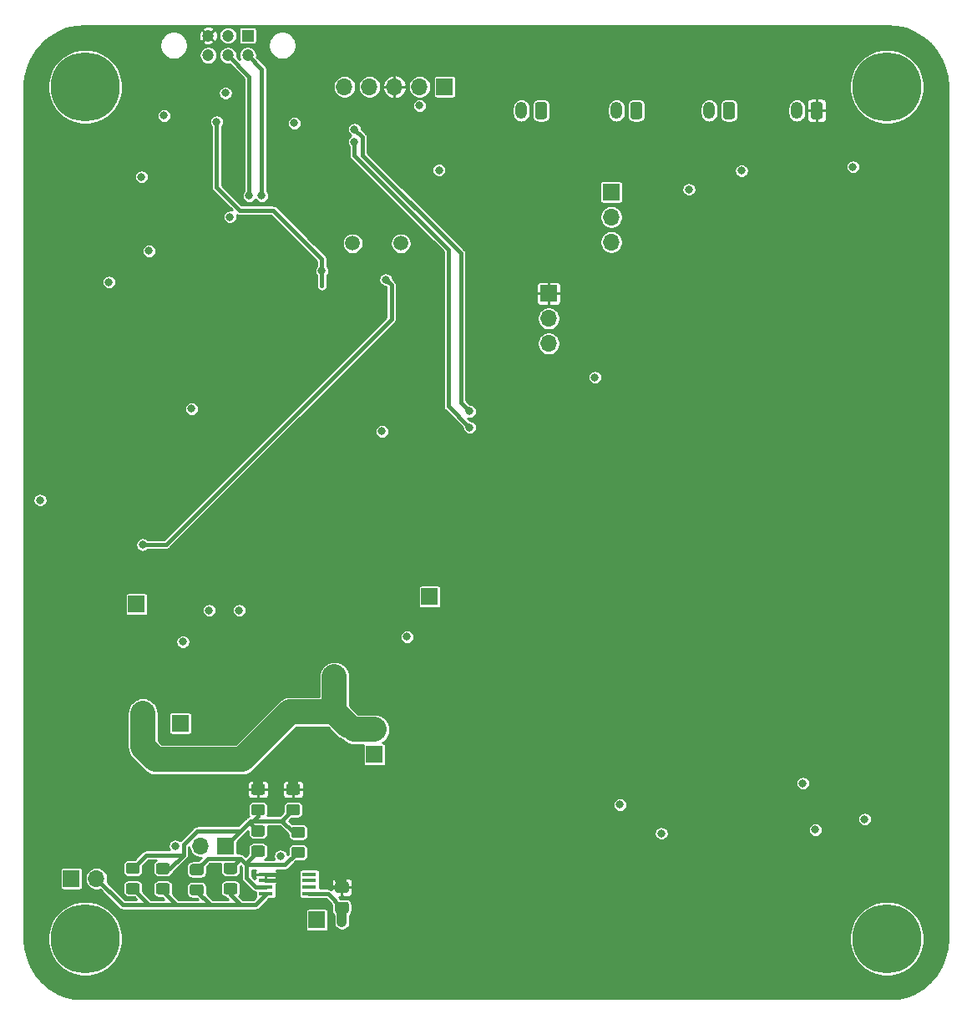
<source format=gbr>
%TF.GenerationSoftware,KiCad,Pcbnew,(5.1.9)-1*%
%TF.CreationDate,2021-06-29T22:39:32-04:00*%
%TF.ProjectId,detector_circuit,64657465-6374-46f7-925f-636972637569,rev?*%
%TF.SameCoordinates,Original*%
%TF.FileFunction,Copper,L4,Bot*%
%TF.FilePolarity,Positive*%
%FSLAX46Y46*%
G04 Gerber Fmt 4.6, Leading zero omitted, Abs format (unit mm)*
G04 Created by KiCad (PCBNEW (5.1.9)-1) date 2021-06-29 22:39:32*
%MOMM*%
%LPD*%
G01*
G04 APERTURE LIST*
%TA.AperFunction,ComponentPad*%
%ADD10C,7.000000*%
%TD*%
%TA.AperFunction,SMDPad,CuDef*%
%ADD11R,1.450000X0.450000*%
%TD*%
%TA.AperFunction,ComponentPad*%
%ADD12C,1.200000*%
%TD*%
%TA.AperFunction,ComponentPad*%
%ADD13R,1.200000X1.200000*%
%TD*%
%TA.AperFunction,ComponentPad*%
%ADD14C,1.500000*%
%TD*%
%TA.AperFunction,ComponentPad*%
%ADD15R,1.700000X1.700000*%
%TD*%
%TA.AperFunction,ComponentPad*%
%ADD16O,1.700000X1.700000*%
%TD*%
%TA.AperFunction,ComponentPad*%
%ADD17O,1.200000X1.750000*%
%TD*%
%TA.AperFunction,ViaPad*%
%ADD18C,0.800000*%
%TD*%
%TA.AperFunction,Conductor*%
%ADD19C,1.000000*%
%TD*%
%TA.AperFunction,Conductor*%
%ADD20C,0.420000*%
%TD*%
%TA.AperFunction,Conductor*%
%ADD21C,2.500000*%
%TD*%
%TA.AperFunction,Conductor*%
%ADD22C,0.250000*%
%TD*%
%TA.AperFunction,Conductor*%
%ADD23C,0.254000*%
%TD*%
%TA.AperFunction,Conductor*%
%ADD24C,0.100000*%
%TD*%
G04 APERTURE END LIST*
D10*
%TO.P,REF\u002A\u002A,1*%
%TO.N,N/C*%
X90170000Y-54610000D03*
%TD*%
%TO.P,REF\u002A\u002A,1*%
%TO.N,N/C*%
X171450000Y-54610000D03*
%TD*%
%TO.P,REF\u002A\u002A,1*%
%TO.N,N/C*%
X171450000Y-140970000D03*
%TD*%
%TO.P,REF\u002A\u002A,1*%
%TO.N,N/C*%
X90170000Y-140970000D03*
%TD*%
%TO.P,C38,2*%
%TO.N,GND*%
%TA.AperFunction,SMDPad,CuDef*%
G36*
G01*
X116655001Y-136338000D02*
X115754999Y-136338000D01*
G75*
G02*
X115505000Y-136088001I0J249999D01*
G01*
X115505000Y-135437999D01*
G75*
G02*
X115754999Y-135188000I249999J0D01*
G01*
X116655001Y-135188000D01*
G75*
G02*
X116905000Y-135437999I0J-249999D01*
G01*
X116905000Y-136088001D01*
G75*
G02*
X116655001Y-136338000I-249999J0D01*
G01*
G37*
%TD.AperFunction*%
%TO.P,C38,1*%
%TO.N,+4.7V*%
%TA.AperFunction,SMDPad,CuDef*%
G36*
G01*
X116655001Y-138388000D02*
X115754999Y-138388000D01*
G75*
G02*
X115505000Y-138138001I0J249999D01*
G01*
X115505000Y-137487999D01*
G75*
G02*
X115754999Y-137238000I249999J0D01*
G01*
X116655001Y-137238000D01*
G75*
G02*
X116905000Y-137487999I0J-249999D01*
G01*
X116905000Y-138138001D01*
G75*
G02*
X116655001Y-138388000I-249999J0D01*
G01*
G37*
%TD.AperFunction*%
%TD*%
D11*
%TO.P,U7,8*%
%TO.N,+4.7V*%
X112897000Y-136397000D03*
%TO.P,U7,7*%
%TO.N,N/C*%
X112897000Y-135747000D03*
%TO.P,U7,6*%
X112897000Y-135097000D03*
%TO.P,U7,5*%
X112897000Y-134447000D03*
%TO.P,U7,4*%
%TO.N,GND*%
X108497000Y-134447000D03*
%TO.P,U7,3*%
X108497000Y-135097000D03*
%TO.P,U7,2*%
%TO.N,Net-(C30-Pad2)*%
X108497000Y-135747000D03*
%TO.P,U7,1*%
%TO.N,/Filter_IN*%
X108497000Y-136397000D03*
%TD*%
%TO.P,R46,2*%
%TO.N,/SIPM_OUT*%
%TA.AperFunction,SMDPad,CuDef*%
G36*
G01*
X95446001Y-134415000D02*
X94545999Y-134415000D01*
G75*
G02*
X94296000Y-134165001I0J249999D01*
G01*
X94296000Y-133514999D01*
G75*
G02*
X94545999Y-133265000I249999J0D01*
G01*
X95446001Y-133265000D01*
G75*
G02*
X95696000Y-133514999I0J-249999D01*
G01*
X95696000Y-134165001D01*
G75*
G02*
X95446001Y-134415000I-249999J0D01*
G01*
G37*
%TD.AperFunction*%
%TO.P,R46,1*%
%TO.N,/Filter_IN*%
%TA.AperFunction,SMDPad,CuDef*%
G36*
G01*
X95446001Y-136465000D02*
X94545999Y-136465000D01*
G75*
G02*
X94296000Y-136215001I0J249999D01*
G01*
X94296000Y-135564999D01*
G75*
G02*
X94545999Y-135315000I249999J0D01*
G01*
X95446001Y-135315000D01*
G75*
G02*
X95696000Y-135564999I0J-249999D01*
G01*
X95696000Y-136215001D01*
G75*
G02*
X95446001Y-136465000I-249999J0D01*
G01*
G37*
%TD.AperFunction*%
%TD*%
%TO.P,R45,2*%
%TO.N,/SIPM_OUT*%
%TA.AperFunction,SMDPad,CuDef*%
G36*
G01*
X98494001Y-134433000D02*
X97593999Y-134433000D01*
G75*
G02*
X97344000Y-134183001I0J249999D01*
G01*
X97344000Y-133532999D01*
G75*
G02*
X97593999Y-133283000I249999J0D01*
G01*
X98494001Y-133283000D01*
G75*
G02*
X98744000Y-133532999I0J-249999D01*
G01*
X98744000Y-134183001D01*
G75*
G02*
X98494001Y-134433000I-249999J0D01*
G01*
G37*
%TD.AperFunction*%
%TO.P,R45,1*%
%TO.N,/Filter_IN*%
%TA.AperFunction,SMDPad,CuDef*%
G36*
G01*
X98494001Y-136483000D02*
X97593999Y-136483000D01*
G75*
G02*
X97344000Y-136233001I0J249999D01*
G01*
X97344000Y-135582999D01*
G75*
G02*
X97593999Y-135333000I249999J0D01*
G01*
X98494001Y-135333000D01*
G75*
G02*
X98744000Y-135582999I0J-249999D01*
G01*
X98744000Y-136233001D01*
G75*
G02*
X98494001Y-136483000I-249999J0D01*
G01*
G37*
%TD.AperFunction*%
%TD*%
%TO.P,R44,2*%
%TO.N,/SIPM_OUT*%
%TA.AperFunction,SMDPad,CuDef*%
G36*
G01*
X108146001Y-130623000D02*
X107245999Y-130623000D01*
G75*
G02*
X106996000Y-130373001I0J249999D01*
G01*
X106996000Y-129722999D01*
G75*
G02*
X107245999Y-129473000I249999J0D01*
G01*
X108146001Y-129473000D01*
G75*
G02*
X108396000Y-129722999I0J-249999D01*
G01*
X108396000Y-130373001D01*
G75*
G02*
X108146001Y-130623000I-249999J0D01*
G01*
G37*
%TD.AperFunction*%
%TO.P,R44,1*%
%TO.N,Net-(C30-Pad2)*%
%TA.AperFunction,SMDPad,CuDef*%
G36*
G01*
X108146001Y-132673000D02*
X107245999Y-132673000D01*
G75*
G02*
X106996000Y-132423001I0J249999D01*
G01*
X106996000Y-131772999D01*
G75*
G02*
X107245999Y-131523000I249999J0D01*
G01*
X108146001Y-131523000D01*
G75*
G02*
X108396000Y-131772999I0J-249999D01*
G01*
X108396000Y-132423001D01*
G75*
G02*
X108146001Y-132673000I-249999J0D01*
G01*
G37*
%TD.AperFunction*%
%TD*%
%TO.P,R43,2*%
%TO.N,/SIPM_OUT*%
%TA.AperFunction,SMDPad,CuDef*%
G36*
G01*
X112210001Y-130750000D02*
X111309999Y-130750000D01*
G75*
G02*
X111060000Y-130500001I0J249999D01*
G01*
X111060000Y-129849999D01*
G75*
G02*
X111309999Y-129600000I249999J0D01*
G01*
X112210001Y-129600000D01*
G75*
G02*
X112460000Y-129849999I0J-249999D01*
G01*
X112460000Y-130500001D01*
G75*
G02*
X112210001Y-130750000I-249999J0D01*
G01*
G37*
%TD.AperFunction*%
%TO.P,R43,1*%
%TO.N,Net-(C30-Pad2)*%
%TA.AperFunction,SMDPad,CuDef*%
G36*
G01*
X112210001Y-132800000D02*
X111309999Y-132800000D01*
G75*
G02*
X111060000Y-132550001I0J249999D01*
G01*
X111060000Y-131899999D01*
G75*
G02*
X111309999Y-131650000I249999J0D01*
G01*
X112210001Y-131650000D01*
G75*
G02*
X112460000Y-131899999I0J-249999D01*
G01*
X112460000Y-132550001D01*
G75*
G02*
X112210001Y-132800000I-249999J0D01*
G01*
G37*
%TD.AperFunction*%
%TD*%
%TO.P,C34,2*%
%TO.N,Net-(C30-Pad2)*%
%TA.AperFunction,SMDPad,CuDef*%
G36*
G01*
X105352001Y-134424000D02*
X104451999Y-134424000D01*
G75*
G02*
X104202000Y-134174001I0J249999D01*
G01*
X104202000Y-133523999D01*
G75*
G02*
X104451999Y-133274000I249999J0D01*
G01*
X105352001Y-133274000D01*
G75*
G02*
X105602000Y-133523999I0J-249999D01*
G01*
X105602000Y-134174001D01*
G75*
G02*
X105352001Y-134424000I-249999J0D01*
G01*
G37*
%TD.AperFunction*%
%TO.P,C34,1*%
%TO.N,/Filter_IN*%
%TA.AperFunction,SMDPad,CuDef*%
G36*
G01*
X105352001Y-136474000D02*
X104451999Y-136474000D01*
G75*
G02*
X104202000Y-136224001I0J249999D01*
G01*
X104202000Y-135573999D01*
G75*
G02*
X104451999Y-135324000I249999J0D01*
G01*
X105352001Y-135324000D01*
G75*
G02*
X105602000Y-135573999I0J-249999D01*
G01*
X105602000Y-136224001D01*
G75*
G02*
X105352001Y-136474000I-249999J0D01*
G01*
G37*
%TD.AperFunction*%
%TD*%
%TO.P,C30,2*%
%TO.N,Net-(C30-Pad2)*%
%TA.AperFunction,SMDPad,CuDef*%
G36*
G01*
X101923001Y-134542000D02*
X101022999Y-134542000D01*
G75*
G02*
X100773000Y-134292001I0J249999D01*
G01*
X100773000Y-133641999D01*
G75*
G02*
X101022999Y-133392000I249999J0D01*
G01*
X101923001Y-133392000D01*
G75*
G02*
X102173000Y-133641999I0J-249999D01*
G01*
X102173000Y-134292001D01*
G75*
G02*
X101923001Y-134542000I-249999J0D01*
G01*
G37*
%TD.AperFunction*%
%TO.P,C30,1*%
%TO.N,/Filter_IN*%
%TA.AperFunction,SMDPad,CuDef*%
G36*
G01*
X101923001Y-136592000D02*
X101022999Y-136592000D01*
G75*
G02*
X100773000Y-136342001I0J249999D01*
G01*
X100773000Y-135691999D01*
G75*
G02*
X101022999Y-135442000I249999J0D01*
G01*
X101923001Y-135442000D01*
G75*
G02*
X102173000Y-135691999I0J-249999D01*
G01*
X102173000Y-136342001D01*
G75*
G02*
X101923001Y-136592000I-249999J0D01*
G01*
G37*
%TD.AperFunction*%
%TD*%
%TO.P,C29,2*%
%TO.N,GND*%
%TA.AperFunction,SMDPad,CuDef*%
G36*
G01*
X108146001Y-126414000D02*
X107245999Y-126414000D01*
G75*
G02*
X106996000Y-126164001I0J249999D01*
G01*
X106996000Y-125513999D01*
G75*
G02*
X107245999Y-125264000I249999J0D01*
G01*
X108146001Y-125264000D01*
G75*
G02*
X108396000Y-125513999I0J-249999D01*
G01*
X108396000Y-126164001D01*
G75*
G02*
X108146001Y-126414000I-249999J0D01*
G01*
G37*
%TD.AperFunction*%
%TO.P,C29,1*%
%TO.N,/SIPM_OUT*%
%TA.AperFunction,SMDPad,CuDef*%
G36*
G01*
X108146001Y-128464000D02*
X107245999Y-128464000D01*
G75*
G02*
X106996000Y-128214001I0J249999D01*
G01*
X106996000Y-127563999D01*
G75*
G02*
X107245999Y-127314000I249999J0D01*
G01*
X108146001Y-127314000D01*
G75*
G02*
X108396000Y-127563999I0J-249999D01*
G01*
X108396000Y-128214001D01*
G75*
G02*
X108146001Y-128464000I-249999J0D01*
G01*
G37*
%TD.AperFunction*%
%TD*%
%TO.P,C28,2*%
%TO.N,GND*%
%TA.AperFunction,SMDPad,CuDef*%
G36*
G01*
X111702001Y-126414000D02*
X110801999Y-126414000D01*
G75*
G02*
X110552000Y-126164001I0J249999D01*
G01*
X110552000Y-125513999D01*
G75*
G02*
X110801999Y-125264000I249999J0D01*
G01*
X111702001Y-125264000D01*
G75*
G02*
X111952000Y-125513999I0J-249999D01*
G01*
X111952000Y-126164001D01*
G75*
G02*
X111702001Y-126414000I-249999J0D01*
G01*
G37*
%TD.AperFunction*%
%TO.P,C28,1*%
%TO.N,/SIPM_OUT*%
%TA.AperFunction,SMDPad,CuDef*%
G36*
G01*
X111702001Y-128464000D02*
X110801999Y-128464000D01*
G75*
G02*
X110552000Y-128214001I0J249999D01*
G01*
X110552000Y-127563999D01*
G75*
G02*
X110801999Y-127314000I249999J0D01*
G01*
X111702001Y-127314000D01*
G75*
G02*
X111952000Y-127563999I0J-249999D01*
G01*
X111952000Y-128214001D01*
G75*
G02*
X111702001Y-128464000I-249999J0D01*
G01*
G37*
%TD.AperFunction*%
%TD*%
D12*
%TO.P,J10,4*%
%TO.N,/Microcontroller [DO NOT PLACE]/CANH*%
X106648000Y-51419000D03*
%TO.P,J10,5*%
%TO.N,/Microcontroller [DO NOT PLACE]/CANL*%
X104648000Y-51419000D03*
%TO.P,J10,6*%
%TO.N,N/C*%
X102648000Y-51419000D03*
%TO.P,J10,3*%
%TO.N,GND*%
X102648000Y-49419000D03*
D13*
%TO.P,J10,1*%
%TO.N,N/C*%
X106648000Y-49419000D03*
D12*
%TO.P,J10,2*%
X104648000Y-49419000D03*
%TD*%
D14*
%TO.P,Y1,2*%
%TO.N,/Microcontroller [DO NOT PLACE]/OSC2*%
X117294000Y-70485000D03*
%TO.P,Y1,1*%
%TO.N,/Microcontroller [DO NOT PLACE]/OSC1*%
X122174000Y-70485000D03*
%TD*%
D15*
%TO.P,J1,1*%
%TO.N,/Microcontroller [DO NOT PLACE]/MCLR*%
X126619000Y-54610000D03*
D16*
%TO.P,J1,2*%
%TO.N,+5V*%
X124079000Y-54610000D03*
%TO.P,J1,3*%
%TO.N,GND*%
X121539000Y-54610000D03*
%TO.P,J1,4*%
%TO.N,/Microcontroller [DO NOT PLACE]/ICSPDAT*%
X118999000Y-54610000D03*
%TO.P,J1,5*%
%TO.N,/Microcontroller [DO NOT PLACE]/ICSPCLK*%
X116459000Y-54610000D03*
%TD*%
D15*
%TO.P,TP15,1*%
%TO.N,Net-(C18-Pad2)*%
X113665000Y-139065000D03*
%TD*%
D16*
%TO.P,JP1,2*%
%TO.N,/AMP_OUT*%
X119507000Y-119761000D03*
D15*
%TO.P,JP1,1*%
%TO.N,Net-(C36-Pad1)*%
X119507000Y-122301000D03*
%TD*%
D17*
%TO.P,J6,2*%
%TO.N,Net-(F6-Pad2)*%
X162338000Y-57023000D03*
%TO.P,J6,1*%
%TO.N,GND*%
%TA.AperFunction,ComponentPad*%
G36*
G01*
X164938000Y-56397999D02*
X164938000Y-57648001D01*
G75*
G02*
X164688001Y-57898000I-249999J0D01*
G01*
X163987999Y-57898000D01*
G75*
G02*
X163738000Y-57648001I0J249999D01*
G01*
X163738000Y-56397999D01*
G75*
G02*
X163987999Y-56148000I249999J0D01*
G01*
X164688001Y-56148000D01*
G75*
G02*
X164938000Y-56397999I0J-249999D01*
G01*
G37*
%TD.AperFunction*%
%TD*%
%TO.P,J5,2*%
%TO.N,Net-(F5-Pad2)*%
X153448000Y-57023000D03*
%TO.P,J5,1*%
%TO.N,Net-(F6-Pad1)*%
%TA.AperFunction,ComponentPad*%
G36*
G01*
X156048000Y-56397999D02*
X156048000Y-57648001D01*
G75*
G02*
X155798001Y-57898000I-249999J0D01*
G01*
X155097999Y-57898000D01*
G75*
G02*
X154848000Y-57648001I0J249999D01*
G01*
X154848000Y-56397999D01*
G75*
G02*
X155097999Y-56148000I249999J0D01*
G01*
X155798001Y-56148000D01*
G75*
G02*
X156048000Y-56397999I0J-249999D01*
G01*
G37*
%TD.AperFunction*%
%TD*%
%TO.P,J4,2*%
%TO.N,Net-(F4-Pad2)*%
X144050000Y-57023000D03*
%TO.P,J4,1*%
%TO.N,Net-(F5-Pad1)*%
%TA.AperFunction,ComponentPad*%
G36*
G01*
X146650000Y-56397999D02*
X146650000Y-57648001D01*
G75*
G02*
X146400001Y-57898000I-249999J0D01*
G01*
X145699999Y-57898000D01*
G75*
G02*
X145450000Y-57648001I0J249999D01*
G01*
X145450000Y-56397999D01*
G75*
G02*
X145699999Y-56148000I249999J0D01*
G01*
X146400001Y-56148000D01*
G75*
G02*
X146650000Y-56397999I0J-249999D01*
G01*
G37*
%TD.AperFunction*%
%TD*%
%TO.P,J3,2*%
%TO.N,+BATT*%
X134398000Y-57023000D03*
%TO.P,J3,1*%
%TO.N,Net-(F4-Pad1)*%
%TA.AperFunction,ComponentPad*%
G36*
G01*
X136998000Y-56397999D02*
X136998000Y-57648001D01*
G75*
G02*
X136748001Y-57898000I-249999J0D01*
G01*
X136047999Y-57898000D01*
G75*
G02*
X135798000Y-57648001I0J249999D01*
G01*
X135798000Y-56397999D01*
G75*
G02*
X136047999Y-56148000I249999J0D01*
G01*
X136748001Y-56148000D01*
G75*
G02*
X136998000Y-56397999I0J-249999D01*
G01*
G37*
%TD.AperFunction*%
%TD*%
D16*
%TO.P,J9,2*%
%TO.N,+36V*%
X101854000Y-131572000D03*
D15*
%TO.P,J9,1*%
%TO.N,/SIPM_OUT*%
X104394000Y-131572000D03*
%TD*%
%TO.P,TP2,1*%
%TO.N,/INTERUPT_OUT*%
X95377000Y-107061000D03*
%TD*%
D16*
%TO.P,JP2,3*%
%TO.N,+12V*%
X143510000Y-70358000D03*
%TO.P,JP2,2*%
%TO.N,Net-(C7-Pad1)*%
X143510000Y-67818000D03*
D15*
%TO.P,JP2,1*%
%TO.N,+BATT*%
X143510000Y-65278000D03*
%TD*%
D16*
%TO.P,J7,3*%
%TO.N,Net-(F3-Pad2)*%
X137160000Y-80645000D03*
%TO.P,J7,2*%
%TO.N,Net-(F1-Pad2)*%
X137160000Y-78105000D03*
D15*
%TO.P,J7,1*%
%TO.N,GND*%
X137160000Y-75565000D03*
%TD*%
%TO.P,TP17,1*%
%TO.N,Net-(R28-Pad2)*%
X99822000Y-119126000D03*
%TD*%
%TO.P,TP1,1*%
%TO.N,/DET_ADC*%
X125095000Y-106299000D03*
%TD*%
D16*
%TO.P,JP5,2*%
%TO.N,/Filter_IN*%
X91313000Y-134874000D03*
D15*
%TO.P,JP5,1*%
%TO.N,Net-(C31-Pad1)*%
X88773000Y-134874000D03*
%TD*%
D18*
%TO.N,GND*%
X106172000Y-115443000D03*
X149098000Y-89027000D03*
X156718000Y-68580000D03*
X91186000Y-122682000D03*
X164338000Y-85471000D03*
X171323000Y-85471000D03*
X173863000Y-85471000D03*
X164973000Y-86741000D03*
X172593000Y-86741000D03*
X166243000Y-88011000D03*
X171323000Y-88011000D03*
X173863000Y-88011000D03*
X164973000Y-89281000D03*
X172593000Y-89281000D03*
X166243000Y-90551000D03*
X168783000Y-90551000D03*
X171323000Y-90551000D03*
X173863000Y-90551000D03*
X164973000Y-91821000D03*
X167513000Y-91821000D03*
X170053000Y-91821000D03*
X172593000Y-91821000D03*
X166243000Y-93091000D03*
X168783000Y-93091000D03*
X171323000Y-93091000D03*
X173863000Y-93091000D03*
X153035000Y-90424000D03*
X155575000Y-90424000D03*
X158115000Y-90424000D03*
X151765000Y-91694000D03*
X154305000Y-91694000D03*
X156845000Y-91694000D03*
X170053000Y-89281000D03*
X167513000Y-89281000D03*
X167513000Y-86741000D03*
X168783000Y-88011000D03*
X168783000Y-85471000D03*
X170053000Y-86741000D03*
X96774000Y-109601000D03*
X100076000Y-116459000D03*
X109982000Y-140589000D03*
X100965000Y-140589000D03*
X106172000Y-118491000D03*
X163195000Y-109855000D03*
X106426000Y-130810000D03*
X100203000Y-57531000D03*
X164338000Y-59817000D03*
X117094000Y-110363000D03*
X153670000Y-130302000D03*
X139827000Y-130175000D03*
X144399000Y-124841000D03*
X98298000Y-96647000D03*
X100965000Y-81407000D03*
X101854000Y-76073000D03*
X86868000Y-76581000D03*
X86868000Y-90424000D03*
X111379000Y-55245000D03*
X113601500Y-66484500D03*
X151765000Y-86614000D03*
X150495000Y-87884000D03*
X151765000Y-84074000D03*
X153035000Y-82804000D03*
X155575000Y-82804000D03*
X154305000Y-84074000D03*
X151765000Y-81534000D03*
X149225000Y-84074000D03*
X156845000Y-81534000D03*
X154305000Y-81534000D03*
X150495000Y-82804000D03*
X149225000Y-81534000D03*
X150495000Y-85344000D03*
X153035000Y-85344000D03*
X156845000Y-86614000D03*
X154305000Y-89154000D03*
X158115000Y-85344000D03*
X149225000Y-86614000D03*
X156845000Y-84074000D03*
X155575000Y-87884000D03*
X150495000Y-90424000D03*
X153035000Y-87884000D03*
X151765000Y-89154000D03*
X156845000Y-89154000D03*
X155575000Y-85344000D03*
X158115000Y-87884000D03*
X154305000Y-86614000D03*
X158115000Y-82804000D03*
X121412000Y-102616000D03*
X116332000Y-102616000D03*
X119253000Y-74168000D03*
X126174500Y-66865500D03*
X94361000Y-122682000D03*
X115316000Y-89535000D03*
X159004000Y-104140000D03*
X157734000Y-104775000D03*
X160274000Y-104140000D03*
X160812023Y-108808977D03*
X163449000Y-106934000D03*
X161544000Y-103505000D03*
X161544000Y-104775000D03*
X157734000Y-103505000D03*
X87249000Y-83312000D03*
X162941000Y-130556000D03*
X172720000Y-126492000D03*
X126492000Y-102616000D03*
X164211000Y-111633000D03*
X167513000Y-130683000D03*
X165608000Y-134366000D03*
X156210000Y-101219000D03*
X153788000Y-101210000D03*
X95168000Y-80645000D03*
X95168000Y-94787000D03*
X118618000Y-134239000D03*
X109728000Y-122428000D03*
X112903000Y-122301000D03*
X110109000Y-115570000D03*
X113284000Y-115443000D03*
X155448000Y-114808000D03*
X152400000Y-114681000D03*
X172729000Y-101609000D03*
X124206000Y-64579500D03*
X109347000Y-65659000D03*
X146558000Y-83947000D03*
X100203000Y-65786000D03*
X85788500Y-100520500D03*
X115452000Y-134366000D03*
X111252000Y-124206000D03*
X107696000Y-124460000D03*
%TO.N,+5V*%
X96647000Y-71247000D03*
X98171000Y-57531000D03*
X141859000Y-84074000D03*
X104851200Y-67818000D03*
X144399000Y-127381000D03*
X124079000Y-56515000D03*
X126047500Y-63055500D03*
X120269000Y-89535000D03*
X164211000Y-129921000D03*
X169207000Y-128862000D03*
X104394000Y-55245000D03*
X151384000Y-65024000D03*
X156718000Y-63119000D03*
X168021000Y-62738000D03*
%TO.N,+36V*%
X99314000Y-131572000D03*
X148590000Y-130302000D03*
%TO.N,+3V3*%
X92583000Y-74422000D03*
X85598000Y-96520000D03*
X100965000Y-87249000D03*
X95885000Y-63754000D03*
%TO.N,/Microcontroller [DO NOT PLACE]/ICSPCLK*%
X129159000Y-89154000D03*
X117475000Y-60198000D03*
%TO.N,/Microcontroller [DO NOT PLACE]/ICSPDAT*%
X129159000Y-87503000D03*
X117475000Y-58928000D03*
%TO.N,/Microcontroller [DO NOT PLACE]/CANL*%
X106807000Y-65659000D03*
%TO.N,/Microcontroller [DO NOT PLACE]/CANH*%
X108077000Y-65659000D03*
%TO.N,/Microcontroller [DO NOT PLACE]/CS*%
X96012000Y-101028500D03*
X120650000Y-74168000D03*
%TO.N,/Microcontroller [DO NOT PLACE]/PIC_RX*%
X103505000Y-58166000D03*
X114173000Y-73279000D03*
%TO.N,/Microcontroller [DO NOT PLACE]/PIC_TX*%
X111379000Y-58293000D03*
%TO.N,/AMP_OUT*%
X115443000Y-114427000D03*
X96012000Y-118110000D03*
%TO.N,+4.7V*%
X105791000Y-107696000D03*
X100076000Y-110871000D03*
X102743000Y-107696000D03*
X109982000Y-132588000D03*
X162941000Y-125222000D03*
X122809000Y-110363000D03*
X116205000Y-139319000D03*
%TD*%
D19*
%TO.N,GND*%
X116205000Y-135119000D02*
X115452000Y-134366000D01*
X116205000Y-135763000D02*
X116205000Y-135119000D01*
D20*
X116205000Y-135763000D02*
X115062000Y-135763000D01*
X110345826Y-134447000D02*
X108497000Y-134447000D01*
X110980827Y-133811999D02*
X110345826Y-134447000D01*
X113950001Y-133811999D02*
X110980827Y-133811999D01*
X115062000Y-134923998D02*
X113950001Y-133811999D01*
X115062000Y-135763000D02*
X115062000Y-134923998D01*
X109695826Y-135097000D02*
X110345826Y-134447000D01*
X108497000Y-135097000D02*
X109695826Y-135097000D01*
D19*
X111252000Y-125839000D02*
X111252000Y-124206000D01*
X107696000Y-125839000D02*
X107696000Y-124460000D01*
X111252000Y-124206000D02*
X111252000Y-124206000D01*
X107696000Y-124460000D02*
X107696000Y-124460000D01*
D20*
%TO.N,/Microcontroller [DO NOT PLACE]/ICSPCLK*%
X117475000Y-60198000D02*
X117475000Y-61595000D01*
X117475000Y-61595000D02*
X127000000Y-71120000D01*
X127000000Y-86995000D02*
X129159000Y-89154000D01*
X127000000Y-71120000D02*
X127000000Y-86995000D01*
%TO.N,/Microcontroller [DO NOT PLACE]/ICSPDAT*%
X118285001Y-59738001D02*
X118285001Y-61528175D01*
X117475000Y-58928000D02*
X118285001Y-59738001D01*
X118285001Y-61528175D02*
X128270000Y-71513174D01*
X128270000Y-86614000D02*
X129159000Y-87503000D01*
X128270000Y-71513174D02*
X128270000Y-86614000D01*
%TO.N,/Microcontroller [DO NOT PLACE]/CANL*%
X106807000Y-53578000D02*
X104648000Y-51419000D01*
X106807000Y-65659000D02*
X106807000Y-53578000D01*
%TO.N,/Microcontroller [DO NOT PLACE]/CANH*%
X108077000Y-52848000D02*
X106648000Y-51419000D01*
X108077000Y-65659000D02*
X108077000Y-52848000D01*
%TO.N,/Microcontroller [DO NOT PLACE]/CS*%
X121206001Y-74724001D02*
X121206001Y-78183999D01*
X98361500Y-101028500D02*
X96012000Y-101028500D01*
X121206001Y-78183999D02*
X98361500Y-101028500D01*
X120650000Y-74168000D02*
X121206001Y-74724001D01*
%TO.N,/Microcontroller [DO NOT PLACE]/PIC_RX*%
X109227801Y-67134999D02*
X114173000Y-72080198D01*
X105814197Y-67134999D02*
X109227801Y-67134999D01*
X103505000Y-64825802D02*
X105814197Y-67134999D01*
X103505000Y-58166000D02*
X103505000Y-64825802D01*
X114173000Y-72080198D02*
X114173000Y-74803000D01*
%TO.N,/SIPM_OUT*%
X110109000Y-129032000D02*
X111252000Y-127889000D01*
X110109000Y-129032000D02*
X110245000Y-129032000D01*
X106934000Y-129286000D02*
X107696000Y-130048000D01*
X106934000Y-129032000D02*
X106934000Y-129286000D01*
X107696000Y-128524000D02*
X107188000Y-129032000D01*
X107696000Y-127889000D02*
X107696000Y-128524000D01*
X107188000Y-129032000D02*
X110109000Y-129032000D01*
X106934000Y-129032000D02*
X107188000Y-129032000D01*
X100124001Y-132477999D02*
X98744000Y-133858000D01*
X100124001Y-131437197D02*
X100124001Y-132477999D01*
X101513198Y-130048000D02*
X100124001Y-131437197D01*
X98744000Y-133858000D02*
X98044000Y-133858000D01*
X105918000Y-130048000D02*
X101513198Y-130048000D01*
X104394000Y-131572000D02*
X105918000Y-130048000D01*
X105918000Y-130048000D02*
X106934000Y-129032000D01*
X96358001Y-132477999D02*
X94996000Y-133840000D01*
X100124001Y-132477999D02*
X96358001Y-132477999D01*
X111252000Y-130175000D02*
X110109000Y-129032000D01*
X111760000Y-130175000D02*
X111252000Y-130175000D01*
D21*
%TO.N,/AMP_OUT*%
X115443000Y-114427000D02*
X115443000Y-117983000D01*
X115443000Y-117983000D02*
X116840000Y-119380000D01*
X119507000Y-119761000D02*
X117475000Y-119761000D01*
X96012000Y-118110000D02*
X96012000Y-118110000D01*
X96012000Y-118110000D02*
X96012000Y-121539000D01*
X96012000Y-121539000D02*
X97282000Y-122809000D01*
X110926998Y-117983000D02*
X115443000Y-117983000D01*
X106100998Y-122809000D02*
X110926998Y-117983000D01*
X97282000Y-122809000D02*
X106100998Y-122809000D01*
X96012000Y-118110000D02*
X96012000Y-119118002D01*
D22*
X117221000Y-119761000D02*
X115443000Y-117983000D01*
X115443000Y-117602000D02*
X117602000Y-119761000D01*
X115443000Y-114427000D02*
X115443000Y-117602000D01*
X117602000Y-119761000D02*
X117221000Y-119761000D01*
X119507000Y-119761000D02*
X117602000Y-119761000D01*
D19*
%TO.N,+4.7V*%
X116205000Y-137813000D02*
X116205000Y-139319000D01*
X116205000Y-139319000D02*
X116205000Y-139319000D01*
D20*
X114789000Y-136397000D02*
X116205000Y-137813000D01*
X112897000Y-136397000D02*
X114789000Y-136397000D01*
%TO.N,/Filter_IN*%
X108497000Y-136397000D02*
X108497000Y-136486000D01*
X108497000Y-136486000D02*
X107442000Y-137541000D01*
X93980000Y-137541000D02*
X91313000Y-134874000D01*
X96647000Y-137541000D02*
X93980000Y-137541000D01*
X94996000Y-135890000D02*
X96647000Y-137541000D01*
X98044000Y-136144000D02*
X99441000Y-137541000D01*
X98044000Y-135908000D02*
X98044000Y-136144000D01*
X99441000Y-137541000D02*
X96647000Y-137541000D01*
X101473000Y-136144000D02*
X102870000Y-137541000D01*
X101473000Y-136017000D02*
X101473000Y-136144000D01*
X102870000Y-137541000D02*
X99441000Y-137541000D01*
X104902000Y-136525000D02*
X105918000Y-137541000D01*
X104902000Y-135899000D02*
X104902000Y-136525000D01*
X105918000Y-137541000D02*
X102870000Y-137541000D01*
X107442000Y-137541000D02*
X105918000Y-137541000D01*
%TO.N,Net-(C30-Pad2)*%
X106553000Y-133477000D02*
X105918000Y-132842000D01*
X102598000Y-132842000D02*
X101473000Y-133967000D01*
X105918000Y-132842000D02*
X102598000Y-132842000D01*
X104911000Y-133849000D02*
X105918000Y-132842000D01*
X104902000Y-133849000D02*
X104911000Y-133849000D01*
X106553000Y-133241000D02*
X107696000Y-132098000D01*
X106553000Y-133477000D02*
X106553000Y-133241000D01*
X107458998Y-135747000D02*
X108497000Y-135747000D01*
X106553000Y-134841002D02*
X107458998Y-135747000D01*
X106553000Y-133477000D02*
X106553000Y-134841002D01*
X110439000Y-133477000D02*
X106553000Y-133477000D01*
X111691000Y-132225000D02*
X110439000Y-133477000D01*
X111760000Y-132225000D02*
X111691000Y-132225000D01*
%TD*%
D23*
%TO.N,GND*%
X102493302Y-48445467D02*
X102306347Y-48494353D01*
X102132522Y-48578773D01*
X102068997Y-48621220D01*
X102018677Y-48788970D01*
X102648000Y-49418293D01*
X103277323Y-48788970D01*
X103227003Y-48621220D01*
X103060239Y-48523591D01*
X102877632Y-48460372D01*
X102708029Y-48437000D01*
X171443051Y-48437000D01*
X172415585Y-48513540D01*
X173357388Y-48739647D01*
X174252239Y-49110307D01*
X175078075Y-49616379D01*
X175814583Y-50245417D01*
X176443620Y-50981925D01*
X176949694Y-51807764D01*
X177320353Y-52702612D01*
X177546460Y-53644420D01*
X177623000Y-54616950D01*
X177623001Y-140963037D01*
X177546460Y-141935580D01*
X177320353Y-142877388D01*
X176949694Y-143772236D01*
X176443620Y-144598075D01*
X175814583Y-145334583D01*
X175078075Y-145963621D01*
X174252239Y-146469693D01*
X173357388Y-146840353D01*
X172598104Y-147022641D01*
X89021900Y-147022641D01*
X88262612Y-146840353D01*
X87367764Y-146469694D01*
X86541925Y-145963620D01*
X85805417Y-145334583D01*
X85176379Y-144598075D01*
X84670307Y-143772239D01*
X84299647Y-142877388D01*
X84073540Y-141935585D01*
X84010500Y-141134585D01*
X84010500Y-140593073D01*
X86343000Y-140593073D01*
X86343000Y-141346927D01*
X86490070Y-142086295D01*
X86778557Y-142782764D01*
X87197375Y-143409570D01*
X87730430Y-143942625D01*
X88357236Y-144361443D01*
X89053705Y-144649930D01*
X89793073Y-144797000D01*
X90546927Y-144797000D01*
X91286295Y-144649930D01*
X91982764Y-144361443D01*
X92609570Y-143942625D01*
X93142625Y-143409570D01*
X93561443Y-142782764D01*
X93849930Y-142086295D01*
X93997000Y-141346927D01*
X93997000Y-140593073D01*
X167623000Y-140593073D01*
X167623000Y-141346927D01*
X167770070Y-142086295D01*
X168058557Y-142782764D01*
X168477375Y-143409570D01*
X169010430Y-143942625D01*
X169637236Y-144361443D01*
X170333705Y-144649930D01*
X171073073Y-144797000D01*
X171826927Y-144797000D01*
X172566295Y-144649930D01*
X173262764Y-144361443D01*
X173889570Y-143942625D01*
X174422625Y-143409570D01*
X174841443Y-142782764D01*
X175129930Y-142086295D01*
X175277000Y-141346927D01*
X175277000Y-140593073D01*
X175129930Y-139853705D01*
X174841443Y-139157236D01*
X174422625Y-138530430D01*
X173889570Y-137997375D01*
X173262764Y-137578557D01*
X172566295Y-137290070D01*
X171826927Y-137143000D01*
X171073073Y-137143000D01*
X170333705Y-137290070D01*
X169637236Y-137578557D01*
X169010430Y-137997375D01*
X168477375Y-138530430D01*
X168058557Y-139157236D01*
X167770070Y-139853705D01*
X167623000Y-140593073D01*
X93997000Y-140593073D01*
X93849930Y-139853705D01*
X93561443Y-139157236D01*
X93142625Y-138530430D01*
X92827195Y-138215000D01*
X112486418Y-138215000D01*
X112486418Y-139915000D01*
X112492732Y-139979103D01*
X112511430Y-140040743D01*
X112541794Y-140097550D01*
X112582657Y-140147343D01*
X112632450Y-140188206D01*
X112689257Y-140218570D01*
X112750897Y-140237268D01*
X112815000Y-140243582D01*
X114515000Y-140243582D01*
X114579103Y-140237268D01*
X114640743Y-140218570D01*
X114697550Y-140188206D01*
X114747343Y-140147343D01*
X114788206Y-140097550D01*
X114818570Y-140040743D01*
X114837268Y-139979103D01*
X114843582Y-139915000D01*
X114843582Y-138215000D01*
X114837268Y-138150897D01*
X114818570Y-138089257D01*
X114788206Y-138032450D01*
X114747343Y-137982657D01*
X114697550Y-137941794D01*
X114640743Y-137911430D01*
X114579103Y-137892732D01*
X114515000Y-137886418D01*
X112815000Y-137886418D01*
X112750897Y-137892732D01*
X112689257Y-137911430D01*
X112632450Y-137941794D01*
X112582657Y-137982657D01*
X112541794Y-138032450D01*
X112511430Y-138089257D01*
X112492732Y-138150897D01*
X112486418Y-138215000D01*
X92827195Y-138215000D01*
X92609570Y-137997375D01*
X91982764Y-137578557D01*
X91286295Y-137290070D01*
X90546927Y-137143000D01*
X89793073Y-137143000D01*
X89053705Y-137290070D01*
X88357236Y-137578557D01*
X87730430Y-137997375D01*
X87197375Y-138530430D01*
X86778557Y-139157236D01*
X86490070Y-139853705D01*
X86343000Y-140593073D01*
X84010500Y-140593073D01*
X84010500Y-134024000D01*
X87594418Y-134024000D01*
X87594418Y-135724000D01*
X87600732Y-135788103D01*
X87619430Y-135849743D01*
X87649794Y-135906550D01*
X87690657Y-135956343D01*
X87740450Y-135997206D01*
X87797257Y-136027570D01*
X87858897Y-136046268D01*
X87923000Y-136052582D01*
X89623000Y-136052582D01*
X89687103Y-136046268D01*
X89748743Y-136027570D01*
X89805550Y-135997206D01*
X89855343Y-135956343D01*
X89896206Y-135906550D01*
X89926570Y-135849743D01*
X89945268Y-135788103D01*
X89951582Y-135724000D01*
X89951582Y-134758076D01*
X90136000Y-134758076D01*
X90136000Y-134989924D01*
X90181231Y-135217318D01*
X90269956Y-135431519D01*
X90398764Y-135624294D01*
X90562706Y-135788236D01*
X90755481Y-135917044D01*
X90969682Y-136005769D01*
X91197076Y-136051000D01*
X91428924Y-136051000D01*
X91656318Y-136005769D01*
X91676838Y-135997270D01*
X93581632Y-137902064D01*
X93598447Y-137922553D01*
X93618936Y-137939368D01*
X93680215Y-137989659D01*
X93773504Y-138039524D01*
X93874727Y-138070229D01*
X93874730Y-138070230D01*
X93953622Y-138078000D01*
X93953629Y-138078000D01*
X93980000Y-138080597D01*
X94006371Y-138078000D01*
X96620629Y-138078000D01*
X96647000Y-138080597D01*
X96673371Y-138078000D01*
X99414631Y-138078000D01*
X99440999Y-138080597D01*
X99467367Y-138078000D01*
X102843631Y-138078000D01*
X102869999Y-138080597D01*
X102896367Y-138078000D01*
X105891632Y-138078000D01*
X105918000Y-138080597D01*
X105944368Y-138078000D01*
X107415632Y-138078000D01*
X107442000Y-138080597D01*
X107468368Y-138078000D01*
X107468378Y-138078000D01*
X107547270Y-138070230D01*
X107648495Y-138039524D01*
X107741785Y-137989659D01*
X107823553Y-137922553D01*
X107840368Y-137902064D01*
X108791851Y-136950582D01*
X109222000Y-136950582D01*
X109286103Y-136944268D01*
X109347743Y-136925570D01*
X109404550Y-136895206D01*
X109454343Y-136854343D01*
X109495206Y-136804550D01*
X109525570Y-136747743D01*
X109544268Y-136686103D01*
X109550582Y-136622000D01*
X109550582Y-136172000D01*
X109544268Y-136107897D01*
X109533379Y-136072000D01*
X109544268Y-136036103D01*
X109550582Y-135972000D01*
X109550582Y-135522000D01*
X109550041Y-135516513D01*
X109575701Y-135468508D01*
X109597487Y-135396689D01*
X109604843Y-135322000D01*
X109603000Y-135192750D01*
X109507750Y-135097500D01*
X108497500Y-135097500D01*
X108497500Y-135117500D01*
X108496500Y-135117500D01*
X108496500Y-135097500D01*
X108476500Y-135097500D01*
X108476500Y-135096500D01*
X108496500Y-135096500D01*
X108496500Y-134447500D01*
X108497500Y-134447500D01*
X108497500Y-135096500D01*
X109507750Y-135096500D01*
X109603000Y-135001250D01*
X109604843Y-134872000D01*
X109597487Y-134797311D01*
X109589809Y-134772000D01*
X109597487Y-134746689D01*
X109604843Y-134672000D01*
X109603000Y-134542750D01*
X109507750Y-134447500D01*
X108497500Y-134447500D01*
X108496500Y-134447500D01*
X107486250Y-134447500D01*
X107391000Y-134542750D01*
X107389157Y-134672000D01*
X107396513Y-134746689D01*
X107404191Y-134772000D01*
X107396513Y-134797311D01*
X107389157Y-134872000D01*
X107389818Y-134918388D01*
X107090000Y-134618570D01*
X107090000Y-134014000D01*
X107451168Y-134014000D01*
X107418299Y-134075492D01*
X107396513Y-134147311D01*
X107389157Y-134222000D01*
X107391000Y-134351250D01*
X107486250Y-134446500D01*
X108496500Y-134446500D01*
X108496500Y-134426500D01*
X108497500Y-134426500D01*
X108497500Y-134446500D01*
X109507750Y-134446500D01*
X109603000Y-134351250D01*
X109604843Y-134222000D01*
X111843418Y-134222000D01*
X111843418Y-134672000D01*
X111849732Y-134736103D01*
X111860621Y-134772000D01*
X111849732Y-134807897D01*
X111843418Y-134872000D01*
X111843418Y-135322000D01*
X111849732Y-135386103D01*
X111860621Y-135422000D01*
X111849732Y-135457897D01*
X111843418Y-135522000D01*
X111843418Y-135972000D01*
X111849732Y-136036103D01*
X111860621Y-136072000D01*
X111849732Y-136107897D01*
X111843418Y-136172000D01*
X111843418Y-136622000D01*
X111849732Y-136686103D01*
X111868430Y-136747743D01*
X111898794Y-136804550D01*
X111939657Y-136854343D01*
X111989450Y-136895206D01*
X112046257Y-136925570D01*
X112107897Y-136944268D01*
X112172000Y-136950582D01*
X113622000Y-136950582D01*
X113686103Y-136944268D01*
X113719953Y-136934000D01*
X114566568Y-136934000D01*
X115176418Y-137543851D01*
X115176418Y-138138001D01*
X115187535Y-138250877D01*
X115220460Y-138359414D01*
X115273926Y-138459443D01*
X115345880Y-138547120D01*
X115378001Y-138573480D01*
X115378001Y-139278366D01*
X115373999Y-139319000D01*
X115389966Y-139481120D01*
X115437255Y-139637010D01*
X115514048Y-139780679D01*
X115617394Y-139906606D01*
X115743321Y-140009952D01*
X115886990Y-140086745D01*
X116042880Y-140134034D01*
X116164376Y-140146000D01*
X116205000Y-140150001D01*
X116367120Y-140134034D01*
X116523010Y-140086745D01*
X116666679Y-140009952D01*
X116792606Y-139906606D01*
X116895952Y-139780679D01*
X116972745Y-139637010D01*
X117020034Y-139481120D01*
X117032000Y-139359624D01*
X117036001Y-139319000D01*
X117032000Y-139278376D01*
X117032000Y-138573480D01*
X117064120Y-138547120D01*
X117136074Y-138459443D01*
X117189540Y-138359414D01*
X117222465Y-138250877D01*
X117233582Y-138138001D01*
X117233582Y-137487999D01*
X117222465Y-137375123D01*
X117189540Y-137266586D01*
X117136074Y-137166557D01*
X117064120Y-137078880D01*
X116976443Y-137006926D01*
X116876414Y-136953460D01*
X116767877Y-136920535D01*
X116655001Y-136909418D01*
X116060851Y-136909418D01*
X115871159Y-136719726D01*
X116109250Y-136719000D01*
X116204500Y-136623750D01*
X116204500Y-135763500D01*
X116205500Y-135763500D01*
X116205500Y-136623750D01*
X116300750Y-136719000D01*
X116905000Y-136720843D01*
X116979689Y-136713487D01*
X117051508Y-136691701D01*
X117117696Y-136656322D01*
X117175711Y-136608711D01*
X117223322Y-136550696D01*
X117258701Y-136484508D01*
X117280487Y-136412689D01*
X117287843Y-136338000D01*
X117286000Y-135858750D01*
X117190750Y-135763500D01*
X116205500Y-135763500D01*
X116204500Y-135763500D01*
X115219250Y-135763500D01*
X115124000Y-135858750D01*
X115123546Y-135976869D01*
X115088785Y-135948341D01*
X114995495Y-135898476D01*
X114894270Y-135867770D01*
X114815378Y-135860000D01*
X114815368Y-135860000D01*
X114789000Y-135857403D01*
X114762632Y-135860000D01*
X113950582Y-135860000D01*
X113950582Y-135522000D01*
X113944268Y-135457897D01*
X113933379Y-135422000D01*
X113944268Y-135386103D01*
X113950582Y-135322000D01*
X113950582Y-135188000D01*
X115122157Y-135188000D01*
X115124000Y-135667250D01*
X115219250Y-135762500D01*
X116204500Y-135762500D01*
X116204500Y-134902250D01*
X116205500Y-134902250D01*
X116205500Y-135762500D01*
X117190750Y-135762500D01*
X117286000Y-135667250D01*
X117287843Y-135188000D01*
X117280487Y-135113311D01*
X117258701Y-135041492D01*
X117223322Y-134975304D01*
X117175711Y-134917289D01*
X117117696Y-134869678D01*
X117051508Y-134834299D01*
X116979689Y-134812513D01*
X116905000Y-134805157D01*
X116300750Y-134807000D01*
X116205500Y-134902250D01*
X116204500Y-134902250D01*
X116109250Y-134807000D01*
X115505000Y-134805157D01*
X115430311Y-134812513D01*
X115358492Y-134834299D01*
X115292304Y-134869678D01*
X115234289Y-134917289D01*
X115186678Y-134975304D01*
X115151299Y-135041492D01*
X115129513Y-135113311D01*
X115122157Y-135188000D01*
X113950582Y-135188000D01*
X113950582Y-134872000D01*
X113944268Y-134807897D01*
X113933379Y-134772000D01*
X113944268Y-134736103D01*
X113950582Y-134672000D01*
X113950582Y-134222000D01*
X113944268Y-134157897D01*
X113925570Y-134096257D01*
X113895206Y-134039450D01*
X113854343Y-133989657D01*
X113804550Y-133948794D01*
X113747743Y-133918430D01*
X113686103Y-133899732D01*
X113622000Y-133893418D01*
X112172000Y-133893418D01*
X112107897Y-133899732D01*
X112046257Y-133918430D01*
X111989450Y-133948794D01*
X111939657Y-133989657D01*
X111898794Y-134039450D01*
X111868430Y-134096257D01*
X111849732Y-134157897D01*
X111843418Y-134222000D01*
X109604843Y-134222000D01*
X109597487Y-134147311D01*
X109575701Y-134075492D01*
X109542832Y-134014000D01*
X110412632Y-134014000D01*
X110439000Y-134016597D01*
X110465368Y-134014000D01*
X110465378Y-134014000D01*
X110544270Y-134006230D01*
X110645495Y-133975524D01*
X110738785Y-133925659D01*
X110820553Y-133858553D01*
X110837368Y-133838064D01*
X111546851Y-133128582D01*
X112210001Y-133128582D01*
X112322877Y-133117465D01*
X112431414Y-133084540D01*
X112531443Y-133031074D01*
X112619120Y-132959120D01*
X112691074Y-132871443D01*
X112744540Y-132771414D01*
X112777465Y-132662877D01*
X112788582Y-132550001D01*
X112788582Y-131899999D01*
X112777465Y-131787123D01*
X112744540Y-131678586D01*
X112691074Y-131578557D01*
X112619120Y-131490880D01*
X112531443Y-131418926D01*
X112431414Y-131365460D01*
X112322877Y-131332535D01*
X112210001Y-131321418D01*
X111309999Y-131321418D01*
X111197123Y-131332535D01*
X111088586Y-131365460D01*
X110988557Y-131418926D01*
X110900880Y-131490880D01*
X110828926Y-131578557D01*
X110775460Y-131678586D01*
X110742535Y-131787123D01*
X110731418Y-131899999D01*
X110731418Y-132425149D01*
X110697581Y-132458987D01*
X110681062Y-132375942D01*
X110626259Y-132243636D01*
X110546698Y-132124564D01*
X110445436Y-132023302D01*
X110326364Y-131943741D01*
X110194058Y-131888938D01*
X110053603Y-131861000D01*
X109910397Y-131861000D01*
X109769942Y-131888938D01*
X109637636Y-131943741D01*
X109518564Y-132023302D01*
X109417302Y-132124564D01*
X109337741Y-132243636D01*
X109282938Y-132375942D01*
X109255000Y-132516397D01*
X109255000Y-132659603D01*
X109282938Y-132800058D01*
X109337741Y-132932364D01*
X109342843Y-132940000D01*
X108400229Y-132940000D01*
X108467443Y-132904074D01*
X108555120Y-132832120D01*
X108627074Y-132744443D01*
X108680540Y-132644414D01*
X108713465Y-132535877D01*
X108724582Y-132423001D01*
X108724582Y-131772999D01*
X108713465Y-131660123D01*
X108680540Y-131551586D01*
X108627074Y-131451557D01*
X108555120Y-131363880D01*
X108467443Y-131291926D01*
X108367414Y-131238460D01*
X108258877Y-131205535D01*
X108146001Y-131194418D01*
X107245999Y-131194418D01*
X107133123Y-131205535D01*
X107024586Y-131238460D01*
X106924557Y-131291926D01*
X106836880Y-131363880D01*
X106764926Y-131451557D01*
X106711460Y-131551586D01*
X106678535Y-131660123D01*
X106667418Y-131772999D01*
X106667418Y-132367150D01*
X106435000Y-132599568D01*
X106316368Y-132480936D01*
X106299553Y-132460447D01*
X106217785Y-132393341D01*
X106124495Y-132343476D01*
X106023270Y-132312770D01*
X105944378Y-132305000D01*
X105944368Y-132305000D01*
X105918000Y-132302403D01*
X105917999Y-132302403D01*
X105891631Y-132305000D01*
X105572582Y-132305000D01*
X105572582Y-131152851D01*
X106279069Y-130446364D01*
X106299553Y-130429553D01*
X106316364Y-130409069D01*
X106316368Y-130409065D01*
X106316372Y-130409060D01*
X106667418Y-130058014D01*
X106667418Y-130373001D01*
X106678535Y-130485877D01*
X106711460Y-130594414D01*
X106764926Y-130694443D01*
X106836880Y-130782120D01*
X106924557Y-130854074D01*
X107024586Y-130907540D01*
X107133123Y-130940465D01*
X107245999Y-130951582D01*
X108146001Y-130951582D01*
X108258877Y-130940465D01*
X108367414Y-130907540D01*
X108467443Y-130854074D01*
X108555120Y-130782120D01*
X108627074Y-130694443D01*
X108680540Y-130594414D01*
X108713465Y-130485877D01*
X108724582Y-130373001D01*
X108724582Y-129722999D01*
X108713465Y-129610123D01*
X108700990Y-129569000D01*
X109886568Y-129569000D01*
X110731418Y-130413851D01*
X110731418Y-130500001D01*
X110742535Y-130612877D01*
X110775460Y-130721414D01*
X110828926Y-130821443D01*
X110900880Y-130909120D01*
X110988557Y-130981074D01*
X111088586Y-131034540D01*
X111197123Y-131067465D01*
X111309999Y-131078582D01*
X112210001Y-131078582D01*
X112322877Y-131067465D01*
X112431414Y-131034540D01*
X112531443Y-130981074D01*
X112619120Y-130909120D01*
X112691074Y-130821443D01*
X112744540Y-130721414D01*
X112777465Y-130612877D01*
X112788582Y-130500001D01*
X112788582Y-130230397D01*
X147863000Y-130230397D01*
X147863000Y-130373603D01*
X147890938Y-130514058D01*
X147945741Y-130646364D01*
X148025302Y-130765436D01*
X148126564Y-130866698D01*
X148245636Y-130946259D01*
X148377942Y-131001062D01*
X148518397Y-131029000D01*
X148661603Y-131029000D01*
X148802058Y-131001062D01*
X148934364Y-130946259D01*
X149053436Y-130866698D01*
X149154698Y-130765436D01*
X149234259Y-130646364D01*
X149289062Y-130514058D01*
X149317000Y-130373603D01*
X149317000Y-130230397D01*
X149289062Y-130089942D01*
X149234259Y-129957636D01*
X149161937Y-129849397D01*
X163484000Y-129849397D01*
X163484000Y-129992603D01*
X163511938Y-130133058D01*
X163566741Y-130265364D01*
X163646302Y-130384436D01*
X163747564Y-130485698D01*
X163866636Y-130565259D01*
X163998942Y-130620062D01*
X164139397Y-130648000D01*
X164282603Y-130648000D01*
X164423058Y-130620062D01*
X164555364Y-130565259D01*
X164674436Y-130485698D01*
X164775698Y-130384436D01*
X164855259Y-130265364D01*
X164910062Y-130133058D01*
X164938000Y-129992603D01*
X164938000Y-129849397D01*
X164910062Y-129708942D01*
X164855259Y-129576636D01*
X164775698Y-129457564D01*
X164674436Y-129356302D01*
X164555364Y-129276741D01*
X164423058Y-129221938D01*
X164282603Y-129194000D01*
X164139397Y-129194000D01*
X163998942Y-129221938D01*
X163866636Y-129276741D01*
X163747564Y-129356302D01*
X163646302Y-129457564D01*
X163566741Y-129576636D01*
X163511938Y-129708942D01*
X163484000Y-129849397D01*
X149161937Y-129849397D01*
X149154698Y-129838564D01*
X149053436Y-129737302D01*
X148934364Y-129657741D01*
X148802058Y-129602938D01*
X148661603Y-129575000D01*
X148518397Y-129575000D01*
X148377942Y-129602938D01*
X148245636Y-129657741D01*
X148126564Y-129737302D01*
X148025302Y-129838564D01*
X147945741Y-129957636D01*
X147890938Y-130089942D01*
X147863000Y-130230397D01*
X112788582Y-130230397D01*
X112788582Y-129849999D01*
X112777465Y-129737123D01*
X112744540Y-129628586D01*
X112691074Y-129528557D01*
X112619120Y-129440880D01*
X112531443Y-129368926D01*
X112431414Y-129315460D01*
X112322877Y-129282535D01*
X112210001Y-129271418D01*
X111309999Y-129271418D01*
X111197123Y-129282535D01*
X111137158Y-129300726D01*
X110868432Y-129032000D01*
X111107851Y-128792582D01*
X111702001Y-128792582D01*
X111724186Y-128790397D01*
X168480000Y-128790397D01*
X168480000Y-128933603D01*
X168507938Y-129074058D01*
X168562741Y-129206364D01*
X168642302Y-129325436D01*
X168743564Y-129426698D01*
X168862636Y-129506259D01*
X168994942Y-129561062D01*
X169135397Y-129589000D01*
X169278603Y-129589000D01*
X169419058Y-129561062D01*
X169551364Y-129506259D01*
X169670436Y-129426698D01*
X169771698Y-129325436D01*
X169851259Y-129206364D01*
X169906062Y-129074058D01*
X169934000Y-128933603D01*
X169934000Y-128790397D01*
X169906062Y-128649942D01*
X169851259Y-128517636D01*
X169771698Y-128398564D01*
X169670436Y-128297302D01*
X169551364Y-128217741D01*
X169419058Y-128162938D01*
X169278603Y-128135000D01*
X169135397Y-128135000D01*
X168994942Y-128162938D01*
X168862636Y-128217741D01*
X168743564Y-128297302D01*
X168642302Y-128398564D01*
X168562741Y-128517636D01*
X168507938Y-128649942D01*
X168480000Y-128790397D01*
X111724186Y-128790397D01*
X111814877Y-128781465D01*
X111923414Y-128748540D01*
X112023443Y-128695074D01*
X112111120Y-128623120D01*
X112183074Y-128535443D01*
X112236540Y-128435414D01*
X112269465Y-128326877D01*
X112280582Y-128214001D01*
X112280582Y-127563999D01*
X112269465Y-127451123D01*
X112236540Y-127342586D01*
X112218801Y-127309397D01*
X143672000Y-127309397D01*
X143672000Y-127452603D01*
X143699938Y-127593058D01*
X143754741Y-127725364D01*
X143834302Y-127844436D01*
X143935564Y-127945698D01*
X144054636Y-128025259D01*
X144186942Y-128080062D01*
X144327397Y-128108000D01*
X144470603Y-128108000D01*
X144611058Y-128080062D01*
X144743364Y-128025259D01*
X144862436Y-127945698D01*
X144963698Y-127844436D01*
X145043259Y-127725364D01*
X145098062Y-127593058D01*
X145126000Y-127452603D01*
X145126000Y-127309397D01*
X145098062Y-127168942D01*
X145043259Y-127036636D01*
X144963698Y-126917564D01*
X144862436Y-126816302D01*
X144743364Y-126736741D01*
X144611058Y-126681938D01*
X144470603Y-126654000D01*
X144327397Y-126654000D01*
X144186942Y-126681938D01*
X144054636Y-126736741D01*
X143935564Y-126816302D01*
X143834302Y-126917564D01*
X143754741Y-127036636D01*
X143699938Y-127168942D01*
X143672000Y-127309397D01*
X112218801Y-127309397D01*
X112183074Y-127242557D01*
X112111120Y-127154880D01*
X112023443Y-127082926D01*
X111923414Y-127029460D01*
X111814877Y-126996535D01*
X111702001Y-126985418D01*
X110801999Y-126985418D01*
X110689123Y-126996535D01*
X110580586Y-127029460D01*
X110480557Y-127082926D01*
X110392880Y-127154880D01*
X110320926Y-127242557D01*
X110267460Y-127342586D01*
X110234535Y-127451123D01*
X110223418Y-127563999D01*
X110223418Y-128158150D01*
X109886568Y-128495000D01*
X108648691Y-128495000D01*
X108680540Y-128435414D01*
X108713465Y-128326877D01*
X108724582Y-128214001D01*
X108724582Y-127563999D01*
X108713465Y-127451123D01*
X108680540Y-127342586D01*
X108627074Y-127242557D01*
X108555120Y-127154880D01*
X108467443Y-127082926D01*
X108367414Y-127029460D01*
X108258877Y-126996535D01*
X108146001Y-126985418D01*
X107245999Y-126985418D01*
X107133123Y-126996535D01*
X107024586Y-127029460D01*
X106924557Y-127082926D01*
X106836880Y-127154880D01*
X106764926Y-127242557D01*
X106711460Y-127342586D01*
X106678535Y-127451123D01*
X106667418Y-127563999D01*
X106667418Y-128214001D01*
X106678535Y-128326877D01*
X106711460Y-128435414D01*
X106758800Y-128523983D01*
X106727505Y-128533476D01*
X106695884Y-128550378D01*
X106634215Y-128583341D01*
X106572935Y-128633632D01*
X106572931Y-128633636D01*
X106552447Y-128650447D01*
X106535636Y-128670931D01*
X105695568Y-129511000D01*
X101539565Y-129511000D01*
X101513197Y-129508403D01*
X101486829Y-129511000D01*
X101486820Y-129511000D01*
X101407928Y-129518770D01*
X101306703Y-129549476D01*
X101265318Y-129571597D01*
X101213412Y-129599341D01*
X101152133Y-129649632D01*
X101152129Y-129649636D01*
X101131645Y-129666447D01*
X101114834Y-129686931D01*
X99785950Y-131015816D01*
X99777436Y-131007302D01*
X99658364Y-130927741D01*
X99526058Y-130872938D01*
X99385603Y-130845000D01*
X99242397Y-130845000D01*
X99101942Y-130872938D01*
X98969636Y-130927741D01*
X98850564Y-131007302D01*
X98749302Y-131108564D01*
X98669741Y-131227636D01*
X98614938Y-131359942D01*
X98587000Y-131500397D01*
X98587000Y-131643603D01*
X98614938Y-131784058D01*
X98669741Y-131916364D01*
X98686202Y-131940999D01*
X96384368Y-131940999D01*
X96358000Y-131938402D01*
X96331632Y-131940999D01*
X96331623Y-131940999D01*
X96252731Y-131948769D01*
X96151506Y-131979475D01*
X96126706Y-131992731D01*
X96058215Y-132029340D01*
X95996936Y-132079631D01*
X95996932Y-132079635D01*
X95976448Y-132096446D01*
X95959637Y-132116930D01*
X95140150Y-132936418D01*
X94545999Y-132936418D01*
X94433123Y-132947535D01*
X94324586Y-132980460D01*
X94224557Y-133033926D01*
X94136880Y-133105880D01*
X94064926Y-133193557D01*
X94011460Y-133293586D01*
X93978535Y-133402123D01*
X93967418Y-133514999D01*
X93967418Y-134165001D01*
X93978535Y-134277877D01*
X94011460Y-134386414D01*
X94064926Y-134486443D01*
X94136880Y-134574120D01*
X94224557Y-134646074D01*
X94324586Y-134699540D01*
X94433123Y-134732465D01*
X94545999Y-134743582D01*
X95446001Y-134743582D01*
X95558877Y-134732465D01*
X95667414Y-134699540D01*
X95767443Y-134646074D01*
X95855120Y-134574120D01*
X95927074Y-134486443D01*
X95980540Y-134386414D01*
X96013465Y-134277877D01*
X96024582Y-134165001D01*
X96024582Y-133570850D01*
X96580434Y-133014999D01*
X97341643Y-133014999D01*
X97272557Y-133051926D01*
X97184880Y-133123880D01*
X97112926Y-133211557D01*
X97059460Y-133311586D01*
X97026535Y-133420123D01*
X97015418Y-133532999D01*
X97015418Y-134183001D01*
X97026535Y-134295877D01*
X97059460Y-134404414D01*
X97112926Y-134504443D01*
X97184880Y-134592120D01*
X97272557Y-134664074D01*
X97372586Y-134717540D01*
X97481123Y-134750465D01*
X97593999Y-134761582D01*
X98494001Y-134761582D01*
X98606877Y-134750465D01*
X98715414Y-134717540D01*
X98815443Y-134664074D01*
X98903120Y-134592120D01*
X98975074Y-134504443D01*
X99028540Y-134404414D01*
X99061465Y-134295877D01*
X99061864Y-134291821D01*
X99125553Y-134239553D01*
X99142368Y-134219064D01*
X100485070Y-132876363D01*
X100505554Y-132859552D01*
X100522365Y-132839068D01*
X100522369Y-132839064D01*
X100572660Y-132777785D01*
X100601663Y-132723524D01*
X100622525Y-132684494D01*
X100653231Y-132583269D01*
X100663599Y-132477999D01*
X100661001Y-132451621D01*
X100661001Y-131659629D01*
X100677000Y-131643630D01*
X100677000Y-131687924D01*
X100722231Y-131915318D01*
X100810956Y-132129519D01*
X100939764Y-132322294D01*
X101103706Y-132486236D01*
X101296481Y-132615044D01*
X101510682Y-132703769D01*
X101738076Y-132749000D01*
X101931567Y-132749000D01*
X101617150Y-133063418D01*
X101022999Y-133063418D01*
X100910123Y-133074535D01*
X100801586Y-133107460D01*
X100701557Y-133160926D01*
X100613880Y-133232880D01*
X100541926Y-133320557D01*
X100488460Y-133420586D01*
X100455535Y-133529123D01*
X100444418Y-133641999D01*
X100444418Y-134292001D01*
X100455535Y-134404877D01*
X100488460Y-134513414D01*
X100541926Y-134613443D01*
X100613880Y-134701120D01*
X100701557Y-134773074D01*
X100801586Y-134826540D01*
X100910123Y-134859465D01*
X101022999Y-134870582D01*
X101923001Y-134870582D01*
X102035877Y-134859465D01*
X102144414Y-134826540D01*
X102244443Y-134773074D01*
X102332120Y-134701120D01*
X102404074Y-134613443D01*
X102457540Y-134513414D01*
X102490465Y-134404877D01*
X102501582Y-134292001D01*
X102501582Y-133697851D01*
X102820433Y-133379000D01*
X103894280Y-133379000D01*
X103884535Y-133411123D01*
X103873418Y-133523999D01*
X103873418Y-134174001D01*
X103884535Y-134286877D01*
X103917460Y-134395414D01*
X103970926Y-134495443D01*
X104042880Y-134583120D01*
X104130557Y-134655074D01*
X104230586Y-134708540D01*
X104339123Y-134741465D01*
X104451999Y-134752582D01*
X105352001Y-134752582D01*
X105464877Y-134741465D01*
X105573414Y-134708540D01*
X105673443Y-134655074D01*
X105761120Y-134583120D01*
X105833074Y-134495443D01*
X105886540Y-134395414D01*
X105919465Y-134286877D01*
X105930582Y-134174001D01*
X105930582Y-133614015D01*
X106016000Y-133699433D01*
X106016001Y-134814624D01*
X106013403Y-134841002D01*
X106016001Y-134867380D01*
X106023771Y-134946272D01*
X106044782Y-135015535D01*
X106054477Y-135047497D01*
X106104341Y-135140786D01*
X106154632Y-135202066D01*
X106154637Y-135202071D01*
X106171448Y-135222555D01*
X106191932Y-135239366D01*
X107060634Y-136108069D01*
X107077445Y-136128553D01*
X107097929Y-136145364D01*
X107097933Y-136145368D01*
X107147707Y-136186216D01*
X107159213Y-136195659D01*
X107252503Y-136245524D01*
X107353728Y-136276230D01*
X107432620Y-136284000D01*
X107432627Y-136284000D01*
X107443418Y-136285063D01*
X107443418Y-136622000D01*
X107449732Y-136686103D01*
X107468430Y-136747743D01*
X107471006Y-136752562D01*
X107219568Y-137004000D01*
X106140433Y-137004000D01*
X105764921Y-136628488D01*
X105833074Y-136545443D01*
X105886540Y-136445414D01*
X105919465Y-136336877D01*
X105930582Y-136224001D01*
X105930582Y-135573999D01*
X105919465Y-135461123D01*
X105886540Y-135352586D01*
X105833074Y-135252557D01*
X105761120Y-135164880D01*
X105673443Y-135092926D01*
X105573414Y-135039460D01*
X105464877Y-135006535D01*
X105352001Y-134995418D01*
X104451999Y-134995418D01*
X104339123Y-135006535D01*
X104230586Y-135039460D01*
X104130557Y-135092926D01*
X104042880Y-135164880D01*
X103970926Y-135252557D01*
X103917460Y-135352586D01*
X103884535Y-135461123D01*
X103873418Y-135573999D01*
X103873418Y-136224001D01*
X103884535Y-136336877D01*
X103917460Y-136445414D01*
X103970926Y-136545443D01*
X104042880Y-136633120D01*
X104130557Y-136705074D01*
X104230586Y-136758540D01*
X104339123Y-136791465D01*
X104440889Y-136801488D01*
X104453341Y-136824784D01*
X104503632Y-136886064D01*
X104503637Y-136886069D01*
X104520448Y-136906553D01*
X104540932Y-136923364D01*
X104621568Y-137004000D01*
X103092433Y-137004000D01*
X102495203Y-136406770D01*
X102501582Y-136342001D01*
X102501582Y-135691999D01*
X102490465Y-135579123D01*
X102457540Y-135470586D01*
X102404074Y-135370557D01*
X102332120Y-135282880D01*
X102244443Y-135210926D01*
X102144414Y-135157460D01*
X102035877Y-135124535D01*
X101923001Y-135113418D01*
X101022999Y-135113418D01*
X100910123Y-135124535D01*
X100801586Y-135157460D01*
X100701557Y-135210926D01*
X100613880Y-135282880D01*
X100541926Y-135370557D01*
X100488460Y-135470586D01*
X100455535Y-135579123D01*
X100444418Y-135691999D01*
X100444418Y-136342001D01*
X100455535Y-136454877D01*
X100488460Y-136563414D01*
X100541926Y-136663443D01*
X100613880Y-136751120D01*
X100701557Y-136823074D01*
X100801586Y-136876540D01*
X100910123Y-136909465D01*
X101022999Y-136920582D01*
X101490150Y-136920582D01*
X101573568Y-137004000D01*
X99663433Y-137004000D01*
X99048395Y-136388962D01*
X99061465Y-136345877D01*
X99072582Y-136233001D01*
X99072582Y-135582999D01*
X99061465Y-135470123D01*
X99028540Y-135361586D01*
X98975074Y-135261557D01*
X98903120Y-135173880D01*
X98815443Y-135101926D01*
X98715414Y-135048460D01*
X98606877Y-135015535D01*
X98494001Y-135004418D01*
X97593999Y-135004418D01*
X97481123Y-135015535D01*
X97372586Y-135048460D01*
X97272557Y-135101926D01*
X97184880Y-135173880D01*
X97112926Y-135261557D01*
X97059460Y-135361586D01*
X97026535Y-135470123D01*
X97015418Y-135582999D01*
X97015418Y-136233001D01*
X97026535Y-136345877D01*
X97059460Y-136454414D01*
X97112926Y-136554443D01*
X97184880Y-136642120D01*
X97272557Y-136714074D01*
X97372586Y-136767540D01*
X97481123Y-136800465D01*
X97593999Y-136811582D01*
X97952150Y-136811582D01*
X98144568Y-137004000D01*
X96869432Y-137004000D01*
X96024582Y-136159150D01*
X96024582Y-135564999D01*
X96013465Y-135452123D01*
X95980540Y-135343586D01*
X95927074Y-135243557D01*
X95855120Y-135155880D01*
X95767443Y-135083926D01*
X95667414Y-135030460D01*
X95558877Y-134997535D01*
X95446001Y-134986418D01*
X94545999Y-134986418D01*
X94433123Y-134997535D01*
X94324586Y-135030460D01*
X94224557Y-135083926D01*
X94136880Y-135155880D01*
X94064926Y-135243557D01*
X94011460Y-135343586D01*
X93978535Y-135452123D01*
X93967418Y-135564999D01*
X93967418Y-136215001D01*
X93978535Y-136327877D01*
X94011460Y-136436414D01*
X94064926Y-136536443D01*
X94136880Y-136624120D01*
X94224557Y-136696074D01*
X94324586Y-136749540D01*
X94433123Y-136782465D01*
X94545999Y-136793582D01*
X95140150Y-136793582D01*
X95350568Y-137004000D01*
X94202432Y-137004000D01*
X92436270Y-135237838D01*
X92444769Y-135217318D01*
X92490000Y-134989924D01*
X92490000Y-134758076D01*
X92444769Y-134530682D01*
X92356044Y-134316481D01*
X92227236Y-134123706D01*
X92063294Y-133959764D01*
X91870519Y-133830956D01*
X91656318Y-133742231D01*
X91428924Y-133697000D01*
X91197076Y-133697000D01*
X90969682Y-133742231D01*
X90755481Y-133830956D01*
X90562706Y-133959764D01*
X90398764Y-134123706D01*
X90269956Y-134316481D01*
X90181231Y-134530682D01*
X90136000Y-134758076D01*
X89951582Y-134758076D01*
X89951582Y-134024000D01*
X89945268Y-133959897D01*
X89926570Y-133898257D01*
X89896206Y-133841450D01*
X89855343Y-133791657D01*
X89805550Y-133750794D01*
X89748743Y-133720430D01*
X89687103Y-133701732D01*
X89623000Y-133695418D01*
X87923000Y-133695418D01*
X87858897Y-133701732D01*
X87797257Y-133720430D01*
X87740450Y-133750794D01*
X87690657Y-133791657D01*
X87649794Y-133841450D01*
X87619430Y-133898257D01*
X87600732Y-133959897D01*
X87594418Y-134024000D01*
X84010500Y-134024000D01*
X84010500Y-126414000D01*
X106613157Y-126414000D01*
X106620513Y-126488689D01*
X106642299Y-126560508D01*
X106677678Y-126626696D01*
X106725289Y-126684711D01*
X106783304Y-126732322D01*
X106849492Y-126767701D01*
X106921311Y-126789487D01*
X106996000Y-126796843D01*
X107600250Y-126795000D01*
X107695500Y-126699750D01*
X107695500Y-125839500D01*
X107696500Y-125839500D01*
X107696500Y-126699750D01*
X107791750Y-126795000D01*
X108396000Y-126796843D01*
X108470689Y-126789487D01*
X108542508Y-126767701D01*
X108608696Y-126732322D01*
X108666711Y-126684711D01*
X108714322Y-126626696D01*
X108749701Y-126560508D01*
X108771487Y-126488689D01*
X108778843Y-126414000D01*
X110169157Y-126414000D01*
X110176513Y-126488689D01*
X110198299Y-126560508D01*
X110233678Y-126626696D01*
X110281289Y-126684711D01*
X110339304Y-126732322D01*
X110405492Y-126767701D01*
X110477311Y-126789487D01*
X110552000Y-126796843D01*
X111156250Y-126795000D01*
X111251500Y-126699750D01*
X111251500Y-125839500D01*
X111252500Y-125839500D01*
X111252500Y-126699750D01*
X111347750Y-126795000D01*
X111952000Y-126796843D01*
X112026689Y-126789487D01*
X112098508Y-126767701D01*
X112164696Y-126732322D01*
X112222711Y-126684711D01*
X112270322Y-126626696D01*
X112305701Y-126560508D01*
X112327487Y-126488689D01*
X112334843Y-126414000D01*
X112333000Y-125934750D01*
X112237750Y-125839500D01*
X111252500Y-125839500D01*
X111251500Y-125839500D01*
X110266250Y-125839500D01*
X110171000Y-125934750D01*
X110169157Y-126414000D01*
X108778843Y-126414000D01*
X108777000Y-125934750D01*
X108681750Y-125839500D01*
X107696500Y-125839500D01*
X107695500Y-125839500D01*
X106710250Y-125839500D01*
X106615000Y-125934750D01*
X106613157Y-126414000D01*
X84010500Y-126414000D01*
X84010500Y-125264000D01*
X106613157Y-125264000D01*
X106615000Y-125743250D01*
X106710250Y-125838500D01*
X107695500Y-125838500D01*
X107695500Y-124978250D01*
X107696500Y-124978250D01*
X107696500Y-125838500D01*
X108681750Y-125838500D01*
X108777000Y-125743250D01*
X108778843Y-125264000D01*
X110169157Y-125264000D01*
X110171000Y-125743250D01*
X110266250Y-125838500D01*
X111251500Y-125838500D01*
X111251500Y-124978250D01*
X111252500Y-124978250D01*
X111252500Y-125838500D01*
X112237750Y-125838500D01*
X112333000Y-125743250D01*
X112334843Y-125264000D01*
X112327487Y-125189311D01*
X112315683Y-125150397D01*
X162214000Y-125150397D01*
X162214000Y-125293603D01*
X162241938Y-125434058D01*
X162296741Y-125566364D01*
X162376302Y-125685436D01*
X162477564Y-125786698D01*
X162596636Y-125866259D01*
X162728942Y-125921062D01*
X162869397Y-125949000D01*
X163012603Y-125949000D01*
X163153058Y-125921062D01*
X163285364Y-125866259D01*
X163404436Y-125786698D01*
X163505698Y-125685436D01*
X163585259Y-125566364D01*
X163640062Y-125434058D01*
X163668000Y-125293603D01*
X163668000Y-125150397D01*
X163640062Y-125009942D01*
X163585259Y-124877636D01*
X163505698Y-124758564D01*
X163404436Y-124657302D01*
X163285364Y-124577741D01*
X163153058Y-124522938D01*
X163012603Y-124495000D01*
X162869397Y-124495000D01*
X162728942Y-124522938D01*
X162596636Y-124577741D01*
X162477564Y-124657302D01*
X162376302Y-124758564D01*
X162296741Y-124877636D01*
X162241938Y-125009942D01*
X162214000Y-125150397D01*
X112315683Y-125150397D01*
X112305701Y-125117492D01*
X112270322Y-125051304D01*
X112222711Y-124993289D01*
X112164696Y-124945678D01*
X112098508Y-124910299D01*
X112026689Y-124888513D01*
X111952000Y-124881157D01*
X111347750Y-124883000D01*
X111252500Y-124978250D01*
X111251500Y-124978250D01*
X111156250Y-124883000D01*
X110552000Y-124881157D01*
X110477311Y-124888513D01*
X110405492Y-124910299D01*
X110339304Y-124945678D01*
X110281289Y-124993289D01*
X110233678Y-125051304D01*
X110198299Y-125117492D01*
X110176513Y-125189311D01*
X110169157Y-125264000D01*
X108778843Y-125264000D01*
X108771487Y-125189311D01*
X108749701Y-125117492D01*
X108714322Y-125051304D01*
X108666711Y-124993289D01*
X108608696Y-124945678D01*
X108542508Y-124910299D01*
X108470689Y-124888513D01*
X108396000Y-124881157D01*
X107791750Y-124883000D01*
X107696500Y-124978250D01*
X107695500Y-124978250D01*
X107600250Y-124883000D01*
X106996000Y-124881157D01*
X106921311Y-124888513D01*
X106849492Y-124910299D01*
X106783304Y-124945678D01*
X106725289Y-124993289D01*
X106677678Y-125051304D01*
X106642299Y-125117492D01*
X106620513Y-125189311D01*
X106613157Y-125264000D01*
X84010500Y-125264000D01*
X84010500Y-118110000D01*
X94427370Y-118110000D01*
X94435000Y-118187470D01*
X94435001Y-121461524D01*
X94427370Y-121539000D01*
X94457819Y-121848146D01*
X94547993Y-122145411D01*
X94694429Y-122419373D01*
X94891498Y-122659503D01*
X94951674Y-122708888D01*
X96112112Y-123869326D01*
X96161497Y-123929503D01*
X96401627Y-124126572D01*
X96675588Y-124273007D01*
X96972854Y-124363182D01*
X97204531Y-124386000D01*
X97204532Y-124386000D01*
X97281999Y-124393630D01*
X97359466Y-124386000D01*
X106023531Y-124386000D01*
X106100998Y-124393630D01*
X106178465Y-124386000D01*
X106178467Y-124386000D01*
X106410144Y-124363182D01*
X106707410Y-124273007D01*
X106981371Y-124126572D01*
X107221501Y-123929503D01*
X107270891Y-123869321D01*
X111580213Y-119560000D01*
X114789786Y-119560000D01*
X115779671Y-120549886D01*
X115959626Y-120697571D01*
X116233588Y-120844007D01*
X116353602Y-120880413D01*
X116354497Y-120881503D01*
X116594627Y-121078572D01*
X116868588Y-121225007D01*
X117165854Y-121315182D01*
X117397531Y-121338000D01*
X118349565Y-121338000D01*
X118334732Y-121386897D01*
X118328418Y-121451000D01*
X118328418Y-123151000D01*
X118334732Y-123215103D01*
X118353430Y-123276743D01*
X118383794Y-123333550D01*
X118424657Y-123383343D01*
X118474450Y-123424206D01*
X118531257Y-123454570D01*
X118592897Y-123473268D01*
X118657000Y-123479582D01*
X120357000Y-123479582D01*
X120421103Y-123473268D01*
X120482743Y-123454570D01*
X120539550Y-123424206D01*
X120589343Y-123383343D01*
X120630206Y-123333550D01*
X120660570Y-123276743D01*
X120679268Y-123215103D01*
X120685582Y-123151000D01*
X120685582Y-121451000D01*
X120679268Y-121386897D01*
X120660570Y-121325257D01*
X120630206Y-121268450D01*
X120589343Y-121218657D01*
X120539550Y-121177794D01*
X120482743Y-121147430D01*
X120421103Y-121128732D01*
X120357000Y-121122418D01*
X120305343Y-121122418D01*
X120387373Y-121078572D01*
X120627503Y-120881503D01*
X120824572Y-120641373D01*
X120971007Y-120367412D01*
X121061182Y-120070146D01*
X121091630Y-119761000D01*
X121061182Y-119451854D01*
X120971007Y-119154588D01*
X120824572Y-118880627D01*
X120627503Y-118640497D01*
X120387373Y-118443428D01*
X120113412Y-118296993D01*
X119816146Y-118206818D01*
X119584469Y-118184000D01*
X117874215Y-118184000D01*
X117020000Y-117329786D01*
X117020000Y-114349531D01*
X116997182Y-114117854D01*
X116907007Y-113820588D01*
X116760572Y-113546627D01*
X116563503Y-113306497D01*
X116323372Y-113109428D01*
X116049411Y-112962993D01*
X115752145Y-112872818D01*
X115443000Y-112842370D01*
X115133854Y-112872818D01*
X114836588Y-112962993D01*
X114562627Y-113109428D01*
X114322497Y-113306497D01*
X114125428Y-113546628D01*
X113978993Y-113820589D01*
X113888818Y-114117855D01*
X113866000Y-114349532D01*
X113866001Y-116406000D01*
X111004467Y-116406000D01*
X110926998Y-116398370D01*
X110617851Y-116428818D01*
X110469219Y-116473905D01*
X110320586Y-116518993D01*
X110183605Y-116592211D01*
X110046624Y-116665428D01*
X109923180Y-116766736D01*
X109806495Y-116862497D01*
X109757110Y-116922673D01*
X105447784Y-121232000D01*
X97935215Y-121232000D01*
X97589000Y-120885786D01*
X97589000Y-118276000D01*
X98643418Y-118276000D01*
X98643418Y-119976000D01*
X98649732Y-120040103D01*
X98668430Y-120101743D01*
X98698794Y-120158550D01*
X98739657Y-120208343D01*
X98789450Y-120249206D01*
X98846257Y-120279570D01*
X98907897Y-120298268D01*
X98972000Y-120304582D01*
X100672000Y-120304582D01*
X100736103Y-120298268D01*
X100797743Y-120279570D01*
X100854550Y-120249206D01*
X100904343Y-120208343D01*
X100945206Y-120158550D01*
X100975570Y-120101743D01*
X100994268Y-120040103D01*
X101000582Y-119976000D01*
X101000582Y-118276000D01*
X100994268Y-118211897D01*
X100975570Y-118150257D01*
X100945206Y-118093450D01*
X100904343Y-118043657D01*
X100854550Y-118002794D01*
X100797743Y-117972430D01*
X100736103Y-117953732D01*
X100672000Y-117947418D01*
X98972000Y-117947418D01*
X98907897Y-117953732D01*
X98846257Y-117972430D01*
X98789450Y-118002794D01*
X98739657Y-118043657D01*
X98698794Y-118093450D01*
X98668430Y-118150257D01*
X98649732Y-118211897D01*
X98643418Y-118276000D01*
X97589000Y-118276000D01*
X97589000Y-118187469D01*
X97596630Y-118110000D01*
X97566182Y-117800854D01*
X97476007Y-117503588D01*
X97329572Y-117229627D01*
X97132503Y-116989497D01*
X96892373Y-116792428D01*
X96618412Y-116645993D01*
X96321146Y-116555818D01*
X96089469Y-116533000D01*
X96012000Y-116525370D01*
X95934531Y-116533000D01*
X95702854Y-116555818D01*
X95405588Y-116645993D01*
X95131627Y-116792428D01*
X94891497Y-116989497D01*
X94694428Y-117229627D01*
X94547993Y-117503588D01*
X94457818Y-117800854D01*
X94427370Y-118110000D01*
X84010500Y-118110000D01*
X84010500Y-110799397D01*
X99349000Y-110799397D01*
X99349000Y-110942603D01*
X99376938Y-111083058D01*
X99431741Y-111215364D01*
X99511302Y-111334436D01*
X99612564Y-111435698D01*
X99731636Y-111515259D01*
X99863942Y-111570062D01*
X100004397Y-111598000D01*
X100147603Y-111598000D01*
X100288058Y-111570062D01*
X100420364Y-111515259D01*
X100539436Y-111435698D01*
X100640698Y-111334436D01*
X100720259Y-111215364D01*
X100775062Y-111083058D01*
X100803000Y-110942603D01*
X100803000Y-110799397D01*
X100775062Y-110658942D01*
X100720259Y-110526636D01*
X100640698Y-110407564D01*
X100539436Y-110306302D01*
X100517129Y-110291397D01*
X122082000Y-110291397D01*
X122082000Y-110434603D01*
X122109938Y-110575058D01*
X122164741Y-110707364D01*
X122244302Y-110826436D01*
X122345564Y-110927698D01*
X122464636Y-111007259D01*
X122596942Y-111062062D01*
X122737397Y-111090000D01*
X122880603Y-111090000D01*
X123021058Y-111062062D01*
X123153364Y-111007259D01*
X123272436Y-110927698D01*
X123373698Y-110826436D01*
X123453259Y-110707364D01*
X123508062Y-110575058D01*
X123536000Y-110434603D01*
X123536000Y-110291397D01*
X123508062Y-110150942D01*
X123453259Y-110018636D01*
X123373698Y-109899564D01*
X123272436Y-109798302D01*
X123153364Y-109718741D01*
X123021058Y-109663938D01*
X122880603Y-109636000D01*
X122737397Y-109636000D01*
X122596942Y-109663938D01*
X122464636Y-109718741D01*
X122345564Y-109798302D01*
X122244302Y-109899564D01*
X122164741Y-110018636D01*
X122109938Y-110150942D01*
X122082000Y-110291397D01*
X100517129Y-110291397D01*
X100420364Y-110226741D01*
X100288058Y-110171938D01*
X100147603Y-110144000D01*
X100004397Y-110144000D01*
X99863942Y-110171938D01*
X99731636Y-110226741D01*
X99612564Y-110306302D01*
X99511302Y-110407564D01*
X99431741Y-110526636D01*
X99376938Y-110658942D01*
X99349000Y-110799397D01*
X84010500Y-110799397D01*
X84010500Y-106211000D01*
X94198418Y-106211000D01*
X94198418Y-107911000D01*
X94204732Y-107975103D01*
X94223430Y-108036743D01*
X94253794Y-108093550D01*
X94294657Y-108143343D01*
X94344450Y-108184206D01*
X94401257Y-108214570D01*
X94462897Y-108233268D01*
X94527000Y-108239582D01*
X96227000Y-108239582D01*
X96291103Y-108233268D01*
X96352743Y-108214570D01*
X96409550Y-108184206D01*
X96459343Y-108143343D01*
X96500206Y-108093550D01*
X96530570Y-108036743D01*
X96549268Y-107975103D01*
X96555582Y-107911000D01*
X96555582Y-107624397D01*
X102016000Y-107624397D01*
X102016000Y-107767603D01*
X102043938Y-107908058D01*
X102098741Y-108040364D01*
X102178302Y-108159436D01*
X102279564Y-108260698D01*
X102398636Y-108340259D01*
X102530942Y-108395062D01*
X102671397Y-108423000D01*
X102814603Y-108423000D01*
X102955058Y-108395062D01*
X103087364Y-108340259D01*
X103206436Y-108260698D01*
X103307698Y-108159436D01*
X103387259Y-108040364D01*
X103442062Y-107908058D01*
X103470000Y-107767603D01*
X103470000Y-107624397D01*
X105064000Y-107624397D01*
X105064000Y-107767603D01*
X105091938Y-107908058D01*
X105146741Y-108040364D01*
X105226302Y-108159436D01*
X105327564Y-108260698D01*
X105446636Y-108340259D01*
X105578942Y-108395062D01*
X105719397Y-108423000D01*
X105862603Y-108423000D01*
X106003058Y-108395062D01*
X106135364Y-108340259D01*
X106254436Y-108260698D01*
X106355698Y-108159436D01*
X106435259Y-108040364D01*
X106490062Y-107908058D01*
X106518000Y-107767603D01*
X106518000Y-107624397D01*
X106490062Y-107483942D01*
X106435259Y-107351636D01*
X106355698Y-107232564D01*
X106254436Y-107131302D01*
X106135364Y-107051741D01*
X106003058Y-106996938D01*
X105862603Y-106969000D01*
X105719397Y-106969000D01*
X105578942Y-106996938D01*
X105446636Y-107051741D01*
X105327564Y-107131302D01*
X105226302Y-107232564D01*
X105146741Y-107351636D01*
X105091938Y-107483942D01*
X105064000Y-107624397D01*
X103470000Y-107624397D01*
X103442062Y-107483942D01*
X103387259Y-107351636D01*
X103307698Y-107232564D01*
X103206436Y-107131302D01*
X103087364Y-107051741D01*
X102955058Y-106996938D01*
X102814603Y-106969000D01*
X102671397Y-106969000D01*
X102530942Y-106996938D01*
X102398636Y-107051741D01*
X102279564Y-107131302D01*
X102178302Y-107232564D01*
X102098741Y-107351636D01*
X102043938Y-107483942D01*
X102016000Y-107624397D01*
X96555582Y-107624397D01*
X96555582Y-106211000D01*
X96549268Y-106146897D01*
X96530570Y-106085257D01*
X96500206Y-106028450D01*
X96459343Y-105978657D01*
X96409550Y-105937794D01*
X96352743Y-105907430D01*
X96291103Y-105888732D01*
X96227000Y-105882418D01*
X94527000Y-105882418D01*
X94462897Y-105888732D01*
X94401257Y-105907430D01*
X94344450Y-105937794D01*
X94294657Y-105978657D01*
X94253794Y-106028450D01*
X94223430Y-106085257D01*
X94204732Y-106146897D01*
X94198418Y-106211000D01*
X84010500Y-106211000D01*
X84010500Y-105449000D01*
X123916418Y-105449000D01*
X123916418Y-107149000D01*
X123922732Y-107213103D01*
X123941430Y-107274743D01*
X123971794Y-107331550D01*
X124012657Y-107381343D01*
X124062450Y-107422206D01*
X124119257Y-107452570D01*
X124180897Y-107471268D01*
X124245000Y-107477582D01*
X125945000Y-107477582D01*
X126009103Y-107471268D01*
X126070743Y-107452570D01*
X126127550Y-107422206D01*
X126177343Y-107381343D01*
X126218206Y-107331550D01*
X126248570Y-107274743D01*
X126267268Y-107213103D01*
X126273582Y-107149000D01*
X126273582Y-105449000D01*
X126267268Y-105384897D01*
X126248570Y-105323257D01*
X126218206Y-105266450D01*
X126177343Y-105216657D01*
X126127550Y-105175794D01*
X126070743Y-105145430D01*
X126009103Y-105126732D01*
X125945000Y-105120418D01*
X124245000Y-105120418D01*
X124180897Y-105126732D01*
X124119257Y-105145430D01*
X124062450Y-105175794D01*
X124012657Y-105216657D01*
X123971794Y-105266450D01*
X123941430Y-105323257D01*
X123922732Y-105384897D01*
X123916418Y-105449000D01*
X84010500Y-105449000D01*
X84010500Y-100956897D01*
X95285000Y-100956897D01*
X95285000Y-101100103D01*
X95312938Y-101240558D01*
X95367741Y-101372864D01*
X95447302Y-101491936D01*
X95548564Y-101593198D01*
X95667636Y-101672759D01*
X95799942Y-101727562D01*
X95940397Y-101755500D01*
X96083603Y-101755500D01*
X96224058Y-101727562D01*
X96356364Y-101672759D01*
X96475436Y-101593198D01*
X96503134Y-101565500D01*
X98335132Y-101565500D01*
X98361500Y-101568097D01*
X98387868Y-101565500D01*
X98387878Y-101565500D01*
X98466770Y-101557730D01*
X98567995Y-101527024D01*
X98661285Y-101477159D01*
X98743053Y-101410053D01*
X98759868Y-101389564D01*
X110686035Y-89463397D01*
X119542000Y-89463397D01*
X119542000Y-89606603D01*
X119569938Y-89747058D01*
X119624741Y-89879364D01*
X119704302Y-89998436D01*
X119805564Y-90099698D01*
X119924636Y-90179259D01*
X120056942Y-90234062D01*
X120197397Y-90262000D01*
X120340603Y-90262000D01*
X120481058Y-90234062D01*
X120613364Y-90179259D01*
X120732436Y-90099698D01*
X120833698Y-89998436D01*
X120913259Y-89879364D01*
X120968062Y-89747058D01*
X120996000Y-89606603D01*
X120996000Y-89463397D01*
X120968062Y-89322942D01*
X120913259Y-89190636D01*
X120833698Y-89071564D01*
X120732436Y-88970302D01*
X120613364Y-88890741D01*
X120481058Y-88835938D01*
X120340603Y-88808000D01*
X120197397Y-88808000D01*
X120056942Y-88835938D01*
X119924636Y-88890741D01*
X119805564Y-88970302D01*
X119704302Y-89071564D01*
X119624741Y-89190636D01*
X119569938Y-89322942D01*
X119542000Y-89463397D01*
X110686035Y-89463397D01*
X121567070Y-78582363D01*
X121587554Y-78565552D01*
X121604365Y-78545068D01*
X121604369Y-78545064D01*
X121654660Y-78483785D01*
X121704524Y-78390495D01*
X121704525Y-78390494D01*
X121735231Y-78289269D01*
X121743001Y-78210377D01*
X121743001Y-78210368D01*
X121745598Y-78184000D01*
X121743001Y-78157632D01*
X121743001Y-74750368D01*
X121745598Y-74724000D01*
X121743001Y-74697632D01*
X121743001Y-74697623D01*
X121735231Y-74618731D01*
X121704525Y-74517506D01*
X121677948Y-74467784D01*
X121654660Y-74424215D01*
X121604369Y-74362936D01*
X121604365Y-74362932D01*
X121587554Y-74342448D01*
X121567070Y-74325637D01*
X121377000Y-74135567D01*
X121377000Y-74096397D01*
X121349062Y-73955942D01*
X121294259Y-73823636D01*
X121214698Y-73704564D01*
X121113436Y-73603302D01*
X120994364Y-73523741D01*
X120862058Y-73468938D01*
X120721603Y-73441000D01*
X120578397Y-73441000D01*
X120437942Y-73468938D01*
X120305636Y-73523741D01*
X120186564Y-73603302D01*
X120085302Y-73704564D01*
X120005741Y-73823636D01*
X119950938Y-73955942D01*
X119923000Y-74096397D01*
X119923000Y-74239603D01*
X119950938Y-74380058D01*
X120005741Y-74512364D01*
X120085302Y-74631436D01*
X120186564Y-74732698D01*
X120305636Y-74812259D01*
X120437942Y-74867062D01*
X120578397Y-74895000D01*
X120617567Y-74895000D01*
X120669001Y-74946434D01*
X120669002Y-77961565D01*
X98139068Y-100491500D01*
X96503134Y-100491500D01*
X96475436Y-100463802D01*
X96356364Y-100384241D01*
X96224058Y-100329438D01*
X96083603Y-100301500D01*
X95940397Y-100301500D01*
X95799942Y-100329438D01*
X95667636Y-100384241D01*
X95548564Y-100463802D01*
X95447302Y-100565064D01*
X95367741Y-100684136D01*
X95312938Y-100816442D01*
X95285000Y-100956897D01*
X84010500Y-100956897D01*
X84010500Y-96448397D01*
X84871000Y-96448397D01*
X84871000Y-96591603D01*
X84898938Y-96732058D01*
X84953741Y-96864364D01*
X85033302Y-96983436D01*
X85134564Y-97084698D01*
X85253636Y-97164259D01*
X85385942Y-97219062D01*
X85526397Y-97247000D01*
X85669603Y-97247000D01*
X85810058Y-97219062D01*
X85942364Y-97164259D01*
X86061436Y-97084698D01*
X86162698Y-96983436D01*
X86242259Y-96864364D01*
X86297062Y-96732058D01*
X86325000Y-96591603D01*
X86325000Y-96448397D01*
X86297062Y-96307942D01*
X86242259Y-96175636D01*
X86162698Y-96056564D01*
X86061436Y-95955302D01*
X85942364Y-95875741D01*
X85810058Y-95820938D01*
X85669603Y-95793000D01*
X85526397Y-95793000D01*
X85385942Y-95820938D01*
X85253636Y-95875741D01*
X85134564Y-95955302D01*
X85033302Y-96056564D01*
X84953741Y-96175636D01*
X84898938Y-96307942D01*
X84871000Y-96448397D01*
X84010500Y-96448397D01*
X84010500Y-87177397D01*
X100238000Y-87177397D01*
X100238000Y-87320603D01*
X100265938Y-87461058D01*
X100320741Y-87593364D01*
X100400302Y-87712436D01*
X100501564Y-87813698D01*
X100620636Y-87893259D01*
X100752942Y-87948062D01*
X100893397Y-87976000D01*
X101036603Y-87976000D01*
X101177058Y-87948062D01*
X101309364Y-87893259D01*
X101428436Y-87813698D01*
X101529698Y-87712436D01*
X101609259Y-87593364D01*
X101664062Y-87461058D01*
X101692000Y-87320603D01*
X101692000Y-87177397D01*
X101664062Y-87036942D01*
X101609259Y-86904636D01*
X101529698Y-86785564D01*
X101428436Y-86684302D01*
X101309364Y-86604741D01*
X101177058Y-86549938D01*
X101036603Y-86522000D01*
X100893397Y-86522000D01*
X100752942Y-86549938D01*
X100620636Y-86604741D01*
X100501564Y-86684302D01*
X100400302Y-86785564D01*
X100320741Y-86904636D01*
X100265938Y-87036942D01*
X100238000Y-87177397D01*
X84010500Y-87177397D01*
X84010500Y-74350397D01*
X91856000Y-74350397D01*
X91856000Y-74493603D01*
X91883938Y-74634058D01*
X91938741Y-74766364D01*
X92018302Y-74885436D01*
X92119564Y-74986698D01*
X92238636Y-75066259D01*
X92370942Y-75121062D01*
X92511397Y-75149000D01*
X92654603Y-75149000D01*
X92795058Y-75121062D01*
X92927364Y-75066259D01*
X93046436Y-74986698D01*
X93147698Y-74885436D01*
X93227259Y-74766364D01*
X93282062Y-74634058D01*
X93310000Y-74493603D01*
X93310000Y-74350397D01*
X93282062Y-74209942D01*
X93227259Y-74077636D01*
X93147698Y-73958564D01*
X93046436Y-73857302D01*
X92927364Y-73777741D01*
X92795058Y-73722938D01*
X92654603Y-73695000D01*
X92511397Y-73695000D01*
X92370942Y-73722938D01*
X92238636Y-73777741D01*
X92119564Y-73857302D01*
X92018302Y-73958564D01*
X91938741Y-74077636D01*
X91883938Y-74209942D01*
X91856000Y-74350397D01*
X84010500Y-74350397D01*
X84010500Y-71175397D01*
X95920000Y-71175397D01*
X95920000Y-71318603D01*
X95947938Y-71459058D01*
X96002741Y-71591364D01*
X96082302Y-71710436D01*
X96183564Y-71811698D01*
X96302636Y-71891259D01*
X96434942Y-71946062D01*
X96575397Y-71974000D01*
X96718603Y-71974000D01*
X96859058Y-71946062D01*
X96991364Y-71891259D01*
X97110436Y-71811698D01*
X97211698Y-71710436D01*
X97291259Y-71591364D01*
X97346062Y-71459058D01*
X97374000Y-71318603D01*
X97374000Y-71175397D01*
X97346062Y-71034942D01*
X97291259Y-70902636D01*
X97211698Y-70783564D01*
X97110436Y-70682302D01*
X96991364Y-70602741D01*
X96859058Y-70547938D01*
X96718603Y-70520000D01*
X96575397Y-70520000D01*
X96434942Y-70547938D01*
X96302636Y-70602741D01*
X96183564Y-70682302D01*
X96082302Y-70783564D01*
X96002741Y-70902636D01*
X95947938Y-71034942D01*
X95920000Y-71175397D01*
X84010500Y-71175397D01*
X84010500Y-63682397D01*
X95158000Y-63682397D01*
X95158000Y-63825603D01*
X95185938Y-63966058D01*
X95240741Y-64098364D01*
X95320302Y-64217436D01*
X95421564Y-64318698D01*
X95540636Y-64398259D01*
X95672942Y-64453062D01*
X95813397Y-64481000D01*
X95956603Y-64481000D01*
X96097058Y-64453062D01*
X96229364Y-64398259D01*
X96348436Y-64318698D01*
X96449698Y-64217436D01*
X96529259Y-64098364D01*
X96584062Y-63966058D01*
X96612000Y-63825603D01*
X96612000Y-63682397D01*
X96584062Y-63541942D01*
X96529259Y-63409636D01*
X96449698Y-63290564D01*
X96348436Y-63189302D01*
X96229364Y-63109741D01*
X96097058Y-63054938D01*
X95956603Y-63027000D01*
X95813397Y-63027000D01*
X95672942Y-63054938D01*
X95540636Y-63109741D01*
X95421564Y-63189302D01*
X95320302Y-63290564D01*
X95240741Y-63409636D01*
X95185938Y-63541942D01*
X95158000Y-63682397D01*
X84010500Y-63682397D01*
X84010500Y-54445415D01*
X84027211Y-54233073D01*
X86343000Y-54233073D01*
X86343000Y-54986927D01*
X86490070Y-55726295D01*
X86778557Y-56422764D01*
X87197375Y-57049570D01*
X87730430Y-57582625D01*
X88357236Y-58001443D01*
X89053705Y-58289930D01*
X89793073Y-58437000D01*
X90546927Y-58437000D01*
X91286295Y-58289930D01*
X91982764Y-58001443D01*
X92609570Y-57582625D01*
X92732798Y-57459397D01*
X97444000Y-57459397D01*
X97444000Y-57602603D01*
X97471938Y-57743058D01*
X97526741Y-57875364D01*
X97606302Y-57994436D01*
X97707564Y-58095698D01*
X97826636Y-58175259D01*
X97958942Y-58230062D01*
X98099397Y-58258000D01*
X98242603Y-58258000D01*
X98383058Y-58230062D01*
X98515364Y-58175259D01*
X98634436Y-58095698D01*
X98635737Y-58094397D01*
X102778000Y-58094397D01*
X102778000Y-58237603D01*
X102805938Y-58378058D01*
X102860741Y-58510364D01*
X102940302Y-58629436D01*
X102968000Y-58657134D01*
X102968001Y-64799424D01*
X102965403Y-64825802D01*
X102968001Y-64852180D01*
X102975771Y-64931072D01*
X103006477Y-65032297D01*
X103056341Y-65125586D01*
X103106632Y-65186866D01*
X103106637Y-65186871D01*
X103123448Y-65207355D01*
X103143932Y-65224166D01*
X105032606Y-67112841D01*
X104922803Y-67091000D01*
X104779597Y-67091000D01*
X104639142Y-67118938D01*
X104506836Y-67173741D01*
X104387764Y-67253302D01*
X104286502Y-67354564D01*
X104206941Y-67473636D01*
X104152138Y-67605942D01*
X104124200Y-67746397D01*
X104124200Y-67889603D01*
X104152138Y-68030058D01*
X104206941Y-68162364D01*
X104286502Y-68281436D01*
X104387764Y-68382698D01*
X104506836Y-68462259D01*
X104639142Y-68517062D01*
X104779597Y-68545000D01*
X104922803Y-68545000D01*
X105063258Y-68517062D01*
X105195564Y-68462259D01*
X105314636Y-68382698D01*
X105415898Y-68281436D01*
X105495459Y-68162364D01*
X105550262Y-68030058D01*
X105578200Y-67889603D01*
X105578200Y-67746397D01*
X105550262Y-67605942D01*
X105548601Y-67601933D01*
X105607702Y-67633523D01*
X105708927Y-67664229D01*
X105787819Y-67671999D01*
X105787826Y-67671999D01*
X105814197Y-67674596D01*
X105840568Y-67671999D01*
X109005369Y-67671999D01*
X113636000Y-72302631D01*
X113636000Y-72787866D01*
X113608302Y-72815564D01*
X113528741Y-72934636D01*
X113473938Y-73066942D01*
X113446000Y-73207397D01*
X113446000Y-73350603D01*
X113473938Y-73491058D01*
X113528741Y-73623364D01*
X113608302Y-73742436D01*
X113636001Y-73770135D01*
X113636001Y-74829378D01*
X113643771Y-74908270D01*
X113674477Y-75009495D01*
X113724342Y-75102785D01*
X113791448Y-75184553D01*
X113873216Y-75251659D01*
X113966506Y-75301524D01*
X114067731Y-75332230D01*
X114173000Y-75342598D01*
X114278270Y-75332230D01*
X114379495Y-75301524D01*
X114472785Y-75251659D01*
X114554553Y-75184553D01*
X114621659Y-75102785D01*
X114671524Y-75009495D01*
X114702230Y-74908270D01*
X114710000Y-74829378D01*
X114710000Y-73770134D01*
X114737698Y-73742436D01*
X114817259Y-73623364D01*
X114872062Y-73491058D01*
X114900000Y-73350603D01*
X114900000Y-73207397D01*
X114872062Y-73066942D01*
X114817259Y-72934636D01*
X114737698Y-72815564D01*
X114710000Y-72787866D01*
X114710000Y-72106565D01*
X114712597Y-72080197D01*
X114710000Y-72053829D01*
X114710000Y-72053820D01*
X114702230Y-71974928D01*
X114671524Y-71873703D01*
X114621659Y-71780413D01*
X114611937Y-71768567D01*
X114571368Y-71719133D01*
X114571364Y-71719129D01*
X114554553Y-71698645D01*
X114534069Y-71681834D01*
X113231160Y-70378925D01*
X116217000Y-70378925D01*
X116217000Y-70591075D01*
X116258389Y-70799149D01*
X116339575Y-70995151D01*
X116457440Y-71171547D01*
X116607453Y-71321560D01*
X116783849Y-71439425D01*
X116979851Y-71520611D01*
X117187925Y-71562000D01*
X117400075Y-71562000D01*
X117608149Y-71520611D01*
X117804151Y-71439425D01*
X117980547Y-71321560D01*
X118130560Y-71171547D01*
X118248425Y-70995151D01*
X118329611Y-70799149D01*
X118371000Y-70591075D01*
X118371000Y-70378925D01*
X121097000Y-70378925D01*
X121097000Y-70591075D01*
X121138389Y-70799149D01*
X121219575Y-70995151D01*
X121337440Y-71171547D01*
X121487453Y-71321560D01*
X121663849Y-71439425D01*
X121859851Y-71520611D01*
X122067925Y-71562000D01*
X122280075Y-71562000D01*
X122488149Y-71520611D01*
X122684151Y-71439425D01*
X122860547Y-71321560D01*
X123010560Y-71171547D01*
X123128425Y-70995151D01*
X123209611Y-70799149D01*
X123251000Y-70591075D01*
X123251000Y-70378925D01*
X123209611Y-70170851D01*
X123128425Y-69974849D01*
X123010560Y-69798453D01*
X122860547Y-69648440D01*
X122684151Y-69530575D01*
X122488149Y-69449389D01*
X122280075Y-69408000D01*
X122067925Y-69408000D01*
X121859851Y-69449389D01*
X121663849Y-69530575D01*
X121487453Y-69648440D01*
X121337440Y-69798453D01*
X121219575Y-69974849D01*
X121138389Y-70170851D01*
X121097000Y-70378925D01*
X118371000Y-70378925D01*
X118329611Y-70170851D01*
X118248425Y-69974849D01*
X118130560Y-69798453D01*
X117980547Y-69648440D01*
X117804151Y-69530575D01*
X117608149Y-69449389D01*
X117400075Y-69408000D01*
X117187925Y-69408000D01*
X116979851Y-69449389D01*
X116783849Y-69530575D01*
X116607453Y-69648440D01*
X116457440Y-69798453D01*
X116339575Y-69974849D01*
X116258389Y-70170851D01*
X116217000Y-70378925D01*
X113231160Y-70378925D01*
X109626168Y-66773934D01*
X109609354Y-66753446D01*
X109527586Y-66686340D01*
X109434296Y-66636475D01*
X109333071Y-66605769D01*
X109254179Y-66597999D01*
X109254169Y-66597999D01*
X109227801Y-66595402D01*
X109201433Y-66597999D01*
X106036630Y-66597999D01*
X104042000Y-64603370D01*
X104042000Y-58657134D01*
X104069698Y-58629436D01*
X104149259Y-58510364D01*
X104204062Y-58378058D01*
X104232000Y-58237603D01*
X104232000Y-58094397D01*
X104204062Y-57953942D01*
X104149259Y-57821636D01*
X104069698Y-57702564D01*
X103968436Y-57601302D01*
X103849364Y-57521741D01*
X103717058Y-57466938D01*
X103576603Y-57439000D01*
X103433397Y-57439000D01*
X103292942Y-57466938D01*
X103160636Y-57521741D01*
X103041564Y-57601302D01*
X102940302Y-57702564D01*
X102860741Y-57821636D01*
X102805938Y-57953942D01*
X102778000Y-58094397D01*
X98635737Y-58094397D01*
X98735698Y-57994436D01*
X98815259Y-57875364D01*
X98870062Y-57743058D01*
X98898000Y-57602603D01*
X98898000Y-57459397D01*
X98870062Y-57318942D01*
X98815259Y-57186636D01*
X98735698Y-57067564D01*
X98634436Y-56966302D01*
X98515364Y-56886741D01*
X98383058Y-56831938D01*
X98242603Y-56804000D01*
X98099397Y-56804000D01*
X97958942Y-56831938D01*
X97826636Y-56886741D01*
X97707564Y-56966302D01*
X97606302Y-57067564D01*
X97526741Y-57186636D01*
X97471938Y-57318942D01*
X97444000Y-57459397D01*
X92732798Y-57459397D01*
X93142625Y-57049570D01*
X93561443Y-56422764D01*
X93849930Y-55726295D01*
X93959908Y-55173397D01*
X103667000Y-55173397D01*
X103667000Y-55316603D01*
X103694938Y-55457058D01*
X103749741Y-55589364D01*
X103829302Y-55708436D01*
X103930564Y-55809698D01*
X104049636Y-55889259D01*
X104181942Y-55944062D01*
X104322397Y-55972000D01*
X104465603Y-55972000D01*
X104606058Y-55944062D01*
X104738364Y-55889259D01*
X104857436Y-55809698D01*
X104958698Y-55708436D01*
X105038259Y-55589364D01*
X105093062Y-55457058D01*
X105121000Y-55316603D01*
X105121000Y-55173397D01*
X105093062Y-55032942D01*
X105038259Y-54900636D01*
X104958698Y-54781564D01*
X104857436Y-54680302D01*
X104738364Y-54600741D01*
X104606058Y-54545938D01*
X104465603Y-54518000D01*
X104322397Y-54518000D01*
X104181942Y-54545938D01*
X104049636Y-54600741D01*
X103930564Y-54680302D01*
X103829302Y-54781564D01*
X103749741Y-54900636D01*
X103694938Y-55032942D01*
X103667000Y-55173397D01*
X93959908Y-55173397D01*
X93997000Y-54986927D01*
X93997000Y-54233073D01*
X93849930Y-53493705D01*
X93561443Y-52797236D01*
X93142625Y-52170430D01*
X92609570Y-51637375D01*
X91982764Y-51218557D01*
X91286295Y-50930070D01*
X90546927Y-50783000D01*
X89793073Y-50783000D01*
X89053705Y-50930070D01*
X88357236Y-51218557D01*
X87730430Y-51637375D01*
X87197375Y-52170430D01*
X86778557Y-52797236D01*
X86490070Y-53493705D01*
X86343000Y-54233073D01*
X84027211Y-54233073D01*
X84073540Y-53644415D01*
X84299647Y-52702612D01*
X84670307Y-51807761D01*
X85176379Y-50981925D01*
X85777201Y-50278453D01*
X97721000Y-50278453D01*
X97721000Y-50559547D01*
X97775838Y-50835241D01*
X97883409Y-51094938D01*
X98039576Y-51328660D01*
X98238340Y-51527424D01*
X98472062Y-51683591D01*
X98731759Y-51791162D01*
X99007453Y-51846000D01*
X99288547Y-51846000D01*
X99564241Y-51791162D01*
X99823938Y-51683591D01*
X100057660Y-51527424D01*
X100256424Y-51328660D01*
X100257066Y-51327699D01*
X101721000Y-51327699D01*
X101721000Y-51510301D01*
X101756624Y-51689396D01*
X101826504Y-51858099D01*
X101927952Y-52009928D01*
X102057072Y-52139048D01*
X102208901Y-52240496D01*
X102377604Y-52310376D01*
X102556699Y-52346000D01*
X102739301Y-52346000D01*
X102918396Y-52310376D01*
X103087099Y-52240496D01*
X103238928Y-52139048D01*
X103368048Y-52009928D01*
X103469496Y-51858099D01*
X103539376Y-51689396D01*
X103575000Y-51510301D01*
X103575000Y-51327699D01*
X103721000Y-51327699D01*
X103721000Y-51510301D01*
X103756624Y-51689396D01*
X103826504Y-51858099D01*
X103927952Y-52009928D01*
X104057072Y-52139048D01*
X104208901Y-52240496D01*
X104377604Y-52310376D01*
X104556699Y-52346000D01*
X104739301Y-52346000D01*
X104802914Y-52333347D01*
X106270001Y-53800434D01*
X106270000Y-65167866D01*
X106242302Y-65195564D01*
X106162741Y-65314636D01*
X106107938Y-65446942D01*
X106080000Y-65587397D01*
X106080000Y-65730603D01*
X106107938Y-65871058D01*
X106162741Y-66003364D01*
X106242302Y-66122436D01*
X106343564Y-66223698D01*
X106462636Y-66303259D01*
X106594942Y-66358062D01*
X106735397Y-66386000D01*
X106878603Y-66386000D01*
X107019058Y-66358062D01*
X107151364Y-66303259D01*
X107270436Y-66223698D01*
X107371698Y-66122436D01*
X107442000Y-66017221D01*
X107512302Y-66122436D01*
X107613564Y-66223698D01*
X107732636Y-66303259D01*
X107864942Y-66358062D01*
X108005397Y-66386000D01*
X108148603Y-66386000D01*
X108289058Y-66358062D01*
X108421364Y-66303259D01*
X108540436Y-66223698D01*
X108641698Y-66122436D01*
X108721259Y-66003364D01*
X108776062Y-65871058D01*
X108804000Y-65730603D01*
X108804000Y-65587397D01*
X108776062Y-65446942D01*
X108721259Y-65314636D01*
X108641698Y-65195564D01*
X108614000Y-65167866D01*
X108614000Y-58221397D01*
X110652000Y-58221397D01*
X110652000Y-58364603D01*
X110679938Y-58505058D01*
X110734741Y-58637364D01*
X110814302Y-58756436D01*
X110915564Y-58857698D01*
X111034636Y-58937259D01*
X111166942Y-58992062D01*
X111307397Y-59020000D01*
X111450603Y-59020000D01*
X111591058Y-58992062D01*
X111723364Y-58937259D01*
X111842436Y-58857698D01*
X111843737Y-58856397D01*
X116748000Y-58856397D01*
X116748000Y-58999603D01*
X116775938Y-59140058D01*
X116830741Y-59272364D01*
X116910302Y-59391436D01*
X117011564Y-59492698D01*
X117116779Y-59563000D01*
X117011564Y-59633302D01*
X116910302Y-59734564D01*
X116830741Y-59853636D01*
X116775938Y-59985942D01*
X116748000Y-60126397D01*
X116748000Y-60269603D01*
X116775938Y-60410058D01*
X116830741Y-60542364D01*
X116910302Y-60661436D01*
X116938000Y-60689134D01*
X116938001Y-61568622D01*
X116935403Y-61595000D01*
X116945771Y-61700269D01*
X116976477Y-61801495D01*
X117026341Y-61894784D01*
X117076632Y-61956064D01*
X117076637Y-61956069D01*
X117093448Y-61976553D01*
X117113932Y-61993364D01*
X126463000Y-71342433D01*
X126463001Y-86968622D01*
X126460403Y-86995000D01*
X126470771Y-87100269D01*
X126501477Y-87201495D01*
X126551341Y-87294784D01*
X126601632Y-87356064D01*
X126601637Y-87356069D01*
X126618448Y-87376553D01*
X126638932Y-87393364D01*
X128432000Y-89186433D01*
X128432000Y-89225603D01*
X128459938Y-89366058D01*
X128514741Y-89498364D01*
X128594302Y-89617436D01*
X128695564Y-89718698D01*
X128814636Y-89798259D01*
X128946942Y-89853062D01*
X129087397Y-89881000D01*
X129230603Y-89881000D01*
X129371058Y-89853062D01*
X129503364Y-89798259D01*
X129622436Y-89718698D01*
X129723698Y-89617436D01*
X129803259Y-89498364D01*
X129858062Y-89366058D01*
X129886000Y-89225603D01*
X129886000Y-89082397D01*
X129858062Y-88941942D01*
X129803259Y-88809636D01*
X129723698Y-88690564D01*
X129622436Y-88589302D01*
X129503364Y-88509741D01*
X129371058Y-88454938D01*
X129230603Y-88427000D01*
X129191433Y-88427000D01*
X128971350Y-88206917D01*
X129087397Y-88230000D01*
X129230603Y-88230000D01*
X129371058Y-88202062D01*
X129503364Y-88147259D01*
X129622436Y-88067698D01*
X129723698Y-87966436D01*
X129803259Y-87847364D01*
X129858062Y-87715058D01*
X129886000Y-87574603D01*
X129886000Y-87431397D01*
X129858062Y-87290942D01*
X129803259Y-87158636D01*
X129723698Y-87039564D01*
X129622436Y-86938302D01*
X129503364Y-86858741D01*
X129371058Y-86803938D01*
X129230603Y-86776000D01*
X129191433Y-86776000D01*
X128807000Y-86391568D01*
X128807000Y-84002397D01*
X141132000Y-84002397D01*
X141132000Y-84145603D01*
X141159938Y-84286058D01*
X141214741Y-84418364D01*
X141294302Y-84537436D01*
X141395564Y-84638698D01*
X141514636Y-84718259D01*
X141646942Y-84773062D01*
X141787397Y-84801000D01*
X141930603Y-84801000D01*
X142071058Y-84773062D01*
X142203364Y-84718259D01*
X142322436Y-84638698D01*
X142423698Y-84537436D01*
X142503259Y-84418364D01*
X142558062Y-84286058D01*
X142586000Y-84145603D01*
X142586000Y-84002397D01*
X142558062Y-83861942D01*
X142503259Y-83729636D01*
X142423698Y-83610564D01*
X142322436Y-83509302D01*
X142203364Y-83429741D01*
X142071058Y-83374938D01*
X141930603Y-83347000D01*
X141787397Y-83347000D01*
X141646942Y-83374938D01*
X141514636Y-83429741D01*
X141395564Y-83509302D01*
X141294302Y-83610564D01*
X141214741Y-83729636D01*
X141159938Y-83861942D01*
X141132000Y-84002397D01*
X128807000Y-84002397D01*
X128807000Y-80529076D01*
X135983000Y-80529076D01*
X135983000Y-80760924D01*
X136028231Y-80988318D01*
X136116956Y-81202519D01*
X136245764Y-81395294D01*
X136409706Y-81559236D01*
X136602481Y-81688044D01*
X136816682Y-81776769D01*
X137044076Y-81822000D01*
X137275924Y-81822000D01*
X137503318Y-81776769D01*
X137717519Y-81688044D01*
X137910294Y-81559236D01*
X138074236Y-81395294D01*
X138203044Y-81202519D01*
X138291769Y-80988318D01*
X138337000Y-80760924D01*
X138337000Y-80529076D01*
X138291769Y-80301682D01*
X138203044Y-80087481D01*
X138074236Y-79894706D01*
X137910294Y-79730764D01*
X137717519Y-79601956D01*
X137503318Y-79513231D01*
X137275924Y-79468000D01*
X137044076Y-79468000D01*
X136816682Y-79513231D01*
X136602481Y-79601956D01*
X136409706Y-79730764D01*
X136245764Y-79894706D01*
X136116956Y-80087481D01*
X136028231Y-80301682D01*
X135983000Y-80529076D01*
X128807000Y-80529076D01*
X128807000Y-77989076D01*
X135983000Y-77989076D01*
X135983000Y-78220924D01*
X136028231Y-78448318D01*
X136116956Y-78662519D01*
X136245764Y-78855294D01*
X136409706Y-79019236D01*
X136602481Y-79148044D01*
X136816682Y-79236769D01*
X137044076Y-79282000D01*
X137275924Y-79282000D01*
X137503318Y-79236769D01*
X137717519Y-79148044D01*
X137910294Y-79019236D01*
X138074236Y-78855294D01*
X138203044Y-78662519D01*
X138291769Y-78448318D01*
X138337000Y-78220924D01*
X138337000Y-77989076D01*
X138291769Y-77761682D01*
X138203044Y-77547481D01*
X138074236Y-77354706D01*
X137910294Y-77190764D01*
X137717519Y-77061956D01*
X137503318Y-76973231D01*
X137275924Y-76928000D01*
X137044076Y-76928000D01*
X136816682Y-76973231D01*
X136602481Y-77061956D01*
X136409706Y-77190764D01*
X136245764Y-77354706D01*
X136116956Y-77547481D01*
X136028231Y-77761682D01*
X135983000Y-77989076D01*
X128807000Y-77989076D01*
X128807000Y-76415000D01*
X135927157Y-76415000D01*
X135934513Y-76489689D01*
X135956299Y-76561508D01*
X135991678Y-76627696D01*
X136039289Y-76685711D01*
X136097304Y-76733322D01*
X136163492Y-76768701D01*
X136235311Y-76790487D01*
X136310000Y-76797843D01*
X137064250Y-76796000D01*
X137159500Y-76700750D01*
X137159500Y-75565500D01*
X137160500Y-75565500D01*
X137160500Y-76700750D01*
X137255750Y-76796000D01*
X138010000Y-76797843D01*
X138084689Y-76790487D01*
X138156508Y-76768701D01*
X138222696Y-76733322D01*
X138280711Y-76685711D01*
X138328322Y-76627696D01*
X138363701Y-76561508D01*
X138385487Y-76489689D01*
X138392843Y-76415000D01*
X138391000Y-75660750D01*
X138295750Y-75565500D01*
X137160500Y-75565500D01*
X137159500Y-75565500D01*
X136024250Y-75565500D01*
X135929000Y-75660750D01*
X135927157Y-76415000D01*
X128807000Y-76415000D01*
X128807000Y-74715000D01*
X135927157Y-74715000D01*
X135929000Y-75469250D01*
X136024250Y-75564500D01*
X137159500Y-75564500D01*
X137159500Y-74429250D01*
X137160500Y-74429250D01*
X137160500Y-75564500D01*
X138295750Y-75564500D01*
X138391000Y-75469250D01*
X138392843Y-74715000D01*
X138385487Y-74640311D01*
X138363701Y-74568492D01*
X138328322Y-74502304D01*
X138280711Y-74444289D01*
X138222696Y-74396678D01*
X138156508Y-74361299D01*
X138084689Y-74339513D01*
X138010000Y-74332157D01*
X137255750Y-74334000D01*
X137160500Y-74429250D01*
X137159500Y-74429250D01*
X137064250Y-74334000D01*
X136310000Y-74332157D01*
X136235311Y-74339513D01*
X136163492Y-74361299D01*
X136097304Y-74396678D01*
X136039289Y-74444289D01*
X135991678Y-74502304D01*
X135956299Y-74568492D01*
X135934513Y-74640311D01*
X135927157Y-74715000D01*
X128807000Y-74715000D01*
X128807000Y-71539541D01*
X128809597Y-71513173D01*
X128807000Y-71486805D01*
X128807000Y-71486796D01*
X128799230Y-71407904D01*
X128768524Y-71306679D01*
X128718659Y-71213389D01*
X128668368Y-71152109D01*
X128668364Y-71152105D01*
X128651553Y-71131621D01*
X128631069Y-71114810D01*
X127758335Y-70242076D01*
X142333000Y-70242076D01*
X142333000Y-70473924D01*
X142378231Y-70701318D01*
X142466956Y-70915519D01*
X142595764Y-71108294D01*
X142759706Y-71272236D01*
X142952481Y-71401044D01*
X143166682Y-71489769D01*
X143394076Y-71535000D01*
X143625924Y-71535000D01*
X143853318Y-71489769D01*
X144067519Y-71401044D01*
X144260294Y-71272236D01*
X144424236Y-71108294D01*
X144553044Y-70915519D01*
X144641769Y-70701318D01*
X144687000Y-70473924D01*
X144687000Y-70242076D01*
X144641769Y-70014682D01*
X144553044Y-69800481D01*
X144424236Y-69607706D01*
X144260294Y-69443764D01*
X144067519Y-69314956D01*
X143853318Y-69226231D01*
X143625924Y-69181000D01*
X143394076Y-69181000D01*
X143166682Y-69226231D01*
X142952481Y-69314956D01*
X142759706Y-69443764D01*
X142595764Y-69607706D01*
X142466956Y-69800481D01*
X142378231Y-70014682D01*
X142333000Y-70242076D01*
X127758335Y-70242076D01*
X125218335Y-67702076D01*
X142333000Y-67702076D01*
X142333000Y-67933924D01*
X142378231Y-68161318D01*
X142466956Y-68375519D01*
X142595764Y-68568294D01*
X142759706Y-68732236D01*
X142952481Y-68861044D01*
X143166682Y-68949769D01*
X143394076Y-68995000D01*
X143625924Y-68995000D01*
X143853318Y-68949769D01*
X144067519Y-68861044D01*
X144260294Y-68732236D01*
X144424236Y-68568294D01*
X144553044Y-68375519D01*
X144641769Y-68161318D01*
X144687000Y-67933924D01*
X144687000Y-67702076D01*
X144641769Y-67474682D01*
X144553044Y-67260481D01*
X144424236Y-67067706D01*
X144260294Y-66903764D01*
X144067519Y-66774956D01*
X143853318Y-66686231D01*
X143625924Y-66641000D01*
X143394076Y-66641000D01*
X143166682Y-66686231D01*
X142952481Y-66774956D01*
X142759706Y-66903764D01*
X142595764Y-67067706D01*
X142466956Y-67260481D01*
X142378231Y-67474682D01*
X142333000Y-67702076D01*
X125218335Y-67702076D01*
X121944259Y-64428000D01*
X142331418Y-64428000D01*
X142331418Y-66128000D01*
X142337732Y-66192103D01*
X142356430Y-66253743D01*
X142386794Y-66310550D01*
X142427657Y-66360343D01*
X142477450Y-66401206D01*
X142534257Y-66431570D01*
X142595897Y-66450268D01*
X142660000Y-66456582D01*
X144360000Y-66456582D01*
X144424103Y-66450268D01*
X144485743Y-66431570D01*
X144542550Y-66401206D01*
X144592343Y-66360343D01*
X144633206Y-66310550D01*
X144663570Y-66253743D01*
X144682268Y-66192103D01*
X144688582Y-66128000D01*
X144688582Y-64952397D01*
X150657000Y-64952397D01*
X150657000Y-65095603D01*
X150684938Y-65236058D01*
X150739741Y-65368364D01*
X150819302Y-65487436D01*
X150920564Y-65588698D01*
X151039636Y-65668259D01*
X151171942Y-65723062D01*
X151312397Y-65751000D01*
X151455603Y-65751000D01*
X151596058Y-65723062D01*
X151728364Y-65668259D01*
X151847436Y-65588698D01*
X151948698Y-65487436D01*
X152028259Y-65368364D01*
X152083062Y-65236058D01*
X152111000Y-65095603D01*
X152111000Y-64952397D01*
X152083062Y-64811942D01*
X152028259Y-64679636D01*
X151948698Y-64560564D01*
X151847436Y-64459302D01*
X151728364Y-64379741D01*
X151596058Y-64324938D01*
X151455603Y-64297000D01*
X151312397Y-64297000D01*
X151171942Y-64324938D01*
X151039636Y-64379741D01*
X150920564Y-64459302D01*
X150819302Y-64560564D01*
X150739741Y-64679636D01*
X150684938Y-64811942D01*
X150657000Y-64952397D01*
X144688582Y-64952397D01*
X144688582Y-64428000D01*
X144682268Y-64363897D01*
X144663570Y-64302257D01*
X144633206Y-64245450D01*
X144592343Y-64195657D01*
X144542550Y-64154794D01*
X144485743Y-64124430D01*
X144424103Y-64105732D01*
X144360000Y-64099418D01*
X142660000Y-64099418D01*
X142595897Y-64105732D01*
X142534257Y-64124430D01*
X142477450Y-64154794D01*
X142427657Y-64195657D01*
X142386794Y-64245450D01*
X142356430Y-64302257D01*
X142337732Y-64363897D01*
X142331418Y-64428000D01*
X121944259Y-64428000D01*
X120500156Y-62983897D01*
X125320500Y-62983897D01*
X125320500Y-63127103D01*
X125348438Y-63267558D01*
X125403241Y-63399864D01*
X125482802Y-63518936D01*
X125584064Y-63620198D01*
X125703136Y-63699759D01*
X125835442Y-63754562D01*
X125975897Y-63782500D01*
X126119103Y-63782500D01*
X126259558Y-63754562D01*
X126391864Y-63699759D01*
X126510936Y-63620198D01*
X126612198Y-63518936D01*
X126691759Y-63399864D01*
X126746562Y-63267558D01*
X126774500Y-63127103D01*
X126774500Y-63047397D01*
X155991000Y-63047397D01*
X155991000Y-63190603D01*
X156018938Y-63331058D01*
X156073741Y-63463364D01*
X156153302Y-63582436D01*
X156254564Y-63683698D01*
X156373636Y-63763259D01*
X156505942Y-63818062D01*
X156646397Y-63846000D01*
X156789603Y-63846000D01*
X156930058Y-63818062D01*
X157062364Y-63763259D01*
X157181436Y-63683698D01*
X157282698Y-63582436D01*
X157362259Y-63463364D01*
X157417062Y-63331058D01*
X157445000Y-63190603D01*
X157445000Y-63047397D01*
X157417062Y-62906942D01*
X157362259Y-62774636D01*
X157289937Y-62666397D01*
X167294000Y-62666397D01*
X167294000Y-62809603D01*
X167321938Y-62950058D01*
X167376741Y-63082364D01*
X167456302Y-63201436D01*
X167557564Y-63302698D01*
X167676636Y-63382259D01*
X167808942Y-63437062D01*
X167949397Y-63465000D01*
X168092603Y-63465000D01*
X168233058Y-63437062D01*
X168365364Y-63382259D01*
X168484436Y-63302698D01*
X168585698Y-63201436D01*
X168665259Y-63082364D01*
X168720062Y-62950058D01*
X168748000Y-62809603D01*
X168748000Y-62666397D01*
X168720062Y-62525942D01*
X168665259Y-62393636D01*
X168585698Y-62274564D01*
X168484436Y-62173302D01*
X168365364Y-62093741D01*
X168233058Y-62038938D01*
X168092603Y-62011000D01*
X167949397Y-62011000D01*
X167808942Y-62038938D01*
X167676636Y-62093741D01*
X167557564Y-62173302D01*
X167456302Y-62274564D01*
X167376741Y-62393636D01*
X167321938Y-62525942D01*
X167294000Y-62666397D01*
X157289937Y-62666397D01*
X157282698Y-62655564D01*
X157181436Y-62554302D01*
X157062364Y-62474741D01*
X156930058Y-62419938D01*
X156789603Y-62392000D01*
X156646397Y-62392000D01*
X156505942Y-62419938D01*
X156373636Y-62474741D01*
X156254564Y-62554302D01*
X156153302Y-62655564D01*
X156073741Y-62774636D01*
X156018938Y-62906942D01*
X155991000Y-63047397D01*
X126774500Y-63047397D01*
X126774500Y-62983897D01*
X126746562Y-62843442D01*
X126691759Y-62711136D01*
X126612198Y-62592064D01*
X126510936Y-62490802D01*
X126391864Y-62411241D01*
X126259558Y-62356438D01*
X126119103Y-62328500D01*
X125975897Y-62328500D01*
X125835442Y-62356438D01*
X125703136Y-62411241D01*
X125584064Y-62490802D01*
X125482802Y-62592064D01*
X125403241Y-62711136D01*
X125348438Y-62843442D01*
X125320500Y-62983897D01*
X120500156Y-62983897D01*
X118822001Y-61305743D01*
X118822001Y-59764368D01*
X118824598Y-59738000D01*
X118822001Y-59711632D01*
X118822001Y-59711623D01*
X118814231Y-59632731D01*
X118783525Y-59531506D01*
X118733660Y-59438216D01*
X118723938Y-59426370D01*
X118683369Y-59376936D01*
X118683365Y-59376932D01*
X118666554Y-59356448D01*
X118646070Y-59339637D01*
X118202000Y-58895568D01*
X118202000Y-58856397D01*
X118174062Y-58715942D01*
X118119259Y-58583636D01*
X118039698Y-58464564D01*
X117938436Y-58363302D01*
X117819364Y-58283741D01*
X117687058Y-58228938D01*
X117546603Y-58201000D01*
X117403397Y-58201000D01*
X117262942Y-58228938D01*
X117130636Y-58283741D01*
X117011564Y-58363302D01*
X116910302Y-58464564D01*
X116830741Y-58583636D01*
X116775938Y-58715942D01*
X116748000Y-58856397D01*
X111843737Y-58856397D01*
X111943698Y-58756436D01*
X112023259Y-58637364D01*
X112078062Y-58505058D01*
X112106000Y-58364603D01*
X112106000Y-58221397D01*
X112078062Y-58080942D01*
X112023259Y-57948636D01*
X111943698Y-57829564D01*
X111842436Y-57728302D01*
X111723364Y-57648741D01*
X111591058Y-57593938D01*
X111450603Y-57566000D01*
X111307397Y-57566000D01*
X111166942Y-57593938D01*
X111034636Y-57648741D01*
X110915564Y-57728302D01*
X110814302Y-57829564D01*
X110734741Y-57948636D01*
X110679938Y-58080942D01*
X110652000Y-58221397D01*
X108614000Y-58221397D01*
X108614000Y-56443397D01*
X123352000Y-56443397D01*
X123352000Y-56586603D01*
X123379938Y-56727058D01*
X123434741Y-56859364D01*
X123514302Y-56978436D01*
X123615564Y-57079698D01*
X123734636Y-57159259D01*
X123866942Y-57214062D01*
X124007397Y-57242000D01*
X124150603Y-57242000D01*
X124291058Y-57214062D01*
X124423364Y-57159259D01*
X124542436Y-57079698D01*
X124643698Y-56978436D01*
X124723259Y-56859364D01*
X124778062Y-56727058D01*
X124782954Y-56702462D01*
X133471000Y-56702462D01*
X133471000Y-57343537D01*
X133484413Y-57479723D01*
X133537420Y-57654463D01*
X133623499Y-57815504D01*
X133739341Y-57956659D01*
X133880495Y-58072501D01*
X134041536Y-58158580D01*
X134216276Y-58211587D01*
X134398000Y-58229485D01*
X134579723Y-58211587D01*
X134754463Y-58158580D01*
X134915504Y-58072501D01*
X135056659Y-57956659D01*
X135172501Y-57815505D01*
X135258580Y-57654464D01*
X135311587Y-57479724D01*
X135325000Y-57343538D01*
X135325000Y-56702462D01*
X135311587Y-56566276D01*
X135260541Y-56397999D01*
X135469418Y-56397999D01*
X135469418Y-57648001D01*
X135480535Y-57760877D01*
X135513460Y-57869414D01*
X135566926Y-57969443D01*
X135638880Y-58057120D01*
X135726557Y-58129074D01*
X135826586Y-58182540D01*
X135935123Y-58215465D01*
X136047999Y-58226582D01*
X136748001Y-58226582D01*
X136860877Y-58215465D01*
X136969414Y-58182540D01*
X137069443Y-58129074D01*
X137157120Y-58057120D01*
X137229074Y-57969443D01*
X137282540Y-57869414D01*
X137315465Y-57760877D01*
X137326582Y-57648001D01*
X137326582Y-56702462D01*
X143123000Y-56702462D01*
X143123000Y-57343537D01*
X143136413Y-57479723D01*
X143189420Y-57654463D01*
X143275499Y-57815504D01*
X143391341Y-57956659D01*
X143532495Y-58072501D01*
X143693536Y-58158580D01*
X143868276Y-58211587D01*
X144050000Y-58229485D01*
X144231723Y-58211587D01*
X144406463Y-58158580D01*
X144567504Y-58072501D01*
X144708659Y-57956659D01*
X144824501Y-57815505D01*
X144910580Y-57654464D01*
X144963587Y-57479724D01*
X144977000Y-57343538D01*
X144977000Y-56702462D01*
X144963587Y-56566276D01*
X144912541Y-56397999D01*
X145121418Y-56397999D01*
X145121418Y-57648001D01*
X145132535Y-57760877D01*
X145165460Y-57869414D01*
X145218926Y-57969443D01*
X145290880Y-58057120D01*
X145378557Y-58129074D01*
X145478586Y-58182540D01*
X145587123Y-58215465D01*
X145699999Y-58226582D01*
X146400001Y-58226582D01*
X146512877Y-58215465D01*
X146621414Y-58182540D01*
X146721443Y-58129074D01*
X146809120Y-58057120D01*
X146881074Y-57969443D01*
X146934540Y-57869414D01*
X146967465Y-57760877D01*
X146978582Y-57648001D01*
X146978582Y-56702462D01*
X152521000Y-56702462D01*
X152521000Y-57343537D01*
X152534413Y-57479723D01*
X152587420Y-57654463D01*
X152673499Y-57815504D01*
X152789341Y-57956659D01*
X152930495Y-58072501D01*
X153091536Y-58158580D01*
X153266276Y-58211587D01*
X153448000Y-58229485D01*
X153629723Y-58211587D01*
X153804463Y-58158580D01*
X153965504Y-58072501D01*
X154106659Y-57956659D01*
X154222501Y-57815505D01*
X154308580Y-57654464D01*
X154361587Y-57479724D01*
X154375000Y-57343538D01*
X154375000Y-56702462D01*
X154361587Y-56566276D01*
X154310541Y-56397999D01*
X154519418Y-56397999D01*
X154519418Y-57648001D01*
X154530535Y-57760877D01*
X154563460Y-57869414D01*
X154616926Y-57969443D01*
X154688880Y-58057120D01*
X154776557Y-58129074D01*
X154876586Y-58182540D01*
X154985123Y-58215465D01*
X155097999Y-58226582D01*
X155798001Y-58226582D01*
X155910877Y-58215465D01*
X156019414Y-58182540D01*
X156119443Y-58129074D01*
X156207120Y-58057120D01*
X156279074Y-57969443D01*
X156332540Y-57869414D01*
X156365465Y-57760877D01*
X156376582Y-57648001D01*
X156376582Y-56702462D01*
X161411000Y-56702462D01*
X161411000Y-57343537D01*
X161424413Y-57479723D01*
X161477420Y-57654463D01*
X161563499Y-57815504D01*
X161679341Y-57956659D01*
X161820495Y-58072501D01*
X161981536Y-58158580D01*
X162156276Y-58211587D01*
X162338000Y-58229485D01*
X162519723Y-58211587D01*
X162694463Y-58158580D01*
X162855504Y-58072501D01*
X162996659Y-57956659D01*
X163044799Y-57898000D01*
X163355157Y-57898000D01*
X163362513Y-57972689D01*
X163384299Y-58044508D01*
X163419678Y-58110696D01*
X163467289Y-58168711D01*
X163525304Y-58216322D01*
X163591492Y-58251701D01*
X163663311Y-58273487D01*
X163738000Y-58280843D01*
X164242250Y-58279000D01*
X164337500Y-58183750D01*
X164337500Y-57023500D01*
X164338500Y-57023500D01*
X164338500Y-58183750D01*
X164433750Y-58279000D01*
X164938000Y-58280843D01*
X165012689Y-58273487D01*
X165084508Y-58251701D01*
X165150696Y-58216322D01*
X165208711Y-58168711D01*
X165256322Y-58110696D01*
X165291701Y-58044508D01*
X165313487Y-57972689D01*
X165320843Y-57898000D01*
X165319000Y-57118750D01*
X165223750Y-57023500D01*
X164338500Y-57023500D01*
X164337500Y-57023500D01*
X163452250Y-57023500D01*
X163357000Y-57118750D01*
X163355157Y-57898000D01*
X163044799Y-57898000D01*
X163112501Y-57815505D01*
X163198580Y-57654464D01*
X163251587Y-57479724D01*
X163265000Y-57343538D01*
X163265000Y-56702462D01*
X163251587Y-56566276D01*
X163198580Y-56391536D01*
X163112501Y-56230495D01*
X163044800Y-56148000D01*
X163355157Y-56148000D01*
X163357000Y-56927250D01*
X163452250Y-57022500D01*
X164337500Y-57022500D01*
X164337500Y-55862250D01*
X164338500Y-55862250D01*
X164338500Y-57022500D01*
X165223750Y-57022500D01*
X165319000Y-56927250D01*
X165320843Y-56148000D01*
X165313487Y-56073311D01*
X165291701Y-56001492D01*
X165256322Y-55935304D01*
X165208711Y-55877289D01*
X165150696Y-55829678D01*
X165084508Y-55794299D01*
X165012689Y-55772513D01*
X164938000Y-55765157D01*
X164433750Y-55767000D01*
X164338500Y-55862250D01*
X164337500Y-55862250D01*
X164242250Y-55767000D01*
X163738000Y-55765157D01*
X163663311Y-55772513D01*
X163591492Y-55794299D01*
X163525304Y-55829678D01*
X163467289Y-55877289D01*
X163419678Y-55935304D01*
X163384299Y-56001492D01*
X163362513Y-56073311D01*
X163355157Y-56148000D01*
X163044800Y-56148000D01*
X162996659Y-56089341D01*
X162855505Y-55973499D01*
X162694464Y-55887420D01*
X162519724Y-55834413D01*
X162338000Y-55816515D01*
X162156277Y-55834413D01*
X161981537Y-55887420D01*
X161820496Y-55973499D01*
X161679342Y-56089341D01*
X161563500Y-56230495D01*
X161477420Y-56391536D01*
X161424413Y-56566276D01*
X161411000Y-56702462D01*
X156376582Y-56702462D01*
X156376582Y-56397999D01*
X156365465Y-56285123D01*
X156332540Y-56176586D01*
X156279074Y-56076557D01*
X156207120Y-55988880D01*
X156119443Y-55916926D01*
X156019414Y-55863460D01*
X155910877Y-55830535D01*
X155798001Y-55819418D01*
X155097999Y-55819418D01*
X154985123Y-55830535D01*
X154876586Y-55863460D01*
X154776557Y-55916926D01*
X154688880Y-55988880D01*
X154616926Y-56076557D01*
X154563460Y-56176586D01*
X154530535Y-56285123D01*
X154519418Y-56397999D01*
X154310541Y-56397999D01*
X154308580Y-56391536D01*
X154222501Y-56230495D01*
X154106659Y-56089341D01*
X153965505Y-55973499D01*
X153804464Y-55887420D01*
X153629724Y-55834413D01*
X153448000Y-55816515D01*
X153266277Y-55834413D01*
X153091537Y-55887420D01*
X152930496Y-55973499D01*
X152789342Y-56089341D01*
X152673500Y-56230495D01*
X152587420Y-56391536D01*
X152534413Y-56566276D01*
X152521000Y-56702462D01*
X146978582Y-56702462D01*
X146978582Y-56397999D01*
X146967465Y-56285123D01*
X146934540Y-56176586D01*
X146881074Y-56076557D01*
X146809120Y-55988880D01*
X146721443Y-55916926D01*
X146621414Y-55863460D01*
X146512877Y-55830535D01*
X146400001Y-55819418D01*
X145699999Y-55819418D01*
X145587123Y-55830535D01*
X145478586Y-55863460D01*
X145378557Y-55916926D01*
X145290880Y-55988880D01*
X145218926Y-56076557D01*
X145165460Y-56176586D01*
X145132535Y-56285123D01*
X145121418Y-56397999D01*
X144912541Y-56397999D01*
X144910580Y-56391536D01*
X144824501Y-56230495D01*
X144708659Y-56089341D01*
X144567505Y-55973499D01*
X144406464Y-55887420D01*
X144231724Y-55834413D01*
X144050000Y-55816515D01*
X143868277Y-55834413D01*
X143693537Y-55887420D01*
X143532496Y-55973499D01*
X143391342Y-56089341D01*
X143275500Y-56230495D01*
X143189420Y-56391536D01*
X143136413Y-56566276D01*
X143123000Y-56702462D01*
X137326582Y-56702462D01*
X137326582Y-56397999D01*
X137315465Y-56285123D01*
X137282540Y-56176586D01*
X137229074Y-56076557D01*
X137157120Y-55988880D01*
X137069443Y-55916926D01*
X136969414Y-55863460D01*
X136860877Y-55830535D01*
X136748001Y-55819418D01*
X136047999Y-55819418D01*
X135935123Y-55830535D01*
X135826586Y-55863460D01*
X135726557Y-55916926D01*
X135638880Y-55988880D01*
X135566926Y-56076557D01*
X135513460Y-56176586D01*
X135480535Y-56285123D01*
X135469418Y-56397999D01*
X135260541Y-56397999D01*
X135258580Y-56391536D01*
X135172501Y-56230495D01*
X135056659Y-56089341D01*
X134915505Y-55973499D01*
X134754464Y-55887420D01*
X134579724Y-55834413D01*
X134398000Y-55816515D01*
X134216277Y-55834413D01*
X134041537Y-55887420D01*
X133880496Y-55973499D01*
X133739342Y-56089341D01*
X133623500Y-56230495D01*
X133537420Y-56391536D01*
X133484413Y-56566276D01*
X133471000Y-56702462D01*
X124782954Y-56702462D01*
X124806000Y-56586603D01*
X124806000Y-56443397D01*
X124778062Y-56302942D01*
X124723259Y-56170636D01*
X124643698Y-56051564D01*
X124542436Y-55950302D01*
X124423364Y-55870741D01*
X124291058Y-55815938D01*
X124150603Y-55788000D01*
X124007397Y-55788000D01*
X123866942Y-55815938D01*
X123734636Y-55870741D01*
X123615564Y-55950302D01*
X123514302Y-56051564D01*
X123434741Y-56170636D01*
X123379938Y-56302942D01*
X123352000Y-56443397D01*
X108614000Y-56443397D01*
X108614000Y-54494076D01*
X115282000Y-54494076D01*
X115282000Y-54725924D01*
X115327231Y-54953318D01*
X115415956Y-55167519D01*
X115544764Y-55360294D01*
X115708706Y-55524236D01*
X115901481Y-55653044D01*
X116115682Y-55741769D01*
X116343076Y-55787000D01*
X116574924Y-55787000D01*
X116802318Y-55741769D01*
X117016519Y-55653044D01*
X117209294Y-55524236D01*
X117373236Y-55360294D01*
X117502044Y-55167519D01*
X117590769Y-54953318D01*
X117636000Y-54725924D01*
X117636000Y-54494076D01*
X117822000Y-54494076D01*
X117822000Y-54725924D01*
X117867231Y-54953318D01*
X117955956Y-55167519D01*
X118084764Y-55360294D01*
X118248706Y-55524236D01*
X118441481Y-55653044D01*
X118655682Y-55741769D01*
X118883076Y-55787000D01*
X119114924Y-55787000D01*
X119342318Y-55741769D01*
X119556519Y-55653044D01*
X119749294Y-55524236D01*
X119913236Y-55360294D01*
X120042044Y-55167519D01*
X120130769Y-54953318D01*
X120160655Y-54803065D01*
X120323234Y-54803065D01*
X120384260Y-55036539D01*
X120489662Y-55253622D01*
X120635389Y-55445971D01*
X120815841Y-55606194D01*
X121024084Y-55728134D01*
X121252115Y-55807104D01*
X121345935Y-55825766D01*
X121538500Y-55745750D01*
X121538500Y-54610500D01*
X121539500Y-54610500D01*
X121539500Y-55745750D01*
X121732065Y-55825766D01*
X121825885Y-55807104D01*
X122053916Y-55728134D01*
X122262159Y-55606194D01*
X122442611Y-55445971D01*
X122588338Y-55253622D01*
X122693740Y-55036539D01*
X122754766Y-54803065D01*
X122674750Y-54610500D01*
X121539500Y-54610500D01*
X121538500Y-54610500D01*
X120403250Y-54610500D01*
X120323234Y-54803065D01*
X120160655Y-54803065D01*
X120176000Y-54725924D01*
X120176000Y-54494076D01*
X120160656Y-54416935D01*
X120323234Y-54416935D01*
X120403250Y-54609500D01*
X121538500Y-54609500D01*
X121538500Y-53474250D01*
X121539500Y-53474250D01*
X121539500Y-54609500D01*
X122674750Y-54609500D01*
X122722711Y-54494076D01*
X122902000Y-54494076D01*
X122902000Y-54725924D01*
X122947231Y-54953318D01*
X123035956Y-55167519D01*
X123164764Y-55360294D01*
X123328706Y-55524236D01*
X123521481Y-55653044D01*
X123735682Y-55741769D01*
X123963076Y-55787000D01*
X124194924Y-55787000D01*
X124422318Y-55741769D01*
X124636519Y-55653044D01*
X124829294Y-55524236D01*
X124993236Y-55360294D01*
X125122044Y-55167519D01*
X125210769Y-54953318D01*
X125256000Y-54725924D01*
X125256000Y-54494076D01*
X125210769Y-54266682D01*
X125122044Y-54052481D01*
X124993236Y-53859706D01*
X124893530Y-53760000D01*
X125440418Y-53760000D01*
X125440418Y-55460000D01*
X125446732Y-55524103D01*
X125465430Y-55585743D01*
X125495794Y-55642550D01*
X125536657Y-55692343D01*
X125586450Y-55733206D01*
X125643257Y-55763570D01*
X125704897Y-55782268D01*
X125769000Y-55788582D01*
X127469000Y-55788582D01*
X127533103Y-55782268D01*
X127594743Y-55763570D01*
X127651550Y-55733206D01*
X127701343Y-55692343D01*
X127742206Y-55642550D01*
X127772570Y-55585743D01*
X127791268Y-55524103D01*
X127797582Y-55460000D01*
X127797582Y-54233073D01*
X167623000Y-54233073D01*
X167623000Y-54986927D01*
X167770070Y-55726295D01*
X168058557Y-56422764D01*
X168477375Y-57049570D01*
X169010430Y-57582625D01*
X169637236Y-58001443D01*
X170333705Y-58289930D01*
X171073073Y-58437000D01*
X171826927Y-58437000D01*
X172566295Y-58289930D01*
X173262764Y-58001443D01*
X173889570Y-57582625D01*
X174422625Y-57049570D01*
X174841443Y-56422764D01*
X175129930Y-55726295D01*
X175277000Y-54986927D01*
X175277000Y-54233073D01*
X175129930Y-53493705D01*
X174841443Y-52797236D01*
X174422625Y-52170430D01*
X173889570Y-51637375D01*
X173262764Y-51218557D01*
X172566295Y-50930070D01*
X171826927Y-50783000D01*
X171073073Y-50783000D01*
X170333705Y-50930070D01*
X169637236Y-51218557D01*
X169010430Y-51637375D01*
X168477375Y-52170430D01*
X168058557Y-52797236D01*
X167770070Y-53493705D01*
X167623000Y-54233073D01*
X127797582Y-54233073D01*
X127797582Y-53760000D01*
X127791268Y-53695897D01*
X127772570Y-53634257D01*
X127742206Y-53577450D01*
X127701343Y-53527657D01*
X127651550Y-53486794D01*
X127594743Y-53456430D01*
X127533103Y-53437732D01*
X127469000Y-53431418D01*
X125769000Y-53431418D01*
X125704897Y-53437732D01*
X125643257Y-53456430D01*
X125586450Y-53486794D01*
X125536657Y-53527657D01*
X125495794Y-53577450D01*
X125465430Y-53634257D01*
X125446732Y-53695897D01*
X125440418Y-53760000D01*
X124893530Y-53760000D01*
X124829294Y-53695764D01*
X124636519Y-53566956D01*
X124422318Y-53478231D01*
X124194924Y-53433000D01*
X123963076Y-53433000D01*
X123735682Y-53478231D01*
X123521481Y-53566956D01*
X123328706Y-53695764D01*
X123164764Y-53859706D01*
X123035956Y-54052481D01*
X122947231Y-54266682D01*
X122902000Y-54494076D01*
X122722711Y-54494076D01*
X122754766Y-54416935D01*
X122693740Y-54183461D01*
X122588338Y-53966378D01*
X122442611Y-53774029D01*
X122262159Y-53613806D01*
X122053916Y-53491866D01*
X121825885Y-53412896D01*
X121732065Y-53394234D01*
X121539500Y-53474250D01*
X121538500Y-53474250D01*
X121345935Y-53394234D01*
X121252115Y-53412896D01*
X121024084Y-53491866D01*
X120815841Y-53613806D01*
X120635389Y-53774029D01*
X120489662Y-53966378D01*
X120384260Y-54183461D01*
X120323234Y-54416935D01*
X120160656Y-54416935D01*
X120130769Y-54266682D01*
X120042044Y-54052481D01*
X119913236Y-53859706D01*
X119749294Y-53695764D01*
X119556519Y-53566956D01*
X119342318Y-53478231D01*
X119114924Y-53433000D01*
X118883076Y-53433000D01*
X118655682Y-53478231D01*
X118441481Y-53566956D01*
X118248706Y-53695764D01*
X118084764Y-53859706D01*
X117955956Y-54052481D01*
X117867231Y-54266682D01*
X117822000Y-54494076D01*
X117636000Y-54494076D01*
X117590769Y-54266682D01*
X117502044Y-54052481D01*
X117373236Y-53859706D01*
X117209294Y-53695764D01*
X117016519Y-53566956D01*
X116802318Y-53478231D01*
X116574924Y-53433000D01*
X116343076Y-53433000D01*
X116115682Y-53478231D01*
X115901481Y-53566956D01*
X115708706Y-53695764D01*
X115544764Y-53859706D01*
X115415956Y-54052481D01*
X115327231Y-54266682D01*
X115282000Y-54494076D01*
X108614000Y-54494076D01*
X108614000Y-52874367D01*
X108616597Y-52847999D01*
X108614000Y-52821631D01*
X108614000Y-52821622D01*
X108606230Y-52742730D01*
X108575524Y-52641505D01*
X108552312Y-52598079D01*
X108525659Y-52548214D01*
X108475368Y-52486935D01*
X108475364Y-52486931D01*
X108458553Y-52466447D01*
X108438069Y-52449636D01*
X107562347Y-51573914D01*
X107575000Y-51510301D01*
X107575000Y-51327699D01*
X107539376Y-51148604D01*
X107469496Y-50979901D01*
X107368048Y-50828072D01*
X107238928Y-50698952D01*
X107087099Y-50597504D01*
X106918396Y-50527624D01*
X106739301Y-50492000D01*
X106556699Y-50492000D01*
X106377604Y-50527624D01*
X106208901Y-50597504D01*
X106057072Y-50698952D01*
X105927952Y-50828072D01*
X105826504Y-50979901D01*
X105756624Y-51148604D01*
X105721000Y-51327699D01*
X105721000Y-51510301D01*
X105756624Y-51689396D01*
X105812342Y-51823910D01*
X105562347Y-51573914D01*
X105575000Y-51510301D01*
X105575000Y-51327699D01*
X105539376Y-51148604D01*
X105469496Y-50979901D01*
X105368048Y-50828072D01*
X105238928Y-50698952D01*
X105087099Y-50597504D01*
X104918396Y-50527624D01*
X104739301Y-50492000D01*
X104556699Y-50492000D01*
X104377604Y-50527624D01*
X104208901Y-50597504D01*
X104057072Y-50698952D01*
X103927952Y-50828072D01*
X103826504Y-50979901D01*
X103756624Y-51148604D01*
X103721000Y-51327699D01*
X103575000Y-51327699D01*
X103539376Y-51148604D01*
X103469496Y-50979901D01*
X103368048Y-50828072D01*
X103238928Y-50698952D01*
X103087099Y-50597504D01*
X102918396Y-50527624D01*
X102739301Y-50492000D01*
X102556699Y-50492000D01*
X102377604Y-50527624D01*
X102208901Y-50597504D01*
X102057072Y-50698952D01*
X101927952Y-50828072D01*
X101826504Y-50979901D01*
X101756624Y-51148604D01*
X101721000Y-51327699D01*
X100257066Y-51327699D01*
X100412591Y-51094938D01*
X100520162Y-50835241D01*
X100575000Y-50559547D01*
X100575000Y-50278453D01*
X100529366Y-50049030D01*
X102018677Y-50049030D01*
X102068997Y-50216780D01*
X102235761Y-50314409D01*
X102418368Y-50377628D01*
X102609799Y-50404008D01*
X102802698Y-50392533D01*
X102989653Y-50343647D01*
X103163478Y-50259227D01*
X103227003Y-50216780D01*
X103277323Y-50049030D01*
X102648000Y-49419707D01*
X102018677Y-50049030D01*
X100529366Y-50049030D01*
X100520162Y-50002759D01*
X100412591Y-49743062D01*
X100256424Y-49509340D01*
X100127883Y-49380799D01*
X101662992Y-49380799D01*
X101674467Y-49573698D01*
X101723353Y-49760653D01*
X101807773Y-49934478D01*
X101850220Y-49998003D01*
X102017970Y-50048323D01*
X102647293Y-49419000D01*
X102648707Y-49419000D01*
X103278030Y-50048323D01*
X103445780Y-49998003D01*
X103543409Y-49831239D01*
X103606628Y-49648632D01*
X103633008Y-49457201D01*
X103625305Y-49327699D01*
X103721000Y-49327699D01*
X103721000Y-49510301D01*
X103756624Y-49689396D01*
X103826504Y-49858099D01*
X103927952Y-50009928D01*
X104057072Y-50139048D01*
X104208901Y-50240496D01*
X104377604Y-50310376D01*
X104556699Y-50346000D01*
X104739301Y-50346000D01*
X104918396Y-50310376D01*
X105087099Y-50240496D01*
X105238928Y-50139048D01*
X105368048Y-50009928D01*
X105469496Y-49858099D01*
X105539376Y-49689396D01*
X105575000Y-49510301D01*
X105575000Y-49327699D01*
X105539376Y-49148604D01*
X105469496Y-48979901D01*
X105368048Y-48828072D01*
X105358976Y-48819000D01*
X105719418Y-48819000D01*
X105719418Y-50019000D01*
X105725732Y-50083103D01*
X105744430Y-50144743D01*
X105774794Y-50201550D01*
X105815657Y-50251343D01*
X105865450Y-50292206D01*
X105922257Y-50322570D01*
X105983897Y-50341268D01*
X106048000Y-50347582D01*
X107248000Y-50347582D01*
X107312103Y-50341268D01*
X107373743Y-50322570D01*
X107430550Y-50292206D01*
X107447308Y-50278453D01*
X108721000Y-50278453D01*
X108721000Y-50559547D01*
X108775838Y-50835241D01*
X108883409Y-51094938D01*
X109039576Y-51328660D01*
X109238340Y-51527424D01*
X109472062Y-51683591D01*
X109731759Y-51791162D01*
X110007453Y-51846000D01*
X110288547Y-51846000D01*
X110564241Y-51791162D01*
X110823938Y-51683591D01*
X111057660Y-51527424D01*
X111256424Y-51328660D01*
X111412591Y-51094938D01*
X111520162Y-50835241D01*
X111575000Y-50559547D01*
X111575000Y-50278453D01*
X111520162Y-50002759D01*
X111412591Y-49743062D01*
X111256424Y-49509340D01*
X111057660Y-49310576D01*
X110823938Y-49154409D01*
X110564241Y-49046838D01*
X110288547Y-48992000D01*
X110007453Y-48992000D01*
X109731759Y-49046838D01*
X109472062Y-49154409D01*
X109238340Y-49310576D01*
X109039576Y-49509340D01*
X108883409Y-49743062D01*
X108775838Y-50002759D01*
X108721000Y-50278453D01*
X107447308Y-50278453D01*
X107480343Y-50251343D01*
X107521206Y-50201550D01*
X107551570Y-50144743D01*
X107570268Y-50083103D01*
X107576582Y-50019000D01*
X107576582Y-48819000D01*
X107570268Y-48754897D01*
X107551570Y-48693257D01*
X107521206Y-48636450D01*
X107480343Y-48586657D01*
X107430550Y-48545794D01*
X107373743Y-48515430D01*
X107312103Y-48496732D01*
X107248000Y-48490418D01*
X106048000Y-48490418D01*
X105983897Y-48496732D01*
X105922257Y-48515430D01*
X105865450Y-48545794D01*
X105815657Y-48586657D01*
X105774794Y-48636450D01*
X105744430Y-48693257D01*
X105725732Y-48754897D01*
X105719418Y-48819000D01*
X105358976Y-48819000D01*
X105238928Y-48698952D01*
X105087099Y-48597504D01*
X104918396Y-48527624D01*
X104739301Y-48492000D01*
X104556699Y-48492000D01*
X104377604Y-48527624D01*
X104208901Y-48597504D01*
X104057072Y-48698952D01*
X103927952Y-48828072D01*
X103826504Y-48979901D01*
X103756624Y-49148604D01*
X103721000Y-49327699D01*
X103625305Y-49327699D01*
X103621533Y-49264302D01*
X103572647Y-49077347D01*
X103488227Y-48903522D01*
X103445780Y-48839997D01*
X103278030Y-48789677D01*
X102648707Y-49419000D01*
X102647293Y-49419000D01*
X102017970Y-48789677D01*
X101850220Y-48839997D01*
X101752591Y-49006761D01*
X101689372Y-49189368D01*
X101662992Y-49380799D01*
X100127883Y-49380799D01*
X100057660Y-49310576D01*
X99823938Y-49154409D01*
X99564241Y-49046838D01*
X99288547Y-48992000D01*
X99007453Y-48992000D01*
X98731759Y-49046838D01*
X98472062Y-49154409D01*
X98238340Y-49310576D01*
X98039576Y-49509340D01*
X97883409Y-49743062D01*
X97775838Y-50002759D01*
X97721000Y-50278453D01*
X85777201Y-50278453D01*
X85805417Y-50245417D01*
X86541925Y-49616380D01*
X87367764Y-49110306D01*
X88262612Y-48739647D01*
X89204420Y-48513540D01*
X90176950Y-48437000D01*
X102635635Y-48437000D01*
X102493302Y-48445467D01*
%TA.AperFunction,Conductor*%
D24*
G36*
X102493302Y-48445467D02*
G01*
X102306347Y-48494353D01*
X102132522Y-48578773D01*
X102068997Y-48621220D01*
X102018677Y-48788970D01*
X102648000Y-49418293D01*
X103277323Y-48788970D01*
X103227003Y-48621220D01*
X103060239Y-48523591D01*
X102877632Y-48460372D01*
X102708029Y-48437000D01*
X171443051Y-48437000D01*
X172415585Y-48513540D01*
X173357388Y-48739647D01*
X174252239Y-49110307D01*
X175078075Y-49616379D01*
X175814583Y-50245417D01*
X176443620Y-50981925D01*
X176949694Y-51807764D01*
X177320353Y-52702612D01*
X177546460Y-53644420D01*
X177623000Y-54616950D01*
X177623001Y-140963037D01*
X177546460Y-141935580D01*
X177320353Y-142877388D01*
X176949694Y-143772236D01*
X176443620Y-144598075D01*
X175814583Y-145334583D01*
X175078075Y-145963621D01*
X174252239Y-146469693D01*
X173357388Y-146840353D01*
X172598104Y-147022641D01*
X89021900Y-147022641D01*
X88262612Y-146840353D01*
X87367764Y-146469694D01*
X86541925Y-145963620D01*
X85805417Y-145334583D01*
X85176379Y-144598075D01*
X84670307Y-143772239D01*
X84299647Y-142877388D01*
X84073540Y-141935585D01*
X84010500Y-141134585D01*
X84010500Y-140593073D01*
X86343000Y-140593073D01*
X86343000Y-141346927D01*
X86490070Y-142086295D01*
X86778557Y-142782764D01*
X87197375Y-143409570D01*
X87730430Y-143942625D01*
X88357236Y-144361443D01*
X89053705Y-144649930D01*
X89793073Y-144797000D01*
X90546927Y-144797000D01*
X91286295Y-144649930D01*
X91982764Y-144361443D01*
X92609570Y-143942625D01*
X93142625Y-143409570D01*
X93561443Y-142782764D01*
X93849930Y-142086295D01*
X93997000Y-141346927D01*
X93997000Y-140593073D01*
X167623000Y-140593073D01*
X167623000Y-141346927D01*
X167770070Y-142086295D01*
X168058557Y-142782764D01*
X168477375Y-143409570D01*
X169010430Y-143942625D01*
X169637236Y-144361443D01*
X170333705Y-144649930D01*
X171073073Y-144797000D01*
X171826927Y-144797000D01*
X172566295Y-144649930D01*
X173262764Y-144361443D01*
X173889570Y-143942625D01*
X174422625Y-143409570D01*
X174841443Y-142782764D01*
X175129930Y-142086295D01*
X175277000Y-141346927D01*
X175277000Y-140593073D01*
X175129930Y-139853705D01*
X174841443Y-139157236D01*
X174422625Y-138530430D01*
X173889570Y-137997375D01*
X173262764Y-137578557D01*
X172566295Y-137290070D01*
X171826927Y-137143000D01*
X171073073Y-137143000D01*
X170333705Y-137290070D01*
X169637236Y-137578557D01*
X169010430Y-137997375D01*
X168477375Y-138530430D01*
X168058557Y-139157236D01*
X167770070Y-139853705D01*
X167623000Y-140593073D01*
X93997000Y-140593073D01*
X93849930Y-139853705D01*
X93561443Y-139157236D01*
X93142625Y-138530430D01*
X92827195Y-138215000D01*
X112486418Y-138215000D01*
X112486418Y-139915000D01*
X112492732Y-139979103D01*
X112511430Y-140040743D01*
X112541794Y-140097550D01*
X112582657Y-140147343D01*
X112632450Y-140188206D01*
X112689257Y-140218570D01*
X112750897Y-140237268D01*
X112815000Y-140243582D01*
X114515000Y-140243582D01*
X114579103Y-140237268D01*
X114640743Y-140218570D01*
X114697550Y-140188206D01*
X114747343Y-140147343D01*
X114788206Y-140097550D01*
X114818570Y-140040743D01*
X114837268Y-139979103D01*
X114843582Y-139915000D01*
X114843582Y-138215000D01*
X114837268Y-138150897D01*
X114818570Y-138089257D01*
X114788206Y-138032450D01*
X114747343Y-137982657D01*
X114697550Y-137941794D01*
X114640743Y-137911430D01*
X114579103Y-137892732D01*
X114515000Y-137886418D01*
X112815000Y-137886418D01*
X112750897Y-137892732D01*
X112689257Y-137911430D01*
X112632450Y-137941794D01*
X112582657Y-137982657D01*
X112541794Y-138032450D01*
X112511430Y-138089257D01*
X112492732Y-138150897D01*
X112486418Y-138215000D01*
X92827195Y-138215000D01*
X92609570Y-137997375D01*
X91982764Y-137578557D01*
X91286295Y-137290070D01*
X90546927Y-137143000D01*
X89793073Y-137143000D01*
X89053705Y-137290070D01*
X88357236Y-137578557D01*
X87730430Y-137997375D01*
X87197375Y-138530430D01*
X86778557Y-139157236D01*
X86490070Y-139853705D01*
X86343000Y-140593073D01*
X84010500Y-140593073D01*
X84010500Y-134024000D01*
X87594418Y-134024000D01*
X87594418Y-135724000D01*
X87600732Y-135788103D01*
X87619430Y-135849743D01*
X87649794Y-135906550D01*
X87690657Y-135956343D01*
X87740450Y-135997206D01*
X87797257Y-136027570D01*
X87858897Y-136046268D01*
X87923000Y-136052582D01*
X89623000Y-136052582D01*
X89687103Y-136046268D01*
X89748743Y-136027570D01*
X89805550Y-135997206D01*
X89855343Y-135956343D01*
X89896206Y-135906550D01*
X89926570Y-135849743D01*
X89945268Y-135788103D01*
X89951582Y-135724000D01*
X89951582Y-134758076D01*
X90136000Y-134758076D01*
X90136000Y-134989924D01*
X90181231Y-135217318D01*
X90269956Y-135431519D01*
X90398764Y-135624294D01*
X90562706Y-135788236D01*
X90755481Y-135917044D01*
X90969682Y-136005769D01*
X91197076Y-136051000D01*
X91428924Y-136051000D01*
X91656318Y-136005769D01*
X91676838Y-135997270D01*
X93581632Y-137902064D01*
X93598447Y-137922553D01*
X93618936Y-137939368D01*
X93680215Y-137989659D01*
X93773504Y-138039524D01*
X93874727Y-138070229D01*
X93874730Y-138070230D01*
X93953622Y-138078000D01*
X93953629Y-138078000D01*
X93980000Y-138080597D01*
X94006371Y-138078000D01*
X96620629Y-138078000D01*
X96647000Y-138080597D01*
X96673371Y-138078000D01*
X99414631Y-138078000D01*
X99440999Y-138080597D01*
X99467367Y-138078000D01*
X102843631Y-138078000D01*
X102869999Y-138080597D01*
X102896367Y-138078000D01*
X105891632Y-138078000D01*
X105918000Y-138080597D01*
X105944368Y-138078000D01*
X107415632Y-138078000D01*
X107442000Y-138080597D01*
X107468368Y-138078000D01*
X107468378Y-138078000D01*
X107547270Y-138070230D01*
X107648495Y-138039524D01*
X107741785Y-137989659D01*
X107823553Y-137922553D01*
X107840368Y-137902064D01*
X108791851Y-136950582D01*
X109222000Y-136950582D01*
X109286103Y-136944268D01*
X109347743Y-136925570D01*
X109404550Y-136895206D01*
X109454343Y-136854343D01*
X109495206Y-136804550D01*
X109525570Y-136747743D01*
X109544268Y-136686103D01*
X109550582Y-136622000D01*
X109550582Y-136172000D01*
X109544268Y-136107897D01*
X109533379Y-136072000D01*
X109544268Y-136036103D01*
X109550582Y-135972000D01*
X109550582Y-135522000D01*
X109550041Y-135516513D01*
X109575701Y-135468508D01*
X109597487Y-135396689D01*
X109604843Y-135322000D01*
X109603000Y-135192750D01*
X109507750Y-135097500D01*
X108497500Y-135097500D01*
X108497500Y-135117500D01*
X108496500Y-135117500D01*
X108496500Y-135097500D01*
X108476500Y-135097500D01*
X108476500Y-135096500D01*
X108496500Y-135096500D01*
X108496500Y-134447500D01*
X108497500Y-134447500D01*
X108497500Y-135096500D01*
X109507750Y-135096500D01*
X109603000Y-135001250D01*
X109604843Y-134872000D01*
X109597487Y-134797311D01*
X109589809Y-134772000D01*
X109597487Y-134746689D01*
X109604843Y-134672000D01*
X109603000Y-134542750D01*
X109507750Y-134447500D01*
X108497500Y-134447500D01*
X108496500Y-134447500D01*
X107486250Y-134447500D01*
X107391000Y-134542750D01*
X107389157Y-134672000D01*
X107396513Y-134746689D01*
X107404191Y-134772000D01*
X107396513Y-134797311D01*
X107389157Y-134872000D01*
X107389818Y-134918388D01*
X107090000Y-134618570D01*
X107090000Y-134014000D01*
X107451168Y-134014000D01*
X107418299Y-134075492D01*
X107396513Y-134147311D01*
X107389157Y-134222000D01*
X107391000Y-134351250D01*
X107486250Y-134446500D01*
X108496500Y-134446500D01*
X108496500Y-134426500D01*
X108497500Y-134426500D01*
X108497500Y-134446500D01*
X109507750Y-134446500D01*
X109603000Y-134351250D01*
X109604843Y-134222000D01*
X111843418Y-134222000D01*
X111843418Y-134672000D01*
X111849732Y-134736103D01*
X111860621Y-134772000D01*
X111849732Y-134807897D01*
X111843418Y-134872000D01*
X111843418Y-135322000D01*
X111849732Y-135386103D01*
X111860621Y-135422000D01*
X111849732Y-135457897D01*
X111843418Y-135522000D01*
X111843418Y-135972000D01*
X111849732Y-136036103D01*
X111860621Y-136072000D01*
X111849732Y-136107897D01*
X111843418Y-136172000D01*
X111843418Y-136622000D01*
X111849732Y-136686103D01*
X111868430Y-136747743D01*
X111898794Y-136804550D01*
X111939657Y-136854343D01*
X111989450Y-136895206D01*
X112046257Y-136925570D01*
X112107897Y-136944268D01*
X112172000Y-136950582D01*
X113622000Y-136950582D01*
X113686103Y-136944268D01*
X113719953Y-136934000D01*
X114566568Y-136934000D01*
X115176418Y-137543851D01*
X115176418Y-138138001D01*
X115187535Y-138250877D01*
X115220460Y-138359414D01*
X115273926Y-138459443D01*
X115345880Y-138547120D01*
X115378001Y-138573480D01*
X115378001Y-139278366D01*
X115373999Y-139319000D01*
X115389966Y-139481120D01*
X115437255Y-139637010D01*
X115514048Y-139780679D01*
X115617394Y-139906606D01*
X115743321Y-140009952D01*
X115886990Y-140086745D01*
X116042880Y-140134034D01*
X116164376Y-140146000D01*
X116205000Y-140150001D01*
X116367120Y-140134034D01*
X116523010Y-140086745D01*
X116666679Y-140009952D01*
X116792606Y-139906606D01*
X116895952Y-139780679D01*
X116972745Y-139637010D01*
X117020034Y-139481120D01*
X117032000Y-139359624D01*
X117036001Y-139319000D01*
X117032000Y-139278376D01*
X117032000Y-138573480D01*
X117064120Y-138547120D01*
X117136074Y-138459443D01*
X117189540Y-138359414D01*
X117222465Y-138250877D01*
X117233582Y-138138001D01*
X117233582Y-137487999D01*
X117222465Y-137375123D01*
X117189540Y-137266586D01*
X117136074Y-137166557D01*
X117064120Y-137078880D01*
X116976443Y-137006926D01*
X116876414Y-136953460D01*
X116767877Y-136920535D01*
X116655001Y-136909418D01*
X116060851Y-136909418D01*
X115871159Y-136719726D01*
X116109250Y-136719000D01*
X116204500Y-136623750D01*
X116204500Y-135763500D01*
X116205500Y-135763500D01*
X116205500Y-136623750D01*
X116300750Y-136719000D01*
X116905000Y-136720843D01*
X116979689Y-136713487D01*
X117051508Y-136691701D01*
X117117696Y-136656322D01*
X117175711Y-136608711D01*
X117223322Y-136550696D01*
X117258701Y-136484508D01*
X117280487Y-136412689D01*
X117287843Y-136338000D01*
X117286000Y-135858750D01*
X117190750Y-135763500D01*
X116205500Y-135763500D01*
X116204500Y-135763500D01*
X115219250Y-135763500D01*
X115124000Y-135858750D01*
X115123546Y-135976869D01*
X115088785Y-135948341D01*
X114995495Y-135898476D01*
X114894270Y-135867770D01*
X114815378Y-135860000D01*
X114815368Y-135860000D01*
X114789000Y-135857403D01*
X114762632Y-135860000D01*
X113950582Y-135860000D01*
X113950582Y-135522000D01*
X113944268Y-135457897D01*
X113933379Y-135422000D01*
X113944268Y-135386103D01*
X113950582Y-135322000D01*
X113950582Y-135188000D01*
X115122157Y-135188000D01*
X115124000Y-135667250D01*
X115219250Y-135762500D01*
X116204500Y-135762500D01*
X116204500Y-134902250D01*
X116205500Y-134902250D01*
X116205500Y-135762500D01*
X117190750Y-135762500D01*
X117286000Y-135667250D01*
X117287843Y-135188000D01*
X117280487Y-135113311D01*
X117258701Y-135041492D01*
X117223322Y-134975304D01*
X117175711Y-134917289D01*
X117117696Y-134869678D01*
X117051508Y-134834299D01*
X116979689Y-134812513D01*
X116905000Y-134805157D01*
X116300750Y-134807000D01*
X116205500Y-134902250D01*
X116204500Y-134902250D01*
X116109250Y-134807000D01*
X115505000Y-134805157D01*
X115430311Y-134812513D01*
X115358492Y-134834299D01*
X115292304Y-134869678D01*
X115234289Y-134917289D01*
X115186678Y-134975304D01*
X115151299Y-135041492D01*
X115129513Y-135113311D01*
X115122157Y-135188000D01*
X113950582Y-135188000D01*
X113950582Y-134872000D01*
X113944268Y-134807897D01*
X113933379Y-134772000D01*
X113944268Y-134736103D01*
X113950582Y-134672000D01*
X113950582Y-134222000D01*
X113944268Y-134157897D01*
X113925570Y-134096257D01*
X113895206Y-134039450D01*
X113854343Y-133989657D01*
X113804550Y-133948794D01*
X113747743Y-133918430D01*
X113686103Y-133899732D01*
X113622000Y-133893418D01*
X112172000Y-133893418D01*
X112107897Y-133899732D01*
X112046257Y-133918430D01*
X111989450Y-133948794D01*
X111939657Y-133989657D01*
X111898794Y-134039450D01*
X111868430Y-134096257D01*
X111849732Y-134157897D01*
X111843418Y-134222000D01*
X109604843Y-134222000D01*
X109597487Y-134147311D01*
X109575701Y-134075492D01*
X109542832Y-134014000D01*
X110412632Y-134014000D01*
X110439000Y-134016597D01*
X110465368Y-134014000D01*
X110465378Y-134014000D01*
X110544270Y-134006230D01*
X110645495Y-133975524D01*
X110738785Y-133925659D01*
X110820553Y-133858553D01*
X110837368Y-133838064D01*
X111546851Y-133128582D01*
X112210001Y-133128582D01*
X112322877Y-133117465D01*
X112431414Y-133084540D01*
X112531443Y-133031074D01*
X112619120Y-132959120D01*
X112691074Y-132871443D01*
X112744540Y-132771414D01*
X112777465Y-132662877D01*
X112788582Y-132550001D01*
X112788582Y-131899999D01*
X112777465Y-131787123D01*
X112744540Y-131678586D01*
X112691074Y-131578557D01*
X112619120Y-131490880D01*
X112531443Y-131418926D01*
X112431414Y-131365460D01*
X112322877Y-131332535D01*
X112210001Y-131321418D01*
X111309999Y-131321418D01*
X111197123Y-131332535D01*
X111088586Y-131365460D01*
X110988557Y-131418926D01*
X110900880Y-131490880D01*
X110828926Y-131578557D01*
X110775460Y-131678586D01*
X110742535Y-131787123D01*
X110731418Y-131899999D01*
X110731418Y-132425149D01*
X110697581Y-132458987D01*
X110681062Y-132375942D01*
X110626259Y-132243636D01*
X110546698Y-132124564D01*
X110445436Y-132023302D01*
X110326364Y-131943741D01*
X110194058Y-131888938D01*
X110053603Y-131861000D01*
X109910397Y-131861000D01*
X109769942Y-131888938D01*
X109637636Y-131943741D01*
X109518564Y-132023302D01*
X109417302Y-132124564D01*
X109337741Y-132243636D01*
X109282938Y-132375942D01*
X109255000Y-132516397D01*
X109255000Y-132659603D01*
X109282938Y-132800058D01*
X109337741Y-132932364D01*
X109342843Y-132940000D01*
X108400229Y-132940000D01*
X108467443Y-132904074D01*
X108555120Y-132832120D01*
X108627074Y-132744443D01*
X108680540Y-132644414D01*
X108713465Y-132535877D01*
X108724582Y-132423001D01*
X108724582Y-131772999D01*
X108713465Y-131660123D01*
X108680540Y-131551586D01*
X108627074Y-131451557D01*
X108555120Y-131363880D01*
X108467443Y-131291926D01*
X108367414Y-131238460D01*
X108258877Y-131205535D01*
X108146001Y-131194418D01*
X107245999Y-131194418D01*
X107133123Y-131205535D01*
X107024586Y-131238460D01*
X106924557Y-131291926D01*
X106836880Y-131363880D01*
X106764926Y-131451557D01*
X106711460Y-131551586D01*
X106678535Y-131660123D01*
X106667418Y-131772999D01*
X106667418Y-132367150D01*
X106435000Y-132599568D01*
X106316368Y-132480936D01*
X106299553Y-132460447D01*
X106217785Y-132393341D01*
X106124495Y-132343476D01*
X106023270Y-132312770D01*
X105944378Y-132305000D01*
X105944368Y-132305000D01*
X105918000Y-132302403D01*
X105917999Y-132302403D01*
X105891631Y-132305000D01*
X105572582Y-132305000D01*
X105572582Y-131152851D01*
X106279069Y-130446364D01*
X106299553Y-130429553D01*
X106316364Y-130409069D01*
X106316368Y-130409065D01*
X106316372Y-130409060D01*
X106667418Y-130058014D01*
X106667418Y-130373001D01*
X106678535Y-130485877D01*
X106711460Y-130594414D01*
X106764926Y-130694443D01*
X106836880Y-130782120D01*
X106924557Y-130854074D01*
X107024586Y-130907540D01*
X107133123Y-130940465D01*
X107245999Y-130951582D01*
X108146001Y-130951582D01*
X108258877Y-130940465D01*
X108367414Y-130907540D01*
X108467443Y-130854074D01*
X108555120Y-130782120D01*
X108627074Y-130694443D01*
X108680540Y-130594414D01*
X108713465Y-130485877D01*
X108724582Y-130373001D01*
X108724582Y-129722999D01*
X108713465Y-129610123D01*
X108700990Y-129569000D01*
X109886568Y-129569000D01*
X110731418Y-130413851D01*
X110731418Y-130500001D01*
X110742535Y-130612877D01*
X110775460Y-130721414D01*
X110828926Y-130821443D01*
X110900880Y-130909120D01*
X110988557Y-130981074D01*
X111088586Y-131034540D01*
X111197123Y-131067465D01*
X111309999Y-131078582D01*
X112210001Y-131078582D01*
X112322877Y-131067465D01*
X112431414Y-131034540D01*
X112531443Y-130981074D01*
X112619120Y-130909120D01*
X112691074Y-130821443D01*
X112744540Y-130721414D01*
X112777465Y-130612877D01*
X112788582Y-130500001D01*
X112788582Y-130230397D01*
X147863000Y-130230397D01*
X147863000Y-130373603D01*
X147890938Y-130514058D01*
X147945741Y-130646364D01*
X148025302Y-130765436D01*
X148126564Y-130866698D01*
X148245636Y-130946259D01*
X148377942Y-131001062D01*
X148518397Y-131029000D01*
X148661603Y-131029000D01*
X148802058Y-131001062D01*
X148934364Y-130946259D01*
X149053436Y-130866698D01*
X149154698Y-130765436D01*
X149234259Y-130646364D01*
X149289062Y-130514058D01*
X149317000Y-130373603D01*
X149317000Y-130230397D01*
X149289062Y-130089942D01*
X149234259Y-129957636D01*
X149161937Y-129849397D01*
X163484000Y-129849397D01*
X163484000Y-129992603D01*
X163511938Y-130133058D01*
X163566741Y-130265364D01*
X163646302Y-130384436D01*
X163747564Y-130485698D01*
X163866636Y-130565259D01*
X163998942Y-130620062D01*
X164139397Y-130648000D01*
X164282603Y-130648000D01*
X164423058Y-130620062D01*
X164555364Y-130565259D01*
X164674436Y-130485698D01*
X164775698Y-130384436D01*
X164855259Y-130265364D01*
X164910062Y-130133058D01*
X164938000Y-129992603D01*
X164938000Y-129849397D01*
X164910062Y-129708942D01*
X164855259Y-129576636D01*
X164775698Y-129457564D01*
X164674436Y-129356302D01*
X164555364Y-129276741D01*
X164423058Y-129221938D01*
X164282603Y-129194000D01*
X164139397Y-129194000D01*
X163998942Y-129221938D01*
X163866636Y-129276741D01*
X163747564Y-129356302D01*
X163646302Y-129457564D01*
X163566741Y-129576636D01*
X163511938Y-129708942D01*
X163484000Y-129849397D01*
X149161937Y-129849397D01*
X149154698Y-129838564D01*
X149053436Y-129737302D01*
X148934364Y-129657741D01*
X148802058Y-129602938D01*
X148661603Y-129575000D01*
X148518397Y-129575000D01*
X148377942Y-129602938D01*
X148245636Y-129657741D01*
X148126564Y-129737302D01*
X148025302Y-129838564D01*
X147945741Y-129957636D01*
X147890938Y-130089942D01*
X147863000Y-130230397D01*
X112788582Y-130230397D01*
X112788582Y-129849999D01*
X112777465Y-129737123D01*
X112744540Y-129628586D01*
X112691074Y-129528557D01*
X112619120Y-129440880D01*
X112531443Y-129368926D01*
X112431414Y-129315460D01*
X112322877Y-129282535D01*
X112210001Y-129271418D01*
X111309999Y-129271418D01*
X111197123Y-129282535D01*
X111137158Y-129300726D01*
X110868432Y-129032000D01*
X111107851Y-128792582D01*
X111702001Y-128792582D01*
X111724186Y-128790397D01*
X168480000Y-128790397D01*
X168480000Y-128933603D01*
X168507938Y-129074058D01*
X168562741Y-129206364D01*
X168642302Y-129325436D01*
X168743564Y-129426698D01*
X168862636Y-129506259D01*
X168994942Y-129561062D01*
X169135397Y-129589000D01*
X169278603Y-129589000D01*
X169419058Y-129561062D01*
X169551364Y-129506259D01*
X169670436Y-129426698D01*
X169771698Y-129325436D01*
X169851259Y-129206364D01*
X169906062Y-129074058D01*
X169934000Y-128933603D01*
X169934000Y-128790397D01*
X169906062Y-128649942D01*
X169851259Y-128517636D01*
X169771698Y-128398564D01*
X169670436Y-128297302D01*
X169551364Y-128217741D01*
X169419058Y-128162938D01*
X169278603Y-128135000D01*
X169135397Y-128135000D01*
X168994942Y-128162938D01*
X168862636Y-128217741D01*
X168743564Y-128297302D01*
X168642302Y-128398564D01*
X168562741Y-128517636D01*
X168507938Y-128649942D01*
X168480000Y-128790397D01*
X111724186Y-128790397D01*
X111814877Y-128781465D01*
X111923414Y-128748540D01*
X112023443Y-128695074D01*
X112111120Y-128623120D01*
X112183074Y-128535443D01*
X112236540Y-128435414D01*
X112269465Y-128326877D01*
X112280582Y-128214001D01*
X112280582Y-127563999D01*
X112269465Y-127451123D01*
X112236540Y-127342586D01*
X112218801Y-127309397D01*
X143672000Y-127309397D01*
X143672000Y-127452603D01*
X143699938Y-127593058D01*
X143754741Y-127725364D01*
X143834302Y-127844436D01*
X143935564Y-127945698D01*
X144054636Y-128025259D01*
X144186942Y-128080062D01*
X144327397Y-128108000D01*
X144470603Y-128108000D01*
X144611058Y-128080062D01*
X144743364Y-128025259D01*
X144862436Y-127945698D01*
X144963698Y-127844436D01*
X145043259Y-127725364D01*
X145098062Y-127593058D01*
X145126000Y-127452603D01*
X145126000Y-127309397D01*
X145098062Y-127168942D01*
X145043259Y-127036636D01*
X144963698Y-126917564D01*
X144862436Y-126816302D01*
X144743364Y-126736741D01*
X144611058Y-126681938D01*
X144470603Y-126654000D01*
X144327397Y-126654000D01*
X144186942Y-126681938D01*
X144054636Y-126736741D01*
X143935564Y-126816302D01*
X143834302Y-126917564D01*
X143754741Y-127036636D01*
X143699938Y-127168942D01*
X143672000Y-127309397D01*
X112218801Y-127309397D01*
X112183074Y-127242557D01*
X112111120Y-127154880D01*
X112023443Y-127082926D01*
X111923414Y-127029460D01*
X111814877Y-126996535D01*
X111702001Y-126985418D01*
X110801999Y-126985418D01*
X110689123Y-126996535D01*
X110580586Y-127029460D01*
X110480557Y-127082926D01*
X110392880Y-127154880D01*
X110320926Y-127242557D01*
X110267460Y-127342586D01*
X110234535Y-127451123D01*
X110223418Y-127563999D01*
X110223418Y-128158150D01*
X109886568Y-128495000D01*
X108648691Y-128495000D01*
X108680540Y-128435414D01*
X108713465Y-128326877D01*
X108724582Y-128214001D01*
X108724582Y-127563999D01*
X108713465Y-127451123D01*
X108680540Y-127342586D01*
X108627074Y-127242557D01*
X108555120Y-127154880D01*
X108467443Y-127082926D01*
X108367414Y-127029460D01*
X108258877Y-126996535D01*
X108146001Y-126985418D01*
X107245999Y-126985418D01*
X107133123Y-126996535D01*
X107024586Y-127029460D01*
X106924557Y-127082926D01*
X106836880Y-127154880D01*
X106764926Y-127242557D01*
X106711460Y-127342586D01*
X106678535Y-127451123D01*
X106667418Y-127563999D01*
X106667418Y-128214001D01*
X106678535Y-128326877D01*
X106711460Y-128435414D01*
X106758800Y-128523983D01*
X106727505Y-128533476D01*
X106695884Y-128550378D01*
X106634215Y-128583341D01*
X106572935Y-128633632D01*
X106572931Y-128633636D01*
X106552447Y-128650447D01*
X106535636Y-128670931D01*
X105695568Y-129511000D01*
X101539565Y-129511000D01*
X101513197Y-129508403D01*
X101486829Y-129511000D01*
X101486820Y-129511000D01*
X101407928Y-129518770D01*
X101306703Y-129549476D01*
X101265318Y-129571597D01*
X101213412Y-129599341D01*
X101152133Y-129649632D01*
X101152129Y-129649636D01*
X101131645Y-129666447D01*
X101114834Y-129686931D01*
X99785950Y-131015816D01*
X99777436Y-131007302D01*
X99658364Y-130927741D01*
X99526058Y-130872938D01*
X99385603Y-130845000D01*
X99242397Y-130845000D01*
X99101942Y-130872938D01*
X98969636Y-130927741D01*
X98850564Y-131007302D01*
X98749302Y-131108564D01*
X98669741Y-131227636D01*
X98614938Y-131359942D01*
X98587000Y-131500397D01*
X98587000Y-131643603D01*
X98614938Y-131784058D01*
X98669741Y-131916364D01*
X98686202Y-131940999D01*
X96384368Y-131940999D01*
X96358000Y-131938402D01*
X96331632Y-131940999D01*
X96331623Y-131940999D01*
X96252731Y-131948769D01*
X96151506Y-131979475D01*
X96126706Y-131992731D01*
X96058215Y-132029340D01*
X95996936Y-132079631D01*
X95996932Y-132079635D01*
X95976448Y-132096446D01*
X95959637Y-132116930D01*
X95140150Y-132936418D01*
X94545999Y-132936418D01*
X94433123Y-132947535D01*
X94324586Y-132980460D01*
X94224557Y-133033926D01*
X94136880Y-133105880D01*
X94064926Y-133193557D01*
X94011460Y-133293586D01*
X93978535Y-133402123D01*
X93967418Y-133514999D01*
X93967418Y-134165001D01*
X93978535Y-134277877D01*
X94011460Y-134386414D01*
X94064926Y-134486443D01*
X94136880Y-134574120D01*
X94224557Y-134646074D01*
X94324586Y-134699540D01*
X94433123Y-134732465D01*
X94545999Y-134743582D01*
X95446001Y-134743582D01*
X95558877Y-134732465D01*
X95667414Y-134699540D01*
X95767443Y-134646074D01*
X95855120Y-134574120D01*
X95927074Y-134486443D01*
X95980540Y-134386414D01*
X96013465Y-134277877D01*
X96024582Y-134165001D01*
X96024582Y-133570850D01*
X96580434Y-133014999D01*
X97341643Y-133014999D01*
X97272557Y-133051926D01*
X97184880Y-133123880D01*
X97112926Y-133211557D01*
X97059460Y-133311586D01*
X97026535Y-133420123D01*
X97015418Y-133532999D01*
X97015418Y-134183001D01*
X97026535Y-134295877D01*
X97059460Y-134404414D01*
X97112926Y-134504443D01*
X97184880Y-134592120D01*
X97272557Y-134664074D01*
X97372586Y-134717540D01*
X97481123Y-134750465D01*
X97593999Y-134761582D01*
X98494001Y-134761582D01*
X98606877Y-134750465D01*
X98715414Y-134717540D01*
X98815443Y-134664074D01*
X98903120Y-134592120D01*
X98975074Y-134504443D01*
X99028540Y-134404414D01*
X99061465Y-134295877D01*
X99061864Y-134291821D01*
X99125553Y-134239553D01*
X99142368Y-134219064D01*
X100485070Y-132876363D01*
X100505554Y-132859552D01*
X100522365Y-132839068D01*
X100522369Y-132839064D01*
X100572660Y-132777785D01*
X100601663Y-132723524D01*
X100622525Y-132684494D01*
X100653231Y-132583269D01*
X100663599Y-132477999D01*
X100661001Y-132451621D01*
X100661001Y-131659629D01*
X100677000Y-131643630D01*
X100677000Y-131687924D01*
X100722231Y-131915318D01*
X100810956Y-132129519D01*
X100939764Y-132322294D01*
X101103706Y-132486236D01*
X101296481Y-132615044D01*
X101510682Y-132703769D01*
X101738076Y-132749000D01*
X101931567Y-132749000D01*
X101617150Y-133063418D01*
X101022999Y-133063418D01*
X100910123Y-133074535D01*
X100801586Y-133107460D01*
X100701557Y-133160926D01*
X100613880Y-133232880D01*
X100541926Y-133320557D01*
X100488460Y-133420586D01*
X100455535Y-133529123D01*
X100444418Y-133641999D01*
X100444418Y-134292001D01*
X100455535Y-134404877D01*
X100488460Y-134513414D01*
X100541926Y-134613443D01*
X100613880Y-134701120D01*
X100701557Y-134773074D01*
X100801586Y-134826540D01*
X100910123Y-134859465D01*
X101022999Y-134870582D01*
X101923001Y-134870582D01*
X102035877Y-134859465D01*
X102144414Y-134826540D01*
X102244443Y-134773074D01*
X102332120Y-134701120D01*
X102404074Y-134613443D01*
X102457540Y-134513414D01*
X102490465Y-134404877D01*
X102501582Y-134292001D01*
X102501582Y-133697851D01*
X102820433Y-133379000D01*
X103894280Y-133379000D01*
X103884535Y-133411123D01*
X103873418Y-133523999D01*
X103873418Y-134174001D01*
X103884535Y-134286877D01*
X103917460Y-134395414D01*
X103970926Y-134495443D01*
X104042880Y-134583120D01*
X104130557Y-134655074D01*
X104230586Y-134708540D01*
X104339123Y-134741465D01*
X104451999Y-134752582D01*
X105352001Y-134752582D01*
X105464877Y-134741465D01*
X105573414Y-134708540D01*
X105673443Y-134655074D01*
X105761120Y-134583120D01*
X105833074Y-134495443D01*
X105886540Y-134395414D01*
X105919465Y-134286877D01*
X105930582Y-134174001D01*
X105930582Y-133614015D01*
X106016000Y-133699433D01*
X106016001Y-134814624D01*
X106013403Y-134841002D01*
X106016001Y-134867380D01*
X106023771Y-134946272D01*
X106044782Y-135015535D01*
X106054477Y-135047497D01*
X106104341Y-135140786D01*
X106154632Y-135202066D01*
X106154637Y-135202071D01*
X106171448Y-135222555D01*
X106191932Y-135239366D01*
X107060634Y-136108069D01*
X107077445Y-136128553D01*
X107097929Y-136145364D01*
X107097933Y-136145368D01*
X107147707Y-136186216D01*
X107159213Y-136195659D01*
X107252503Y-136245524D01*
X107353728Y-136276230D01*
X107432620Y-136284000D01*
X107432627Y-136284000D01*
X107443418Y-136285063D01*
X107443418Y-136622000D01*
X107449732Y-136686103D01*
X107468430Y-136747743D01*
X107471006Y-136752562D01*
X107219568Y-137004000D01*
X106140433Y-137004000D01*
X105764921Y-136628488D01*
X105833074Y-136545443D01*
X105886540Y-136445414D01*
X105919465Y-136336877D01*
X105930582Y-136224001D01*
X105930582Y-135573999D01*
X105919465Y-135461123D01*
X105886540Y-135352586D01*
X105833074Y-135252557D01*
X105761120Y-135164880D01*
X105673443Y-135092926D01*
X105573414Y-135039460D01*
X105464877Y-135006535D01*
X105352001Y-134995418D01*
X104451999Y-134995418D01*
X104339123Y-135006535D01*
X104230586Y-135039460D01*
X104130557Y-135092926D01*
X104042880Y-135164880D01*
X103970926Y-135252557D01*
X103917460Y-135352586D01*
X103884535Y-135461123D01*
X103873418Y-135573999D01*
X103873418Y-136224001D01*
X103884535Y-136336877D01*
X103917460Y-136445414D01*
X103970926Y-136545443D01*
X104042880Y-136633120D01*
X104130557Y-136705074D01*
X104230586Y-136758540D01*
X104339123Y-136791465D01*
X104440889Y-136801488D01*
X104453341Y-136824784D01*
X104503632Y-136886064D01*
X104503637Y-136886069D01*
X104520448Y-136906553D01*
X104540932Y-136923364D01*
X104621568Y-137004000D01*
X103092433Y-137004000D01*
X102495203Y-136406770D01*
X102501582Y-136342001D01*
X102501582Y-135691999D01*
X102490465Y-135579123D01*
X102457540Y-135470586D01*
X102404074Y-135370557D01*
X102332120Y-135282880D01*
X102244443Y-135210926D01*
X102144414Y-135157460D01*
X102035877Y-135124535D01*
X101923001Y-135113418D01*
X101022999Y-135113418D01*
X100910123Y-135124535D01*
X100801586Y-135157460D01*
X100701557Y-135210926D01*
X100613880Y-135282880D01*
X100541926Y-135370557D01*
X100488460Y-135470586D01*
X100455535Y-135579123D01*
X100444418Y-135691999D01*
X100444418Y-136342001D01*
X100455535Y-136454877D01*
X100488460Y-136563414D01*
X100541926Y-136663443D01*
X100613880Y-136751120D01*
X100701557Y-136823074D01*
X100801586Y-136876540D01*
X100910123Y-136909465D01*
X101022999Y-136920582D01*
X101490150Y-136920582D01*
X101573568Y-137004000D01*
X99663433Y-137004000D01*
X99048395Y-136388962D01*
X99061465Y-136345877D01*
X99072582Y-136233001D01*
X99072582Y-135582999D01*
X99061465Y-135470123D01*
X99028540Y-135361586D01*
X98975074Y-135261557D01*
X98903120Y-135173880D01*
X98815443Y-135101926D01*
X98715414Y-135048460D01*
X98606877Y-135015535D01*
X98494001Y-135004418D01*
X97593999Y-135004418D01*
X97481123Y-135015535D01*
X97372586Y-135048460D01*
X97272557Y-135101926D01*
X97184880Y-135173880D01*
X97112926Y-135261557D01*
X97059460Y-135361586D01*
X97026535Y-135470123D01*
X97015418Y-135582999D01*
X97015418Y-136233001D01*
X97026535Y-136345877D01*
X97059460Y-136454414D01*
X97112926Y-136554443D01*
X97184880Y-136642120D01*
X97272557Y-136714074D01*
X97372586Y-136767540D01*
X97481123Y-136800465D01*
X97593999Y-136811582D01*
X97952150Y-136811582D01*
X98144568Y-137004000D01*
X96869432Y-137004000D01*
X96024582Y-136159150D01*
X96024582Y-135564999D01*
X96013465Y-135452123D01*
X95980540Y-135343586D01*
X95927074Y-135243557D01*
X95855120Y-135155880D01*
X95767443Y-135083926D01*
X95667414Y-135030460D01*
X95558877Y-134997535D01*
X95446001Y-134986418D01*
X94545999Y-134986418D01*
X94433123Y-134997535D01*
X94324586Y-135030460D01*
X94224557Y-135083926D01*
X94136880Y-135155880D01*
X94064926Y-135243557D01*
X94011460Y-135343586D01*
X93978535Y-135452123D01*
X93967418Y-135564999D01*
X93967418Y-136215001D01*
X93978535Y-136327877D01*
X94011460Y-136436414D01*
X94064926Y-136536443D01*
X94136880Y-136624120D01*
X94224557Y-136696074D01*
X94324586Y-136749540D01*
X94433123Y-136782465D01*
X94545999Y-136793582D01*
X95140150Y-136793582D01*
X95350568Y-137004000D01*
X94202432Y-137004000D01*
X92436270Y-135237838D01*
X92444769Y-135217318D01*
X92490000Y-134989924D01*
X92490000Y-134758076D01*
X92444769Y-134530682D01*
X92356044Y-134316481D01*
X92227236Y-134123706D01*
X92063294Y-133959764D01*
X91870519Y-133830956D01*
X91656318Y-133742231D01*
X91428924Y-133697000D01*
X91197076Y-133697000D01*
X90969682Y-133742231D01*
X90755481Y-133830956D01*
X90562706Y-133959764D01*
X90398764Y-134123706D01*
X90269956Y-134316481D01*
X90181231Y-134530682D01*
X90136000Y-134758076D01*
X89951582Y-134758076D01*
X89951582Y-134024000D01*
X89945268Y-133959897D01*
X89926570Y-133898257D01*
X89896206Y-133841450D01*
X89855343Y-133791657D01*
X89805550Y-133750794D01*
X89748743Y-133720430D01*
X89687103Y-133701732D01*
X89623000Y-133695418D01*
X87923000Y-133695418D01*
X87858897Y-133701732D01*
X87797257Y-133720430D01*
X87740450Y-133750794D01*
X87690657Y-133791657D01*
X87649794Y-133841450D01*
X87619430Y-133898257D01*
X87600732Y-133959897D01*
X87594418Y-134024000D01*
X84010500Y-134024000D01*
X84010500Y-126414000D01*
X106613157Y-126414000D01*
X106620513Y-126488689D01*
X106642299Y-126560508D01*
X106677678Y-126626696D01*
X106725289Y-126684711D01*
X106783304Y-126732322D01*
X106849492Y-126767701D01*
X106921311Y-126789487D01*
X106996000Y-126796843D01*
X107600250Y-126795000D01*
X107695500Y-126699750D01*
X107695500Y-125839500D01*
X107696500Y-125839500D01*
X107696500Y-126699750D01*
X107791750Y-126795000D01*
X108396000Y-126796843D01*
X108470689Y-126789487D01*
X108542508Y-126767701D01*
X108608696Y-126732322D01*
X108666711Y-126684711D01*
X108714322Y-126626696D01*
X108749701Y-126560508D01*
X108771487Y-126488689D01*
X108778843Y-126414000D01*
X110169157Y-126414000D01*
X110176513Y-126488689D01*
X110198299Y-126560508D01*
X110233678Y-126626696D01*
X110281289Y-126684711D01*
X110339304Y-126732322D01*
X110405492Y-126767701D01*
X110477311Y-126789487D01*
X110552000Y-126796843D01*
X111156250Y-126795000D01*
X111251500Y-126699750D01*
X111251500Y-125839500D01*
X111252500Y-125839500D01*
X111252500Y-126699750D01*
X111347750Y-126795000D01*
X111952000Y-126796843D01*
X112026689Y-126789487D01*
X112098508Y-126767701D01*
X112164696Y-126732322D01*
X112222711Y-126684711D01*
X112270322Y-126626696D01*
X112305701Y-126560508D01*
X112327487Y-126488689D01*
X112334843Y-126414000D01*
X112333000Y-125934750D01*
X112237750Y-125839500D01*
X111252500Y-125839500D01*
X111251500Y-125839500D01*
X110266250Y-125839500D01*
X110171000Y-125934750D01*
X110169157Y-126414000D01*
X108778843Y-126414000D01*
X108777000Y-125934750D01*
X108681750Y-125839500D01*
X107696500Y-125839500D01*
X107695500Y-125839500D01*
X106710250Y-125839500D01*
X106615000Y-125934750D01*
X106613157Y-126414000D01*
X84010500Y-126414000D01*
X84010500Y-125264000D01*
X106613157Y-125264000D01*
X106615000Y-125743250D01*
X106710250Y-125838500D01*
X107695500Y-125838500D01*
X107695500Y-124978250D01*
X107696500Y-124978250D01*
X107696500Y-125838500D01*
X108681750Y-125838500D01*
X108777000Y-125743250D01*
X108778843Y-125264000D01*
X110169157Y-125264000D01*
X110171000Y-125743250D01*
X110266250Y-125838500D01*
X111251500Y-125838500D01*
X111251500Y-124978250D01*
X111252500Y-124978250D01*
X111252500Y-125838500D01*
X112237750Y-125838500D01*
X112333000Y-125743250D01*
X112334843Y-125264000D01*
X112327487Y-125189311D01*
X112315683Y-125150397D01*
X162214000Y-125150397D01*
X162214000Y-125293603D01*
X162241938Y-125434058D01*
X162296741Y-125566364D01*
X162376302Y-125685436D01*
X162477564Y-125786698D01*
X162596636Y-125866259D01*
X162728942Y-125921062D01*
X162869397Y-125949000D01*
X163012603Y-125949000D01*
X163153058Y-125921062D01*
X163285364Y-125866259D01*
X163404436Y-125786698D01*
X163505698Y-125685436D01*
X163585259Y-125566364D01*
X163640062Y-125434058D01*
X163668000Y-125293603D01*
X163668000Y-125150397D01*
X163640062Y-125009942D01*
X163585259Y-124877636D01*
X163505698Y-124758564D01*
X163404436Y-124657302D01*
X163285364Y-124577741D01*
X163153058Y-124522938D01*
X163012603Y-124495000D01*
X162869397Y-124495000D01*
X162728942Y-124522938D01*
X162596636Y-124577741D01*
X162477564Y-124657302D01*
X162376302Y-124758564D01*
X162296741Y-124877636D01*
X162241938Y-125009942D01*
X162214000Y-125150397D01*
X112315683Y-125150397D01*
X112305701Y-125117492D01*
X112270322Y-125051304D01*
X112222711Y-124993289D01*
X112164696Y-124945678D01*
X112098508Y-124910299D01*
X112026689Y-124888513D01*
X111952000Y-124881157D01*
X111347750Y-124883000D01*
X111252500Y-124978250D01*
X111251500Y-124978250D01*
X111156250Y-124883000D01*
X110552000Y-124881157D01*
X110477311Y-124888513D01*
X110405492Y-124910299D01*
X110339304Y-124945678D01*
X110281289Y-124993289D01*
X110233678Y-125051304D01*
X110198299Y-125117492D01*
X110176513Y-125189311D01*
X110169157Y-125264000D01*
X108778843Y-125264000D01*
X108771487Y-125189311D01*
X108749701Y-125117492D01*
X108714322Y-125051304D01*
X108666711Y-124993289D01*
X108608696Y-124945678D01*
X108542508Y-124910299D01*
X108470689Y-124888513D01*
X108396000Y-124881157D01*
X107791750Y-124883000D01*
X107696500Y-124978250D01*
X107695500Y-124978250D01*
X107600250Y-124883000D01*
X106996000Y-124881157D01*
X106921311Y-124888513D01*
X106849492Y-124910299D01*
X106783304Y-124945678D01*
X106725289Y-124993289D01*
X106677678Y-125051304D01*
X106642299Y-125117492D01*
X106620513Y-125189311D01*
X106613157Y-125264000D01*
X84010500Y-125264000D01*
X84010500Y-118110000D01*
X94427370Y-118110000D01*
X94435000Y-118187470D01*
X94435001Y-121461524D01*
X94427370Y-121539000D01*
X94457819Y-121848146D01*
X94547993Y-122145411D01*
X94694429Y-122419373D01*
X94891498Y-122659503D01*
X94951674Y-122708888D01*
X96112112Y-123869326D01*
X96161497Y-123929503D01*
X96401627Y-124126572D01*
X96675588Y-124273007D01*
X96972854Y-124363182D01*
X97204531Y-124386000D01*
X97204532Y-124386000D01*
X97281999Y-124393630D01*
X97359466Y-124386000D01*
X106023531Y-124386000D01*
X106100998Y-124393630D01*
X106178465Y-124386000D01*
X106178467Y-124386000D01*
X106410144Y-124363182D01*
X106707410Y-124273007D01*
X106981371Y-124126572D01*
X107221501Y-123929503D01*
X107270891Y-123869321D01*
X111580213Y-119560000D01*
X114789786Y-119560000D01*
X115779671Y-120549886D01*
X115959626Y-120697571D01*
X116233588Y-120844007D01*
X116353602Y-120880413D01*
X116354497Y-120881503D01*
X116594627Y-121078572D01*
X116868588Y-121225007D01*
X117165854Y-121315182D01*
X117397531Y-121338000D01*
X118349565Y-121338000D01*
X118334732Y-121386897D01*
X118328418Y-121451000D01*
X118328418Y-123151000D01*
X118334732Y-123215103D01*
X118353430Y-123276743D01*
X118383794Y-123333550D01*
X118424657Y-123383343D01*
X118474450Y-123424206D01*
X118531257Y-123454570D01*
X118592897Y-123473268D01*
X118657000Y-123479582D01*
X120357000Y-123479582D01*
X120421103Y-123473268D01*
X120482743Y-123454570D01*
X120539550Y-123424206D01*
X120589343Y-123383343D01*
X120630206Y-123333550D01*
X120660570Y-123276743D01*
X120679268Y-123215103D01*
X120685582Y-123151000D01*
X120685582Y-121451000D01*
X120679268Y-121386897D01*
X120660570Y-121325257D01*
X120630206Y-121268450D01*
X120589343Y-121218657D01*
X120539550Y-121177794D01*
X120482743Y-121147430D01*
X120421103Y-121128732D01*
X120357000Y-121122418D01*
X120305343Y-121122418D01*
X120387373Y-121078572D01*
X120627503Y-120881503D01*
X120824572Y-120641373D01*
X120971007Y-120367412D01*
X121061182Y-120070146D01*
X121091630Y-119761000D01*
X121061182Y-119451854D01*
X120971007Y-119154588D01*
X120824572Y-118880627D01*
X120627503Y-118640497D01*
X120387373Y-118443428D01*
X120113412Y-118296993D01*
X119816146Y-118206818D01*
X119584469Y-118184000D01*
X117874215Y-118184000D01*
X117020000Y-117329786D01*
X117020000Y-114349531D01*
X116997182Y-114117854D01*
X116907007Y-113820588D01*
X116760572Y-113546627D01*
X116563503Y-113306497D01*
X116323372Y-113109428D01*
X116049411Y-112962993D01*
X115752145Y-112872818D01*
X115443000Y-112842370D01*
X115133854Y-112872818D01*
X114836588Y-112962993D01*
X114562627Y-113109428D01*
X114322497Y-113306497D01*
X114125428Y-113546628D01*
X113978993Y-113820589D01*
X113888818Y-114117855D01*
X113866000Y-114349532D01*
X113866001Y-116406000D01*
X111004467Y-116406000D01*
X110926998Y-116398370D01*
X110617851Y-116428818D01*
X110469219Y-116473905D01*
X110320586Y-116518993D01*
X110183605Y-116592211D01*
X110046624Y-116665428D01*
X109923180Y-116766736D01*
X109806495Y-116862497D01*
X109757110Y-116922673D01*
X105447784Y-121232000D01*
X97935215Y-121232000D01*
X97589000Y-120885786D01*
X97589000Y-118276000D01*
X98643418Y-118276000D01*
X98643418Y-119976000D01*
X98649732Y-120040103D01*
X98668430Y-120101743D01*
X98698794Y-120158550D01*
X98739657Y-120208343D01*
X98789450Y-120249206D01*
X98846257Y-120279570D01*
X98907897Y-120298268D01*
X98972000Y-120304582D01*
X100672000Y-120304582D01*
X100736103Y-120298268D01*
X100797743Y-120279570D01*
X100854550Y-120249206D01*
X100904343Y-120208343D01*
X100945206Y-120158550D01*
X100975570Y-120101743D01*
X100994268Y-120040103D01*
X101000582Y-119976000D01*
X101000582Y-118276000D01*
X100994268Y-118211897D01*
X100975570Y-118150257D01*
X100945206Y-118093450D01*
X100904343Y-118043657D01*
X100854550Y-118002794D01*
X100797743Y-117972430D01*
X100736103Y-117953732D01*
X100672000Y-117947418D01*
X98972000Y-117947418D01*
X98907897Y-117953732D01*
X98846257Y-117972430D01*
X98789450Y-118002794D01*
X98739657Y-118043657D01*
X98698794Y-118093450D01*
X98668430Y-118150257D01*
X98649732Y-118211897D01*
X98643418Y-118276000D01*
X97589000Y-118276000D01*
X97589000Y-118187469D01*
X97596630Y-118110000D01*
X97566182Y-117800854D01*
X97476007Y-117503588D01*
X97329572Y-117229627D01*
X97132503Y-116989497D01*
X96892373Y-116792428D01*
X96618412Y-116645993D01*
X96321146Y-116555818D01*
X96089469Y-116533000D01*
X96012000Y-116525370D01*
X95934531Y-116533000D01*
X95702854Y-116555818D01*
X95405588Y-116645993D01*
X95131627Y-116792428D01*
X94891497Y-116989497D01*
X94694428Y-117229627D01*
X94547993Y-117503588D01*
X94457818Y-117800854D01*
X94427370Y-118110000D01*
X84010500Y-118110000D01*
X84010500Y-110799397D01*
X99349000Y-110799397D01*
X99349000Y-110942603D01*
X99376938Y-111083058D01*
X99431741Y-111215364D01*
X99511302Y-111334436D01*
X99612564Y-111435698D01*
X99731636Y-111515259D01*
X99863942Y-111570062D01*
X100004397Y-111598000D01*
X100147603Y-111598000D01*
X100288058Y-111570062D01*
X100420364Y-111515259D01*
X100539436Y-111435698D01*
X100640698Y-111334436D01*
X100720259Y-111215364D01*
X100775062Y-111083058D01*
X100803000Y-110942603D01*
X100803000Y-110799397D01*
X100775062Y-110658942D01*
X100720259Y-110526636D01*
X100640698Y-110407564D01*
X100539436Y-110306302D01*
X100517129Y-110291397D01*
X122082000Y-110291397D01*
X122082000Y-110434603D01*
X122109938Y-110575058D01*
X122164741Y-110707364D01*
X122244302Y-110826436D01*
X122345564Y-110927698D01*
X122464636Y-111007259D01*
X122596942Y-111062062D01*
X122737397Y-111090000D01*
X122880603Y-111090000D01*
X123021058Y-111062062D01*
X123153364Y-111007259D01*
X123272436Y-110927698D01*
X123373698Y-110826436D01*
X123453259Y-110707364D01*
X123508062Y-110575058D01*
X123536000Y-110434603D01*
X123536000Y-110291397D01*
X123508062Y-110150942D01*
X123453259Y-110018636D01*
X123373698Y-109899564D01*
X123272436Y-109798302D01*
X123153364Y-109718741D01*
X123021058Y-109663938D01*
X122880603Y-109636000D01*
X122737397Y-109636000D01*
X122596942Y-109663938D01*
X122464636Y-109718741D01*
X122345564Y-109798302D01*
X122244302Y-109899564D01*
X122164741Y-110018636D01*
X122109938Y-110150942D01*
X122082000Y-110291397D01*
X100517129Y-110291397D01*
X100420364Y-110226741D01*
X100288058Y-110171938D01*
X100147603Y-110144000D01*
X100004397Y-110144000D01*
X99863942Y-110171938D01*
X99731636Y-110226741D01*
X99612564Y-110306302D01*
X99511302Y-110407564D01*
X99431741Y-110526636D01*
X99376938Y-110658942D01*
X99349000Y-110799397D01*
X84010500Y-110799397D01*
X84010500Y-106211000D01*
X94198418Y-106211000D01*
X94198418Y-107911000D01*
X94204732Y-107975103D01*
X94223430Y-108036743D01*
X94253794Y-108093550D01*
X94294657Y-108143343D01*
X94344450Y-108184206D01*
X94401257Y-108214570D01*
X94462897Y-108233268D01*
X94527000Y-108239582D01*
X96227000Y-108239582D01*
X96291103Y-108233268D01*
X96352743Y-108214570D01*
X96409550Y-108184206D01*
X96459343Y-108143343D01*
X96500206Y-108093550D01*
X96530570Y-108036743D01*
X96549268Y-107975103D01*
X96555582Y-107911000D01*
X96555582Y-107624397D01*
X102016000Y-107624397D01*
X102016000Y-107767603D01*
X102043938Y-107908058D01*
X102098741Y-108040364D01*
X102178302Y-108159436D01*
X102279564Y-108260698D01*
X102398636Y-108340259D01*
X102530942Y-108395062D01*
X102671397Y-108423000D01*
X102814603Y-108423000D01*
X102955058Y-108395062D01*
X103087364Y-108340259D01*
X103206436Y-108260698D01*
X103307698Y-108159436D01*
X103387259Y-108040364D01*
X103442062Y-107908058D01*
X103470000Y-107767603D01*
X103470000Y-107624397D01*
X105064000Y-107624397D01*
X105064000Y-107767603D01*
X105091938Y-107908058D01*
X105146741Y-108040364D01*
X105226302Y-108159436D01*
X105327564Y-108260698D01*
X105446636Y-108340259D01*
X105578942Y-108395062D01*
X105719397Y-108423000D01*
X105862603Y-108423000D01*
X106003058Y-108395062D01*
X106135364Y-108340259D01*
X106254436Y-108260698D01*
X106355698Y-108159436D01*
X106435259Y-108040364D01*
X106490062Y-107908058D01*
X106518000Y-107767603D01*
X106518000Y-107624397D01*
X106490062Y-107483942D01*
X106435259Y-107351636D01*
X106355698Y-107232564D01*
X106254436Y-107131302D01*
X106135364Y-107051741D01*
X106003058Y-106996938D01*
X105862603Y-106969000D01*
X105719397Y-106969000D01*
X105578942Y-106996938D01*
X105446636Y-107051741D01*
X105327564Y-107131302D01*
X105226302Y-107232564D01*
X105146741Y-107351636D01*
X105091938Y-107483942D01*
X105064000Y-107624397D01*
X103470000Y-107624397D01*
X103442062Y-107483942D01*
X103387259Y-107351636D01*
X103307698Y-107232564D01*
X103206436Y-107131302D01*
X103087364Y-107051741D01*
X102955058Y-106996938D01*
X102814603Y-106969000D01*
X102671397Y-106969000D01*
X102530942Y-106996938D01*
X102398636Y-107051741D01*
X102279564Y-107131302D01*
X102178302Y-107232564D01*
X102098741Y-107351636D01*
X102043938Y-107483942D01*
X102016000Y-107624397D01*
X96555582Y-107624397D01*
X96555582Y-106211000D01*
X96549268Y-106146897D01*
X96530570Y-106085257D01*
X96500206Y-106028450D01*
X96459343Y-105978657D01*
X96409550Y-105937794D01*
X96352743Y-105907430D01*
X96291103Y-105888732D01*
X96227000Y-105882418D01*
X94527000Y-105882418D01*
X94462897Y-105888732D01*
X94401257Y-105907430D01*
X94344450Y-105937794D01*
X94294657Y-105978657D01*
X94253794Y-106028450D01*
X94223430Y-106085257D01*
X94204732Y-106146897D01*
X94198418Y-106211000D01*
X84010500Y-106211000D01*
X84010500Y-105449000D01*
X123916418Y-105449000D01*
X123916418Y-107149000D01*
X123922732Y-107213103D01*
X123941430Y-107274743D01*
X123971794Y-107331550D01*
X124012657Y-107381343D01*
X124062450Y-107422206D01*
X124119257Y-107452570D01*
X124180897Y-107471268D01*
X124245000Y-107477582D01*
X125945000Y-107477582D01*
X126009103Y-107471268D01*
X126070743Y-107452570D01*
X126127550Y-107422206D01*
X126177343Y-107381343D01*
X126218206Y-107331550D01*
X126248570Y-107274743D01*
X126267268Y-107213103D01*
X126273582Y-107149000D01*
X126273582Y-105449000D01*
X126267268Y-105384897D01*
X126248570Y-105323257D01*
X126218206Y-105266450D01*
X126177343Y-105216657D01*
X126127550Y-105175794D01*
X126070743Y-105145430D01*
X126009103Y-105126732D01*
X125945000Y-105120418D01*
X124245000Y-105120418D01*
X124180897Y-105126732D01*
X124119257Y-105145430D01*
X124062450Y-105175794D01*
X124012657Y-105216657D01*
X123971794Y-105266450D01*
X123941430Y-105323257D01*
X123922732Y-105384897D01*
X123916418Y-105449000D01*
X84010500Y-105449000D01*
X84010500Y-100956897D01*
X95285000Y-100956897D01*
X95285000Y-101100103D01*
X95312938Y-101240558D01*
X95367741Y-101372864D01*
X95447302Y-101491936D01*
X95548564Y-101593198D01*
X95667636Y-101672759D01*
X95799942Y-101727562D01*
X95940397Y-101755500D01*
X96083603Y-101755500D01*
X96224058Y-101727562D01*
X96356364Y-101672759D01*
X96475436Y-101593198D01*
X96503134Y-101565500D01*
X98335132Y-101565500D01*
X98361500Y-101568097D01*
X98387868Y-101565500D01*
X98387878Y-101565500D01*
X98466770Y-101557730D01*
X98567995Y-101527024D01*
X98661285Y-101477159D01*
X98743053Y-101410053D01*
X98759868Y-101389564D01*
X110686035Y-89463397D01*
X119542000Y-89463397D01*
X119542000Y-89606603D01*
X119569938Y-89747058D01*
X119624741Y-89879364D01*
X119704302Y-89998436D01*
X119805564Y-90099698D01*
X119924636Y-90179259D01*
X120056942Y-90234062D01*
X120197397Y-90262000D01*
X120340603Y-90262000D01*
X120481058Y-90234062D01*
X120613364Y-90179259D01*
X120732436Y-90099698D01*
X120833698Y-89998436D01*
X120913259Y-89879364D01*
X120968062Y-89747058D01*
X120996000Y-89606603D01*
X120996000Y-89463397D01*
X120968062Y-89322942D01*
X120913259Y-89190636D01*
X120833698Y-89071564D01*
X120732436Y-88970302D01*
X120613364Y-88890741D01*
X120481058Y-88835938D01*
X120340603Y-88808000D01*
X120197397Y-88808000D01*
X120056942Y-88835938D01*
X119924636Y-88890741D01*
X119805564Y-88970302D01*
X119704302Y-89071564D01*
X119624741Y-89190636D01*
X119569938Y-89322942D01*
X119542000Y-89463397D01*
X110686035Y-89463397D01*
X121567070Y-78582363D01*
X121587554Y-78565552D01*
X121604365Y-78545068D01*
X121604369Y-78545064D01*
X121654660Y-78483785D01*
X121704524Y-78390495D01*
X121704525Y-78390494D01*
X121735231Y-78289269D01*
X121743001Y-78210377D01*
X121743001Y-78210368D01*
X121745598Y-78184000D01*
X121743001Y-78157632D01*
X121743001Y-74750368D01*
X121745598Y-74724000D01*
X121743001Y-74697632D01*
X121743001Y-74697623D01*
X121735231Y-74618731D01*
X121704525Y-74517506D01*
X121677948Y-74467784D01*
X121654660Y-74424215D01*
X121604369Y-74362936D01*
X121604365Y-74362932D01*
X121587554Y-74342448D01*
X121567070Y-74325637D01*
X121377000Y-74135567D01*
X121377000Y-74096397D01*
X121349062Y-73955942D01*
X121294259Y-73823636D01*
X121214698Y-73704564D01*
X121113436Y-73603302D01*
X120994364Y-73523741D01*
X120862058Y-73468938D01*
X120721603Y-73441000D01*
X120578397Y-73441000D01*
X120437942Y-73468938D01*
X120305636Y-73523741D01*
X120186564Y-73603302D01*
X120085302Y-73704564D01*
X120005741Y-73823636D01*
X119950938Y-73955942D01*
X119923000Y-74096397D01*
X119923000Y-74239603D01*
X119950938Y-74380058D01*
X120005741Y-74512364D01*
X120085302Y-74631436D01*
X120186564Y-74732698D01*
X120305636Y-74812259D01*
X120437942Y-74867062D01*
X120578397Y-74895000D01*
X120617567Y-74895000D01*
X120669001Y-74946434D01*
X120669002Y-77961565D01*
X98139068Y-100491500D01*
X96503134Y-100491500D01*
X96475436Y-100463802D01*
X96356364Y-100384241D01*
X96224058Y-100329438D01*
X96083603Y-100301500D01*
X95940397Y-100301500D01*
X95799942Y-100329438D01*
X95667636Y-100384241D01*
X95548564Y-100463802D01*
X95447302Y-100565064D01*
X95367741Y-100684136D01*
X95312938Y-100816442D01*
X95285000Y-100956897D01*
X84010500Y-100956897D01*
X84010500Y-96448397D01*
X84871000Y-96448397D01*
X84871000Y-96591603D01*
X84898938Y-96732058D01*
X84953741Y-96864364D01*
X85033302Y-96983436D01*
X85134564Y-97084698D01*
X85253636Y-97164259D01*
X85385942Y-97219062D01*
X85526397Y-97247000D01*
X85669603Y-97247000D01*
X85810058Y-97219062D01*
X85942364Y-97164259D01*
X86061436Y-97084698D01*
X86162698Y-96983436D01*
X86242259Y-96864364D01*
X86297062Y-96732058D01*
X86325000Y-96591603D01*
X86325000Y-96448397D01*
X86297062Y-96307942D01*
X86242259Y-96175636D01*
X86162698Y-96056564D01*
X86061436Y-95955302D01*
X85942364Y-95875741D01*
X85810058Y-95820938D01*
X85669603Y-95793000D01*
X85526397Y-95793000D01*
X85385942Y-95820938D01*
X85253636Y-95875741D01*
X85134564Y-95955302D01*
X85033302Y-96056564D01*
X84953741Y-96175636D01*
X84898938Y-96307942D01*
X84871000Y-96448397D01*
X84010500Y-96448397D01*
X84010500Y-87177397D01*
X100238000Y-87177397D01*
X100238000Y-87320603D01*
X100265938Y-87461058D01*
X100320741Y-87593364D01*
X100400302Y-87712436D01*
X100501564Y-87813698D01*
X100620636Y-87893259D01*
X100752942Y-87948062D01*
X100893397Y-87976000D01*
X101036603Y-87976000D01*
X101177058Y-87948062D01*
X101309364Y-87893259D01*
X101428436Y-87813698D01*
X101529698Y-87712436D01*
X101609259Y-87593364D01*
X101664062Y-87461058D01*
X101692000Y-87320603D01*
X101692000Y-87177397D01*
X101664062Y-87036942D01*
X101609259Y-86904636D01*
X101529698Y-86785564D01*
X101428436Y-86684302D01*
X101309364Y-86604741D01*
X101177058Y-86549938D01*
X101036603Y-86522000D01*
X100893397Y-86522000D01*
X100752942Y-86549938D01*
X100620636Y-86604741D01*
X100501564Y-86684302D01*
X100400302Y-86785564D01*
X100320741Y-86904636D01*
X100265938Y-87036942D01*
X100238000Y-87177397D01*
X84010500Y-87177397D01*
X84010500Y-74350397D01*
X91856000Y-74350397D01*
X91856000Y-74493603D01*
X91883938Y-74634058D01*
X91938741Y-74766364D01*
X92018302Y-74885436D01*
X92119564Y-74986698D01*
X92238636Y-75066259D01*
X92370942Y-75121062D01*
X92511397Y-75149000D01*
X92654603Y-75149000D01*
X92795058Y-75121062D01*
X92927364Y-75066259D01*
X93046436Y-74986698D01*
X93147698Y-74885436D01*
X93227259Y-74766364D01*
X93282062Y-74634058D01*
X93310000Y-74493603D01*
X93310000Y-74350397D01*
X93282062Y-74209942D01*
X93227259Y-74077636D01*
X93147698Y-73958564D01*
X93046436Y-73857302D01*
X92927364Y-73777741D01*
X92795058Y-73722938D01*
X92654603Y-73695000D01*
X92511397Y-73695000D01*
X92370942Y-73722938D01*
X92238636Y-73777741D01*
X92119564Y-73857302D01*
X92018302Y-73958564D01*
X91938741Y-74077636D01*
X91883938Y-74209942D01*
X91856000Y-74350397D01*
X84010500Y-74350397D01*
X84010500Y-71175397D01*
X95920000Y-71175397D01*
X95920000Y-71318603D01*
X95947938Y-71459058D01*
X96002741Y-71591364D01*
X96082302Y-71710436D01*
X96183564Y-71811698D01*
X96302636Y-71891259D01*
X96434942Y-71946062D01*
X96575397Y-71974000D01*
X96718603Y-71974000D01*
X96859058Y-71946062D01*
X96991364Y-71891259D01*
X97110436Y-71811698D01*
X97211698Y-71710436D01*
X97291259Y-71591364D01*
X97346062Y-71459058D01*
X97374000Y-71318603D01*
X97374000Y-71175397D01*
X97346062Y-71034942D01*
X97291259Y-70902636D01*
X97211698Y-70783564D01*
X97110436Y-70682302D01*
X96991364Y-70602741D01*
X96859058Y-70547938D01*
X96718603Y-70520000D01*
X96575397Y-70520000D01*
X96434942Y-70547938D01*
X96302636Y-70602741D01*
X96183564Y-70682302D01*
X96082302Y-70783564D01*
X96002741Y-70902636D01*
X95947938Y-71034942D01*
X95920000Y-71175397D01*
X84010500Y-71175397D01*
X84010500Y-63682397D01*
X95158000Y-63682397D01*
X95158000Y-63825603D01*
X95185938Y-63966058D01*
X95240741Y-64098364D01*
X95320302Y-64217436D01*
X95421564Y-64318698D01*
X95540636Y-64398259D01*
X95672942Y-64453062D01*
X95813397Y-64481000D01*
X95956603Y-64481000D01*
X96097058Y-64453062D01*
X96229364Y-64398259D01*
X96348436Y-64318698D01*
X96449698Y-64217436D01*
X96529259Y-64098364D01*
X96584062Y-63966058D01*
X96612000Y-63825603D01*
X96612000Y-63682397D01*
X96584062Y-63541942D01*
X96529259Y-63409636D01*
X96449698Y-63290564D01*
X96348436Y-63189302D01*
X96229364Y-63109741D01*
X96097058Y-63054938D01*
X95956603Y-63027000D01*
X95813397Y-63027000D01*
X95672942Y-63054938D01*
X95540636Y-63109741D01*
X95421564Y-63189302D01*
X95320302Y-63290564D01*
X95240741Y-63409636D01*
X95185938Y-63541942D01*
X95158000Y-63682397D01*
X84010500Y-63682397D01*
X84010500Y-54445415D01*
X84027211Y-54233073D01*
X86343000Y-54233073D01*
X86343000Y-54986927D01*
X86490070Y-55726295D01*
X86778557Y-56422764D01*
X87197375Y-57049570D01*
X87730430Y-57582625D01*
X88357236Y-58001443D01*
X89053705Y-58289930D01*
X89793073Y-58437000D01*
X90546927Y-58437000D01*
X91286295Y-58289930D01*
X91982764Y-58001443D01*
X92609570Y-57582625D01*
X92732798Y-57459397D01*
X97444000Y-57459397D01*
X97444000Y-57602603D01*
X97471938Y-57743058D01*
X97526741Y-57875364D01*
X97606302Y-57994436D01*
X97707564Y-58095698D01*
X97826636Y-58175259D01*
X97958942Y-58230062D01*
X98099397Y-58258000D01*
X98242603Y-58258000D01*
X98383058Y-58230062D01*
X98515364Y-58175259D01*
X98634436Y-58095698D01*
X98635737Y-58094397D01*
X102778000Y-58094397D01*
X102778000Y-58237603D01*
X102805938Y-58378058D01*
X102860741Y-58510364D01*
X102940302Y-58629436D01*
X102968000Y-58657134D01*
X102968001Y-64799424D01*
X102965403Y-64825802D01*
X102968001Y-64852180D01*
X102975771Y-64931072D01*
X103006477Y-65032297D01*
X103056341Y-65125586D01*
X103106632Y-65186866D01*
X103106637Y-65186871D01*
X103123448Y-65207355D01*
X103143932Y-65224166D01*
X105032606Y-67112841D01*
X104922803Y-67091000D01*
X104779597Y-67091000D01*
X104639142Y-67118938D01*
X104506836Y-67173741D01*
X104387764Y-67253302D01*
X104286502Y-67354564D01*
X104206941Y-67473636D01*
X104152138Y-67605942D01*
X104124200Y-67746397D01*
X104124200Y-67889603D01*
X104152138Y-68030058D01*
X104206941Y-68162364D01*
X104286502Y-68281436D01*
X104387764Y-68382698D01*
X104506836Y-68462259D01*
X104639142Y-68517062D01*
X104779597Y-68545000D01*
X104922803Y-68545000D01*
X105063258Y-68517062D01*
X105195564Y-68462259D01*
X105314636Y-68382698D01*
X105415898Y-68281436D01*
X105495459Y-68162364D01*
X105550262Y-68030058D01*
X105578200Y-67889603D01*
X105578200Y-67746397D01*
X105550262Y-67605942D01*
X105548601Y-67601933D01*
X105607702Y-67633523D01*
X105708927Y-67664229D01*
X105787819Y-67671999D01*
X105787826Y-67671999D01*
X105814197Y-67674596D01*
X105840568Y-67671999D01*
X109005369Y-67671999D01*
X113636000Y-72302631D01*
X113636000Y-72787866D01*
X113608302Y-72815564D01*
X113528741Y-72934636D01*
X113473938Y-73066942D01*
X113446000Y-73207397D01*
X113446000Y-73350603D01*
X113473938Y-73491058D01*
X113528741Y-73623364D01*
X113608302Y-73742436D01*
X113636001Y-73770135D01*
X113636001Y-74829378D01*
X113643771Y-74908270D01*
X113674477Y-75009495D01*
X113724342Y-75102785D01*
X113791448Y-75184553D01*
X113873216Y-75251659D01*
X113966506Y-75301524D01*
X114067731Y-75332230D01*
X114173000Y-75342598D01*
X114278270Y-75332230D01*
X114379495Y-75301524D01*
X114472785Y-75251659D01*
X114554553Y-75184553D01*
X114621659Y-75102785D01*
X114671524Y-75009495D01*
X114702230Y-74908270D01*
X114710000Y-74829378D01*
X114710000Y-73770134D01*
X114737698Y-73742436D01*
X114817259Y-73623364D01*
X114872062Y-73491058D01*
X114900000Y-73350603D01*
X114900000Y-73207397D01*
X114872062Y-73066942D01*
X114817259Y-72934636D01*
X114737698Y-72815564D01*
X114710000Y-72787866D01*
X114710000Y-72106565D01*
X114712597Y-72080197D01*
X114710000Y-72053829D01*
X114710000Y-72053820D01*
X114702230Y-71974928D01*
X114671524Y-71873703D01*
X114621659Y-71780413D01*
X114611937Y-71768567D01*
X114571368Y-71719133D01*
X114571364Y-71719129D01*
X114554553Y-71698645D01*
X114534069Y-71681834D01*
X113231160Y-70378925D01*
X116217000Y-70378925D01*
X116217000Y-70591075D01*
X116258389Y-70799149D01*
X116339575Y-70995151D01*
X116457440Y-71171547D01*
X116607453Y-71321560D01*
X116783849Y-71439425D01*
X116979851Y-71520611D01*
X117187925Y-71562000D01*
X117400075Y-71562000D01*
X117608149Y-71520611D01*
X117804151Y-71439425D01*
X117980547Y-71321560D01*
X118130560Y-71171547D01*
X118248425Y-70995151D01*
X118329611Y-70799149D01*
X118371000Y-70591075D01*
X118371000Y-70378925D01*
X121097000Y-70378925D01*
X121097000Y-70591075D01*
X121138389Y-70799149D01*
X121219575Y-70995151D01*
X121337440Y-71171547D01*
X121487453Y-71321560D01*
X121663849Y-71439425D01*
X121859851Y-71520611D01*
X122067925Y-71562000D01*
X122280075Y-71562000D01*
X122488149Y-71520611D01*
X122684151Y-71439425D01*
X122860547Y-71321560D01*
X123010560Y-71171547D01*
X123128425Y-70995151D01*
X123209611Y-70799149D01*
X123251000Y-70591075D01*
X123251000Y-70378925D01*
X123209611Y-70170851D01*
X123128425Y-69974849D01*
X123010560Y-69798453D01*
X122860547Y-69648440D01*
X122684151Y-69530575D01*
X122488149Y-69449389D01*
X122280075Y-69408000D01*
X122067925Y-69408000D01*
X121859851Y-69449389D01*
X121663849Y-69530575D01*
X121487453Y-69648440D01*
X121337440Y-69798453D01*
X121219575Y-69974849D01*
X121138389Y-70170851D01*
X121097000Y-70378925D01*
X118371000Y-70378925D01*
X118329611Y-70170851D01*
X118248425Y-69974849D01*
X118130560Y-69798453D01*
X117980547Y-69648440D01*
X117804151Y-69530575D01*
X117608149Y-69449389D01*
X117400075Y-69408000D01*
X117187925Y-69408000D01*
X116979851Y-69449389D01*
X116783849Y-69530575D01*
X116607453Y-69648440D01*
X116457440Y-69798453D01*
X116339575Y-69974849D01*
X116258389Y-70170851D01*
X116217000Y-70378925D01*
X113231160Y-70378925D01*
X109626168Y-66773934D01*
X109609354Y-66753446D01*
X109527586Y-66686340D01*
X109434296Y-66636475D01*
X109333071Y-66605769D01*
X109254179Y-66597999D01*
X109254169Y-66597999D01*
X109227801Y-66595402D01*
X109201433Y-66597999D01*
X106036630Y-66597999D01*
X104042000Y-64603370D01*
X104042000Y-58657134D01*
X104069698Y-58629436D01*
X104149259Y-58510364D01*
X104204062Y-58378058D01*
X104232000Y-58237603D01*
X104232000Y-58094397D01*
X104204062Y-57953942D01*
X104149259Y-57821636D01*
X104069698Y-57702564D01*
X103968436Y-57601302D01*
X103849364Y-57521741D01*
X103717058Y-57466938D01*
X103576603Y-57439000D01*
X103433397Y-57439000D01*
X103292942Y-57466938D01*
X103160636Y-57521741D01*
X103041564Y-57601302D01*
X102940302Y-57702564D01*
X102860741Y-57821636D01*
X102805938Y-57953942D01*
X102778000Y-58094397D01*
X98635737Y-58094397D01*
X98735698Y-57994436D01*
X98815259Y-57875364D01*
X98870062Y-57743058D01*
X98898000Y-57602603D01*
X98898000Y-57459397D01*
X98870062Y-57318942D01*
X98815259Y-57186636D01*
X98735698Y-57067564D01*
X98634436Y-56966302D01*
X98515364Y-56886741D01*
X98383058Y-56831938D01*
X98242603Y-56804000D01*
X98099397Y-56804000D01*
X97958942Y-56831938D01*
X97826636Y-56886741D01*
X97707564Y-56966302D01*
X97606302Y-57067564D01*
X97526741Y-57186636D01*
X97471938Y-57318942D01*
X97444000Y-57459397D01*
X92732798Y-57459397D01*
X93142625Y-57049570D01*
X93561443Y-56422764D01*
X93849930Y-55726295D01*
X93959908Y-55173397D01*
X103667000Y-55173397D01*
X103667000Y-55316603D01*
X103694938Y-55457058D01*
X103749741Y-55589364D01*
X103829302Y-55708436D01*
X103930564Y-55809698D01*
X104049636Y-55889259D01*
X104181942Y-55944062D01*
X104322397Y-55972000D01*
X104465603Y-55972000D01*
X104606058Y-55944062D01*
X104738364Y-55889259D01*
X104857436Y-55809698D01*
X104958698Y-55708436D01*
X105038259Y-55589364D01*
X105093062Y-55457058D01*
X105121000Y-55316603D01*
X105121000Y-55173397D01*
X105093062Y-55032942D01*
X105038259Y-54900636D01*
X104958698Y-54781564D01*
X104857436Y-54680302D01*
X104738364Y-54600741D01*
X104606058Y-54545938D01*
X104465603Y-54518000D01*
X104322397Y-54518000D01*
X104181942Y-54545938D01*
X104049636Y-54600741D01*
X103930564Y-54680302D01*
X103829302Y-54781564D01*
X103749741Y-54900636D01*
X103694938Y-55032942D01*
X103667000Y-55173397D01*
X93959908Y-55173397D01*
X93997000Y-54986927D01*
X93997000Y-54233073D01*
X93849930Y-53493705D01*
X93561443Y-52797236D01*
X93142625Y-52170430D01*
X92609570Y-51637375D01*
X91982764Y-51218557D01*
X91286295Y-50930070D01*
X90546927Y-50783000D01*
X89793073Y-50783000D01*
X89053705Y-50930070D01*
X88357236Y-51218557D01*
X87730430Y-51637375D01*
X87197375Y-52170430D01*
X86778557Y-52797236D01*
X86490070Y-53493705D01*
X86343000Y-54233073D01*
X84027211Y-54233073D01*
X84073540Y-53644415D01*
X84299647Y-52702612D01*
X84670307Y-51807761D01*
X85176379Y-50981925D01*
X85777201Y-50278453D01*
X97721000Y-50278453D01*
X97721000Y-50559547D01*
X97775838Y-50835241D01*
X97883409Y-51094938D01*
X98039576Y-51328660D01*
X98238340Y-51527424D01*
X98472062Y-51683591D01*
X98731759Y-51791162D01*
X99007453Y-51846000D01*
X99288547Y-51846000D01*
X99564241Y-51791162D01*
X99823938Y-51683591D01*
X100057660Y-51527424D01*
X100256424Y-51328660D01*
X100257066Y-51327699D01*
X101721000Y-51327699D01*
X101721000Y-51510301D01*
X101756624Y-51689396D01*
X101826504Y-51858099D01*
X101927952Y-52009928D01*
X102057072Y-52139048D01*
X102208901Y-52240496D01*
X102377604Y-52310376D01*
X102556699Y-52346000D01*
X102739301Y-52346000D01*
X102918396Y-52310376D01*
X103087099Y-52240496D01*
X103238928Y-52139048D01*
X103368048Y-52009928D01*
X103469496Y-51858099D01*
X103539376Y-51689396D01*
X103575000Y-51510301D01*
X103575000Y-51327699D01*
X103721000Y-51327699D01*
X103721000Y-51510301D01*
X103756624Y-51689396D01*
X103826504Y-51858099D01*
X103927952Y-52009928D01*
X104057072Y-52139048D01*
X104208901Y-52240496D01*
X104377604Y-52310376D01*
X104556699Y-52346000D01*
X104739301Y-52346000D01*
X104802914Y-52333347D01*
X106270001Y-53800434D01*
X106270000Y-65167866D01*
X106242302Y-65195564D01*
X106162741Y-65314636D01*
X106107938Y-65446942D01*
X106080000Y-65587397D01*
X106080000Y-65730603D01*
X106107938Y-65871058D01*
X106162741Y-66003364D01*
X106242302Y-66122436D01*
X106343564Y-66223698D01*
X106462636Y-66303259D01*
X106594942Y-66358062D01*
X106735397Y-66386000D01*
X106878603Y-66386000D01*
X107019058Y-66358062D01*
X107151364Y-66303259D01*
X107270436Y-66223698D01*
X107371698Y-66122436D01*
X107442000Y-66017221D01*
X107512302Y-66122436D01*
X107613564Y-66223698D01*
X107732636Y-66303259D01*
X107864942Y-66358062D01*
X108005397Y-66386000D01*
X108148603Y-66386000D01*
X108289058Y-66358062D01*
X108421364Y-66303259D01*
X108540436Y-66223698D01*
X108641698Y-66122436D01*
X108721259Y-66003364D01*
X108776062Y-65871058D01*
X108804000Y-65730603D01*
X108804000Y-65587397D01*
X108776062Y-65446942D01*
X108721259Y-65314636D01*
X108641698Y-65195564D01*
X108614000Y-65167866D01*
X108614000Y-58221397D01*
X110652000Y-58221397D01*
X110652000Y-58364603D01*
X110679938Y-58505058D01*
X110734741Y-58637364D01*
X110814302Y-58756436D01*
X110915564Y-58857698D01*
X111034636Y-58937259D01*
X111166942Y-58992062D01*
X111307397Y-59020000D01*
X111450603Y-59020000D01*
X111591058Y-58992062D01*
X111723364Y-58937259D01*
X111842436Y-58857698D01*
X111843737Y-58856397D01*
X116748000Y-58856397D01*
X116748000Y-58999603D01*
X116775938Y-59140058D01*
X116830741Y-59272364D01*
X116910302Y-59391436D01*
X117011564Y-59492698D01*
X117116779Y-59563000D01*
X117011564Y-59633302D01*
X116910302Y-59734564D01*
X116830741Y-59853636D01*
X116775938Y-59985942D01*
X116748000Y-60126397D01*
X116748000Y-60269603D01*
X116775938Y-60410058D01*
X116830741Y-60542364D01*
X116910302Y-60661436D01*
X116938000Y-60689134D01*
X116938001Y-61568622D01*
X116935403Y-61595000D01*
X116945771Y-61700269D01*
X116976477Y-61801495D01*
X117026341Y-61894784D01*
X117076632Y-61956064D01*
X117076637Y-61956069D01*
X117093448Y-61976553D01*
X117113932Y-61993364D01*
X126463000Y-71342433D01*
X126463001Y-86968622D01*
X126460403Y-86995000D01*
X126470771Y-87100269D01*
X126501477Y-87201495D01*
X126551341Y-87294784D01*
X126601632Y-87356064D01*
X126601637Y-87356069D01*
X126618448Y-87376553D01*
X126638932Y-87393364D01*
X128432000Y-89186433D01*
X128432000Y-89225603D01*
X128459938Y-89366058D01*
X128514741Y-89498364D01*
X128594302Y-89617436D01*
X128695564Y-89718698D01*
X128814636Y-89798259D01*
X128946942Y-89853062D01*
X129087397Y-89881000D01*
X129230603Y-89881000D01*
X129371058Y-89853062D01*
X129503364Y-89798259D01*
X129622436Y-89718698D01*
X129723698Y-89617436D01*
X129803259Y-89498364D01*
X129858062Y-89366058D01*
X129886000Y-89225603D01*
X129886000Y-89082397D01*
X129858062Y-88941942D01*
X129803259Y-88809636D01*
X129723698Y-88690564D01*
X129622436Y-88589302D01*
X129503364Y-88509741D01*
X129371058Y-88454938D01*
X129230603Y-88427000D01*
X129191433Y-88427000D01*
X128971350Y-88206917D01*
X129087397Y-88230000D01*
X129230603Y-88230000D01*
X129371058Y-88202062D01*
X129503364Y-88147259D01*
X129622436Y-88067698D01*
X129723698Y-87966436D01*
X129803259Y-87847364D01*
X129858062Y-87715058D01*
X129886000Y-87574603D01*
X129886000Y-87431397D01*
X129858062Y-87290942D01*
X129803259Y-87158636D01*
X129723698Y-87039564D01*
X129622436Y-86938302D01*
X129503364Y-86858741D01*
X129371058Y-86803938D01*
X129230603Y-86776000D01*
X129191433Y-86776000D01*
X128807000Y-86391568D01*
X128807000Y-84002397D01*
X141132000Y-84002397D01*
X141132000Y-84145603D01*
X141159938Y-84286058D01*
X141214741Y-84418364D01*
X141294302Y-84537436D01*
X141395564Y-84638698D01*
X141514636Y-84718259D01*
X141646942Y-84773062D01*
X141787397Y-84801000D01*
X141930603Y-84801000D01*
X142071058Y-84773062D01*
X142203364Y-84718259D01*
X142322436Y-84638698D01*
X142423698Y-84537436D01*
X142503259Y-84418364D01*
X142558062Y-84286058D01*
X142586000Y-84145603D01*
X142586000Y-84002397D01*
X142558062Y-83861942D01*
X142503259Y-83729636D01*
X142423698Y-83610564D01*
X142322436Y-83509302D01*
X142203364Y-83429741D01*
X142071058Y-83374938D01*
X141930603Y-83347000D01*
X141787397Y-83347000D01*
X141646942Y-83374938D01*
X141514636Y-83429741D01*
X141395564Y-83509302D01*
X141294302Y-83610564D01*
X141214741Y-83729636D01*
X141159938Y-83861942D01*
X141132000Y-84002397D01*
X128807000Y-84002397D01*
X128807000Y-80529076D01*
X135983000Y-80529076D01*
X135983000Y-80760924D01*
X136028231Y-80988318D01*
X136116956Y-81202519D01*
X136245764Y-81395294D01*
X136409706Y-81559236D01*
X136602481Y-81688044D01*
X136816682Y-81776769D01*
X137044076Y-81822000D01*
X137275924Y-81822000D01*
X137503318Y-81776769D01*
X137717519Y-81688044D01*
X137910294Y-81559236D01*
X138074236Y-81395294D01*
X138203044Y-81202519D01*
X138291769Y-80988318D01*
X138337000Y-80760924D01*
X138337000Y-80529076D01*
X138291769Y-80301682D01*
X138203044Y-80087481D01*
X138074236Y-79894706D01*
X137910294Y-79730764D01*
X137717519Y-79601956D01*
X137503318Y-79513231D01*
X137275924Y-79468000D01*
X137044076Y-79468000D01*
X136816682Y-79513231D01*
X136602481Y-79601956D01*
X136409706Y-79730764D01*
X136245764Y-79894706D01*
X136116956Y-80087481D01*
X136028231Y-80301682D01*
X135983000Y-80529076D01*
X128807000Y-80529076D01*
X128807000Y-77989076D01*
X135983000Y-77989076D01*
X135983000Y-78220924D01*
X136028231Y-78448318D01*
X136116956Y-78662519D01*
X136245764Y-78855294D01*
X136409706Y-79019236D01*
X136602481Y-79148044D01*
X136816682Y-79236769D01*
X137044076Y-79282000D01*
X137275924Y-79282000D01*
X137503318Y-79236769D01*
X137717519Y-79148044D01*
X137910294Y-79019236D01*
X138074236Y-78855294D01*
X138203044Y-78662519D01*
X138291769Y-78448318D01*
X138337000Y-78220924D01*
X138337000Y-77989076D01*
X138291769Y-77761682D01*
X138203044Y-77547481D01*
X138074236Y-77354706D01*
X137910294Y-77190764D01*
X137717519Y-77061956D01*
X137503318Y-76973231D01*
X137275924Y-76928000D01*
X137044076Y-76928000D01*
X136816682Y-76973231D01*
X136602481Y-77061956D01*
X136409706Y-77190764D01*
X136245764Y-77354706D01*
X136116956Y-77547481D01*
X136028231Y-77761682D01*
X135983000Y-77989076D01*
X128807000Y-77989076D01*
X128807000Y-76415000D01*
X135927157Y-76415000D01*
X135934513Y-76489689D01*
X135956299Y-76561508D01*
X135991678Y-76627696D01*
X136039289Y-76685711D01*
X136097304Y-76733322D01*
X136163492Y-76768701D01*
X136235311Y-76790487D01*
X136310000Y-76797843D01*
X137064250Y-76796000D01*
X137159500Y-76700750D01*
X137159500Y-75565500D01*
X137160500Y-75565500D01*
X137160500Y-76700750D01*
X137255750Y-76796000D01*
X138010000Y-76797843D01*
X138084689Y-76790487D01*
X138156508Y-76768701D01*
X138222696Y-76733322D01*
X138280711Y-76685711D01*
X138328322Y-76627696D01*
X138363701Y-76561508D01*
X138385487Y-76489689D01*
X138392843Y-76415000D01*
X138391000Y-75660750D01*
X138295750Y-75565500D01*
X137160500Y-75565500D01*
X137159500Y-75565500D01*
X136024250Y-75565500D01*
X135929000Y-75660750D01*
X135927157Y-76415000D01*
X128807000Y-76415000D01*
X128807000Y-74715000D01*
X135927157Y-74715000D01*
X135929000Y-75469250D01*
X136024250Y-75564500D01*
X137159500Y-75564500D01*
X137159500Y-74429250D01*
X137160500Y-74429250D01*
X137160500Y-75564500D01*
X138295750Y-75564500D01*
X138391000Y-75469250D01*
X138392843Y-74715000D01*
X138385487Y-74640311D01*
X138363701Y-74568492D01*
X138328322Y-74502304D01*
X138280711Y-74444289D01*
X138222696Y-74396678D01*
X138156508Y-74361299D01*
X138084689Y-74339513D01*
X138010000Y-74332157D01*
X137255750Y-74334000D01*
X137160500Y-74429250D01*
X137159500Y-74429250D01*
X137064250Y-74334000D01*
X136310000Y-74332157D01*
X136235311Y-74339513D01*
X136163492Y-74361299D01*
X136097304Y-74396678D01*
X136039289Y-74444289D01*
X135991678Y-74502304D01*
X135956299Y-74568492D01*
X135934513Y-74640311D01*
X135927157Y-74715000D01*
X128807000Y-74715000D01*
X128807000Y-71539541D01*
X128809597Y-71513173D01*
X128807000Y-71486805D01*
X128807000Y-71486796D01*
X128799230Y-71407904D01*
X128768524Y-71306679D01*
X128718659Y-71213389D01*
X128668368Y-71152109D01*
X128668364Y-71152105D01*
X128651553Y-71131621D01*
X128631069Y-71114810D01*
X127758335Y-70242076D01*
X142333000Y-70242076D01*
X142333000Y-70473924D01*
X142378231Y-70701318D01*
X142466956Y-70915519D01*
X142595764Y-71108294D01*
X142759706Y-71272236D01*
X142952481Y-71401044D01*
X143166682Y-71489769D01*
X143394076Y-71535000D01*
X143625924Y-71535000D01*
X143853318Y-71489769D01*
X144067519Y-71401044D01*
X144260294Y-71272236D01*
X144424236Y-71108294D01*
X144553044Y-70915519D01*
X144641769Y-70701318D01*
X144687000Y-70473924D01*
X144687000Y-70242076D01*
X144641769Y-70014682D01*
X144553044Y-69800481D01*
X144424236Y-69607706D01*
X144260294Y-69443764D01*
X144067519Y-69314956D01*
X143853318Y-69226231D01*
X143625924Y-69181000D01*
X143394076Y-69181000D01*
X143166682Y-69226231D01*
X142952481Y-69314956D01*
X142759706Y-69443764D01*
X142595764Y-69607706D01*
X142466956Y-69800481D01*
X142378231Y-70014682D01*
X142333000Y-70242076D01*
X127758335Y-70242076D01*
X125218335Y-67702076D01*
X142333000Y-67702076D01*
X142333000Y-67933924D01*
X142378231Y-68161318D01*
X142466956Y-68375519D01*
X142595764Y-68568294D01*
X142759706Y-68732236D01*
X142952481Y-68861044D01*
X143166682Y-68949769D01*
X143394076Y-68995000D01*
X143625924Y-68995000D01*
X143853318Y-68949769D01*
X144067519Y-68861044D01*
X144260294Y-68732236D01*
X144424236Y-68568294D01*
X144553044Y-68375519D01*
X144641769Y-68161318D01*
X144687000Y-67933924D01*
X144687000Y-67702076D01*
X144641769Y-67474682D01*
X144553044Y-67260481D01*
X144424236Y-67067706D01*
X144260294Y-66903764D01*
X144067519Y-66774956D01*
X143853318Y-66686231D01*
X143625924Y-66641000D01*
X143394076Y-66641000D01*
X143166682Y-66686231D01*
X142952481Y-66774956D01*
X142759706Y-66903764D01*
X142595764Y-67067706D01*
X142466956Y-67260481D01*
X142378231Y-67474682D01*
X142333000Y-67702076D01*
X125218335Y-67702076D01*
X121944259Y-64428000D01*
X142331418Y-64428000D01*
X142331418Y-66128000D01*
X142337732Y-66192103D01*
X142356430Y-66253743D01*
X142386794Y-66310550D01*
X142427657Y-66360343D01*
X142477450Y-66401206D01*
X142534257Y-66431570D01*
X142595897Y-66450268D01*
X142660000Y-66456582D01*
X144360000Y-66456582D01*
X144424103Y-66450268D01*
X144485743Y-66431570D01*
X144542550Y-66401206D01*
X144592343Y-66360343D01*
X144633206Y-66310550D01*
X144663570Y-66253743D01*
X144682268Y-66192103D01*
X144688582Y-66128000D01*
X144688582Y-64952397D01*
X150657000Y-64952397D01*
X150657000Y-65095603D01*
X150684938Y-65236058D01*
X150739741Y-65368364D01*
X150819302Y-65487436D01*
X150920564Y-65588698D01*
X151039636Y-65668259D01*
X151171942Y-65723062D01*
X151312397Y-65751000D01*
X151455603Y-65751000D01*
X151596058Y-65723062D01*
X151728364Y-65668259D01*
X151847436Y-65588698D01*
X151948698Y-65487436D01*
X152028259Y-65368364D01*
X152083062Y-65236058D01*
X152111000Y-65095603D01*
X152111000Y-64952397D01*
X152083062Y-64811942D01*
X152028259Y-64679636D01*
X151948698Y-64560564D01*
X151847436Y-64459302D01*
X151728364Y-64379741D01*
X151596058Y-64324938D01*
X151455603Y-64297000D01*
X151312397Y-64297000D01*
X151171942Y-64324938D01*
X151039636Y-64379741D01*
X150920564Y-64459302D01*
X150819302Y-64560564D01*
X150739741Y-64679636D01*
X150684938Y-64811942D01*
X150657000Y-64952397D01*
X144688582Y-64952397D01*
X144688582Y-64428000D01*
X144682268Y-64363897D01*
X144663570Y-64302257D01*
X144633206Y-64245450D01*
X144592343Y-64195657D01*
X144542550Y-64154794D01*
X144485743Y-64124430D01*
X144424103Y-64105732D01*
X144360000Y-64099418D01*
X142660000Y-64099418D01*
X142595897Y-64105732D01*
X142534257Y-64124430D01*
X142477450Y-64154794D01*
X142427657Y-64195657D01*
X142386794Y-64245450D01*
X142356430Y-64302257D01*
X142337732Y-64363897D01*
X142331418Y-64428000D01*
X121944259Y-64428000D01*
X120500156Y-62983897D01*
X125320500Y-62983897D01*
X125320500Y-63127103D01*
X125348438Y-63267558D01*
X125403241Y-63399864D01*
X125482802Y-63518936D01*
X125584064Y-63620198D01*
X125703136Y-63699759D01*
X125835442Y-63754562D01*
X125975897Y-63782500D01*
X126119103Y-63782500D01*
X126259558Y-63754562D01*
X126391864Y-63699759D01*
X126510936Y-63620198D01*
X126612198Y-63518936D01*
X126691759Y-63399864D01*
X126746562Y-63267558D01*
X126774500Y-63127103D01*
X126774500Y-63047397D01*
X155991000Y-63047397D01*
X155991000Y-63190603D01*
X156018938Y-63331058D01*
X156073741Y-63463364D01*
X156153302Y-63582436D01*
X156254564Y-63683698D01*
X156373636Y-63763259D01*
X156505942Y-63818062D01*
X156646397Y-63846000D01*
X156789603Y-63846000D01*
X156930058Y-63818062D01*
X157062364Y-63763259D01*
X157181436Y-63683698D01*
X157282698Y-63582436D01*
X157362259Y-63463364D01*
X157417062Y-63331058D01*
X157445000Y-63190603D01*
X157445000Y-63047397D01*
X157417062Y-62906942D01*
X157362259Y-62774636D01*
X157289937Y-62666397D01*
X167294000Y-62666397D01*
X167294000Y-62809603D01*
X167321938Y-62950058D01*
X167376741Y-63082364D01*
X167456302Y-63201436D01*
X167557564Y-63302698D01*
X167676636Y-63382259D01*
X167808942Y-63437062D01*
X167949397Y-63465000D01*
X168092603Y-63465000D01*
X168233058Y-63437062D01*
X168365364Y-63382259D01*
X168484436Y-63302698D01*
X168585698Y-63201436D01*
X168665259Y-63082364D01*
X168720062Y-62950058D01*
X168748000Y-62809603D01*
X168748000Y-62666397D01*
X168720062Y-62525942D01*
X168665259Y-62393636D01*
X168585698Y-62274564D01*
X168484436Y-62173302D01*
X168365364Y-62093741D01*
X168233058Y-62038938D01*
X168092603Y-62011000D01*
X167949397Y-62011000D01*
X167808942Y-62038938D01*
X167676636Y-62093741D01*
X167557564Y-62173302D01*
X167456302Y-62274564D01*
X167376741Y-62393636D01*
X167321938Y-62525942D01*
X167294000Y-62666397D01*
X157289937Y-62666397D01*
X157282698Y-62655564D01*
X157181436Y-62554302D01*
X157062364Y-62474741D01*
X156930058Y-62419938D01*
X156789603Y-62392000D01*
X156646397Y-62392000D01*
X156505942Y-62419938D01*
X156373636Y-62474741D01*
X156254564Y-62554302D01*
X156153302Y-62655564D01*
X156073741Y-62774636D01*
X156018938Y-62906942D01*
X155991000Y-63047397D01*
X126774500Y-63047397D01*
X126774500Y-62983897D01*
X126746562Y-62843442D01*
X126691759Y-62711136D01*
X126612198Y-62592064D01*
X126510936Y-62490802D01*
X126391864Y-62411241D01*
X126259558Y-62356438D01*
X126119103Y-62328500D01*
X125975897Y-62328500D01*
X125835442Y-62356438D01*
X125703136Y-62411241D01*
X125584064Y-62490802D01*
X125482802Y-62592064D01*
X125403241Y-62711136D01*
X125348438Y-62843442D01*
X125320500Y-62983897D01*
X120500156Y-62983897D01*
X118822001Y-61305743D01*
X118822001Y-59764368D01*
X118824598Y-59738000D01*
X118822001Y-59711632D01*
X118822001Y-59711623D01*
X118814231Y-59632731D01*
X118783525Y-59531506D01*
X118733660Y-59438216D01*
X118723938Y-59426370D01*
X118683369Y-59376936D01*
X118683365Y-59376932D01*
X118666554Y-59356448D01*
X118646070Y-59339637D01*
X118202000Y-58895568D01*
X118202000Y-58856397D01*
X118174062Y-58715942D01*
X118119259Y-58583636D01*
X118039698Y-58464564D01*
X117938436Y-58363302D01*
X117819364Y-58283741D01*
X117687058Y-58228938D01*
X117546603Y-58201000D01*
X117403397Y-58201000D01*
X117262942Y-58228938D01*
X117130636Y-58283741D01*
X117011564Y-58363302D01*
X116910302Y-58464564D01*
X116830741Y-58583636D01*
X116775938Y-58715942D01*
X116748000Y-58856397D01*
X111843737Y-58856397D01*
X111943698Y-58756436D01*
X112023259Y-58637364D01*
X112078062Y-58505058D01*
X112106000Y-58364603D01*
X112106000Y-58221397D01*
X112078062Y-58080942D01*
X112023259Y-57948636D01*
X111943698Y-57829564D01*
X111842436Y-57728302D01*
X111723364Y-57648741D01*
X111591058Y-57593938D01*
X111450603Y-57566000D01*
X111307397Y-57566000D01*
X111166942Y-57593938D01*
X111034636Y-57648741D01*
X110915564Y-57728302D01*
X110814302Y-57829564D01*
X110734741Y-57948636D01*
X110679938Y-58080942D01*
X110652000Y-58221397D01*
X108614000Y-58221397D01*
X108614000Y-56443397D01*
X123352000Y-56443397D01*
X123352000Y-56586603D01*
X123379938Y-56727058D01*
X123434741Y-56859364D01*
X123514302Y-56978436D01*
X123615564Y-57079698D01*
X123734636Y-57159259D01*
X123866942Y-57214062D01*
X124007397Y-57242000D01*
X124150603Y-57242000D01*
X124291058Y-57214062D01*
X124423364Y-57159259D01*
X124542436Y-57079698D01*
X124643698Y-56978436D01*
X124723259Y-56859364D01*
X124778062Y-56727058D01*
X124782954Y-56702462D01*
X133471000Y-56702462D01*
X133471000Y-57343537D01*
X133484413Y-57479723D01*
X133537420Y-57654463D01*
X133623499Y-57815504D01*
X133739341Y-57956659D01*
X133880495Y-58072501D01*
X134041536Y-58158580D01*
X134216276Y-58211587D01*
X134398000Y-58229485D01*
X134579723Y-58211587D01*
X134754463Y-58158580D01*
X134915504Y-58072501D01*
X135056659Y-57956659D01*
X135172501Y-57815505D01*
X135258580Y-57654464D01*
X135311587Y-57479724D01*
X135325000Y-57343538D01*
X135325000Y-56702462D01*
X135311587Y-56566276D01*
X135260541Y-56397999D01*
X135469418Y-56397999D01*
X135469418Y-57648001D01*
X135480535Y-57760877D01*
X135513460Y-57869414D01*
X135566926Y-57969443D01*
X135638880Y-58057120D01*
X135726557Y-58129074D01*
X135826586Y-58182540D01*
X135935123Y-58215465D01*
X136047999Y-58226582D01*
X136748001Y-58226582D01*
X136860877Y-58215465D01*
X136969414Y-58182540D01*
X137069443Y-58129074D01*
X137157120Y-58057120D01*
X137229074Y-57969443D01*
X137282540Y-57869414D01*
X137315465Y-57760877D01*
X137326582Y-57648001D01*
X137326582Y-56702462D01*
X143123000Y-56702462D01*
X143123000Y-57343537D01*
X143136413Y-57479723D01*
X143189420Y-57654463D0
... [19545 chars truncated]
</source>
